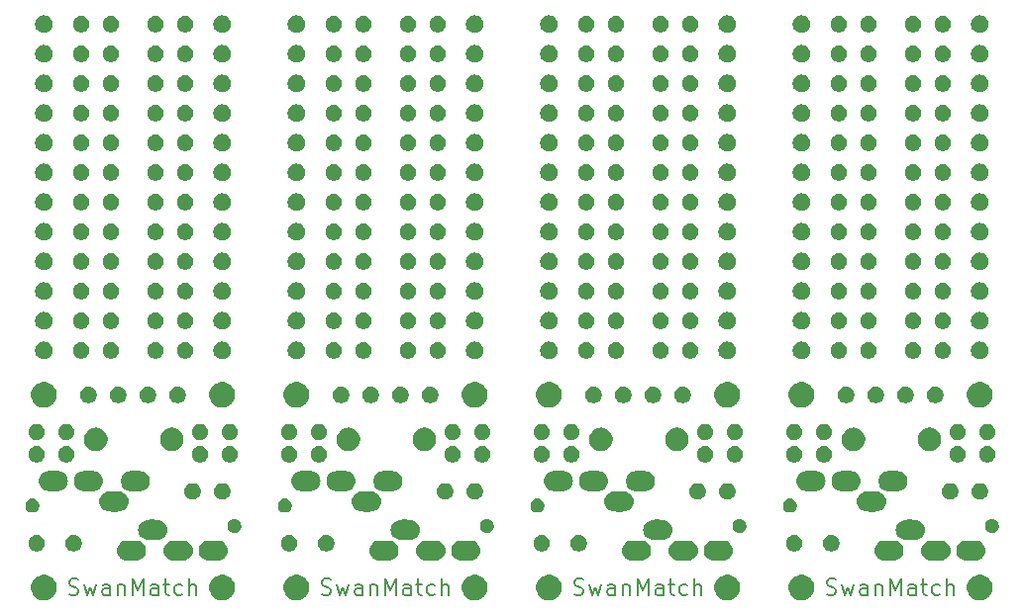
<source format=gts>
G04 #@! TF.GenerationSoftware,KiCad,Pcbnew,5.0.2-bee76a0~70~ubuntu18.04.1*
G04 #@! TF.CreationDate,2018-12-26T23:24:09+09:00*
G04 #@! TF.ProjectId,MxLEDBit (___),4d784c45-4442-4697-9420-28b3d4fc292e,1*
G04 #@! TF.SameCoordinates,Original*
G04 #@! TF.FileFunction,Soldermask,Top*
G04 #@! TF.FilePolarity,Negative*
%FSLAX46Y46*%
G04 Gerber Fmt 4.6, Leading zero omitted, Abs format (unit mm)*
G04 Created by KiCad (PCBNEW 5.0.2-bee76a0~70~ubuntu18.04.1) date 2018年12月26日 23時24分09秒*
%MOMM*%
%LPD*%
G01*
G04 APERTURE LIST*
%ADD10C,0.200000*%
%ADD11C,0.150000*%
G04 APERTURE END LIST*
D10*
X160268333Y-97721666D02*
X160468333Y-97788333D01*
X160801666Y-97788333D01*
X160935000Y-97721666D01*
X161001666Y-97655000D01*
X161068333Y-97521666D01*
X161068333Y-97388333D01*
X161001666Y-97255000D01*
X160935000Y-97188333D01*
X160801666Y-97121666D01*
X160535000Y-97055000D01*
X160401666Y-96988333D01*
X160335000Y-96921666D01*
X160268333Y-96788333D01*
X160268333Y-96655000D01*
X160335000Y-96521666D01*
X160401666Y-96455000D01*
X160535000Y-96388333D01*
X160868333Y-96388333D01*
X161068333Y-96455000D01*
X161535000Y-96855000D02*
X161801666Y-97788333D01*
X162068333Y-97121666D01*
X162335000Y-97788333D01*
X162601666Y-96855000D01*
X163735000Y-97788333D02*
X163735000Y-97055000D01*
X163668333Y-96921666D01*
X163535000Y-96855000D01*
X163268333Y-96855000D01*
X163135000Y-96921666D01*
X163735000Y-97721666D02*
X163601666Y-97788333D01*
X163268333Y-97788333D01*
X163135000Y-97721666D01*
X163068333Y-97588333D01*
X163068333Y-97455000D01*
X163135000Y-97321666D01*
X163268333Y-97255000D01*
X163601666Y-97255000D01*
X163735000Y-97188333D01*
X164401666Y-96855000D02*
X164401666Y-97788333D01*
X164401666Y-96988333D02*
X164468333Y-96921666D01*
X164601666Y-96855000D01*
X164801666Y-96855000D01*
X164935000Y-96921666D01*
X165001666Y-97055000D01*
X165001666Y-97788333D01*
X165668333Y-97788333D02*
X165668333Y-96388333D01*
X166135000Y-97388333D01*
X166601666Y-96388333D01*
X166601666Y-97788333D01*
X167868333Y-97788333D02*
X167868333Y-97055000D01*
X167801666Y-96921666D01*
X167668333Y-96855000D01*
X167401666Y-96855000D01*
X167268333Y-96921666D01*
X167868333Y-97721666D02*
X167735000Y-97788333D01*
X167401666Y-97788333D01*
X167268333Y-97721666D01*
X167201666Y-97588333D01*
X167201666Y-97455000D01*
X167268333Y-97321666D01*
X167401666Y-97255000D01*
X167735000Y-97255000D01*
X167868333Y-97188333D01*
X168335000Y-96855000D02*
X168868333Y-96855000D01*
X168535000Y-96388333D02*
X168535000Y-97588333D01*
X168601666Y-97721666D01*
X168735000Y-97788333D01*
X168868333Y-97788333D01*
X169935000Y-97721666D02*
X169801666Y-97788333D01*
X169535000Y-97788333D01*
X169401666Y-97721666D01*
X169335000Y-97655000D01*
X169268333Y-97521666D01*
X169268333Y-97121666D01*
X169335000Y-96988333D01*
X169401666Y-96921666D01*
X169535000Y-96855000D01*
X169801666Y-96855000D01*
X169935000Y-96921666D01*
X170535000Y-97788333D02*
X170535000Y-96388333D01*
X171135000Y-97788333D02*
X171135000Y-97055000D01*
X171068333Y-96921666D01*
X170935000Y-96855000D01*
X170735000Y-96855000D01*
X170601666Y-96921666D01*
X170535000Y-96988333D01*
X138678333Y-97721666D02*
X138878333Y-97788333D01*
X139211666Y-97788333D01*
X139345000Y-97721666D01*
X139411666Y-97655000D01*
X139478333Y-97521666D01*
X139478333Y-97388333D01*
X139411666Y-97255000D01*
X139345000Y-97188333D01*
X139211666Y-97121666D01*
X138945000Y-97055000D01*
X138811666Y-96988333D01*
X138745000Y-96921666D01*
X138678333Y-96788333D01*
X138678333Y-96655000D01*
X138745000Y-96521666D01*
X138811666Y-96455000D01*
X138945000Y-96388333D01*
X139278333Y-96388333D01*
X139478333Y-96455000D01*
X139945000Y-96855000D02*
X140211666Y-97788333D01*
X140478333Y-97121666D01*
X140745000Y-97788333D01*
X141011666Y-96855000D01*
X142145000Y-97788333D02*
X142145000Y-97055000D01*
X142078333Y-96921666D01*
X141945000Y-96855000D01*
X141678333Y-96855000D01*
X141545000Y-96921666D01*
X142145000Y-97721666D02*
X142011666Y-97788333D01*
X141678333Y-97788333D01*
X141545000Y-97721666D01*
X141478333Y-97588333D01*
X141478333Y-97455000D01*
X141545000Y-97321666D01*
X141678333Y-97255000D01*
X142011666Y-97255000D01*
X142145000Y-97188333D01*
X142811666Y-96855000D02*
X142811666Y-97788333D01*
X142811666Y-96988333D02*
X142878333Y-96921666D01*
X143011666Y-96855000D01*
X143211666Y-96855000D01*
X143345000Y-96921666D01*
X143411666Y-97055000D01*
X143411666Y-97788333D01*
X144078333Y-97788333D02*
X144078333Y-96388333D01*
X144545000Y-97388333D01*
X145011666Y-96388333D01*
X145011666Y-97788333D01*
X146278333Y-97788333D02*
X146278333Y-97055000D01*
X146211666Y-96921666D01*
X146078333Y-96855000D01*
X145811666Y-96855000D01*
X145678333Y-96921666D01*
X146278333Y-97721666D02*
X146145000Y-97788333D01*
X145811666Y-97788333D01*
X145678333Y-97721666D01*
X145611666Y-97588333D01*
X145611666Y-97455000D01*
X145678333Y-97321666D01*
X145811666Y-97255000D01*
X146145000Y-97255000D01*
X146278333Y-97188333D01*
X146745000Y-96855000D02*
X147278333Y-96855000D01*
X146945000Y-96388333D02*
X146945000Y-97588333D01*
X147011666Y-97721666D01*
X147145000Y-97788333D01*
X147278333Y-97788333D01*
X148345000Y-97721666D02*
X148211666Y-97788333D01*
X147945000Y-97788333D01*
X147811666Y-97721666D01*
X147745000Y-97655000D01*
X147678333Y-97521666D01*
X147678333Y-97121666D01*
X147745000Y-96988333D01*
X147811666Y-96921666D01*
X147945000Y-96855000D01*
X148211666Y-96855000D01*
X148345000Y-96921666D01*
X148945000Y-97788333D02*
X148945000Y-96388333D01*
X149545000Y-97788333D02*
X149545000Y-97055000D01*
X149478333Y-96921666D01*
X149345000Y-96855000D01*
X149145000Y-96855000D01*
X149011666Y-96921666D01*
X148945000Y-96988333D01*
X117088333Y-97721666D02*
X117288333Y-97788333D01*
X117621666Y-97788333D01*
X117755000Y-97721666D01*
X117821666Y-97655000D01*
X117888333Y-97521666D01*
X117888333Y-97388333D01*
X117821666Y-97255000D01*
X117755000Y-97188333D01*
X117621666Y-97121666D01*
X117355000Y-97055000D01*
X117221666Y-96988333D01*
X117155000Y-96921666D01*
X117088333Y-96788333D01*
X117088333Y-96655000D01*
X117155000Y-96521666D01*
X117221666Y-96455000D01*
X117355000Y-96388333D01*
X117688333Y-96388333D01*
X117888333Y-96455000D01*
X118355000Y-96855000D02*
X118621666Y-97788333D01*
X118888333Y-97121666D01*
X119155000Y-97788333D01*
X119421666Y-96855000D01*
X120555000Y-97788333D02*
X120555000Y-97055000D01*
X120488333Y-96921666D01*
X120355000Y-96855000D01*
X120088333Y-96855000D01*
X119955000Y-96921666D01*
X120555000Y-97721666D02*
X120421666Y-97788333D01*
X120088333Y-97788333D01*
X119955000Y-97721666D01*
X119888333Y-97588333D01*
X119888333Y-97455000D01*
X119955000Y-97321666D01*
X120088333Y-97255000D01*
X120421666Y-97255000D01*
X120555000Y-97188333D01*
X121221666Y-96855000D02*
X121221666Y-97788333D01*
X121221666Y-96988333D02*
X121288333Y-96921666D01*
X121421666Y-96855000D01*
X121621666Y-96855000D01*
X121755000Y-96921666D01*
X121821666Y-97055000D01*
X121821666Y-97788333D01*
X122488333Y-97788333D02*
X122488333Y-96388333D01*
X122955000Y-97388333D01*
X123421666Y-96388333D01*
X123421666Y-97788333D01*
X124688333Y-97788333D02*
X124688333Y-97055000D01*
X124621666Y-96921666D01*
X124488333Y-96855000D01*
X124221666Y-96855000D01*
X124088333Y-96921666D01*
X124688333Y-97721666D02*
X124555000Y-97788333D01*
X124221666Y-97788333D01*
X124088333Y-97721666D01*
X124021666Y-97588333D01*
X124021666Y-97455000D01*
X124088333Y-97321666D01*
X124221666Y-97255000D01*
X124555000Y-97255000D01*
X124688333Y-97188333D01*
X125155000Y-96855000D02*
X125688333Y-96855000D01*
X125355000Y-96388333D02*
X125355000Y-97588333D01*
X125421666Y-97721666D01*
X125555000Y-97788333D01*
X125688333Y-97788333D01*
X126755000Y-97721666D02*
X126621666Y-97788333D01*
X126355000Y-97788333D01*
X126221666Y-97721666D01*
X126155000Y-97655000D01*
X126088333Y-97521666D01*
X126088333Y-97121666D01*
X126155000Y-96988333D01*
X126221666Y-96921666D01*
X126355000Y-96855000D01*
X126621666Y-96855000D01*
X126755000Y-96921666D01*
X127355000Y-97788333D02*
X127355000Y-96388333D01*
X127955000Y-97788333D02*
X127955000Y-97055000D01*
X127888333Y-96921666D01*
X127755000Y-96855000D01*
X127555000Y-96855000D01*
X127421666Y-96921666D01*
X127355000Y-96988333D01*
X95498333Y-97721666D02*
X95698333Y-97788333D01*
X96031666Y-97788333D01*
X96165000Y-97721666D01*
X96231666Y-97655000D01*
X96298333Y-97521666D01*
X96298333Y-97388333D01*
X96231666Y-97255000D01*
X96165000Y-97188333D01*
X96031666Y-97121666D01*
X95765000Y-97055000D01*
X95631666Y-96988333D01*
X95565000Y-96921666D01*
X95498333Y-96788333D01*
X95498333Y-96655000D01*
X95565000Y-96521666D01*
X95631666Y-96455000D01*
X95765000Y-96388333D01*
X96098333Y-96388333D01*
X96298333Y-96455000D01*
X96765000Y-96855000D02*
X97031666Y-97788333D01*
X97298333Y-97121666D01*
X97565000Y-97788333D01*
X97831666Y-96855000D01*
X98965000Y-97788333D02*
X98965000Y-97055000D01*
X98898333Y-96921666D01*
X98765000Y-96855000D01*
X98498333Y-96855000D01*
X98365000Y-96921666D01*
X98965000Y-97721666D02*
X98831666Y-97788333D01*
X98498333Y-97788333D01*
X98365000Y-97721666D01*
X98298333Y-97588333D01*
X98298333Y-97455000D01*
X98365000Y-97321666D01*
X98498333Y-97255000D01*
X98831666Y-97255000D01*
X98965000Y-97188333D01*
X99631666Y-96855000D02*
X99631666Y-97788333D01*
X99631666Y-96988333D02*
X99698333Y-96921666D01*
X99831666Y-96855000D01*
X100031666Y-96855000D01*
X100165000Y-96921666D01*
X100231666Y-97055000D01*
X100231666Y-97788333D01*
X100898333Y-97788333D02*
X100898333Y-96388333D01*
X101365000Y-97388333D01*
X101831666Y-96388333D01*
X101831666Y-97788333D01*
X103098333Y-97788333D02*
X103098333Y-97055000D01*
X103031666Y-96921666D01*
X102898333Y-96855000D01*
X102631666Y-96855000D01*
X102498333Y-96921666D01*
X103098333Y-97721666D02*
X102965000Y-97788333D01*
X102631666Y-97788333D01*
X102498333Y-97721666D01*
X102431666Y-97588333D01*
X102431666Y-97455000D01*
X102498333Y-97321666D01*
X102631666Y-97255000D01*
X102965000Y-97255000D01*
X103098333Y-97188333D01*
X103565000Y-96855000D02*
X104098333Y-96855000D01*
X103765000Y-96388333D02*
X103765000Y-97588333D01*
X103831666Y-97721666D01*
X103965000Y-97788333D01*
X104098333Y-97788333D01*
X105165000Y-97721666D02*
X105031666Y-97788333D01*
X104765000Y-97788333D01*
X104631666Y-97721666D01*
X104565000Y-97655000D01*
X104498333Y-97521666D01*
X104498333Y-97121666D01*
X104565000Y-96988333D01*
X104631666Y-96921666D01*
X104765000Y-96855000D01*
X105031666Y-96855000D01*
X105165000Y-96921666D01*
X105765000Y-97788333D02*
X105765000Y-96388333D01*
X106365000Y-97788333D02*
X106365000Y-97055000D01*
X106298333Y-96921666D01*
X106165000Y-96855000D01*
X105965000Y-96855000D01*
X105831666Y-96921666D01*
X105765000Y-96988333D01*
D11*
G36*
X93665857Y-96097272D02*
X93866042Y-96180191D01*
X94046213Y-96300578D01*
X94199422Y-96453787D01*
X94319809Y-96633958D01*
X94402728Y-96834143D01*
X94445000Y-97046658D01*
X94445000Y-97263342D01*
X94402728Y-97475857D01*
X94319809Y-97676042D01*
X94199422Y-97856213D01*
X94046213Y-98009422D01*
X93866042Y-98129809D01*
X93665857Y-98212728D01*
X93453342Y-98255000D01*
X93236658Y-98255000D01*
X93024143Y-98212728D01*
X92823958Y-98129809D01*
X92643787Y-98009422D01*
X92490578Y-97856213D01*
X92370191Y-97676042D01*
X92287272Y-97475857D01*
X92245000Y-97263342D01*
X92245000Y-97046658D01*
X92287272Y-96834143D01*
X92370191Y-96633958D01*
X92490578Y-96453787D01*
X92643787Y-96300578D01*
X92823958Y-96180191D01*
X93024143Y-96097272D01*
X93236658Y-96055000D01*
X93453342Y-96055000D01*
X93665857Y-96097272D01*
X93665857Y-96097272D01*
G37*
G36*
X108905857Y-96097272D02*
X109106042Y-96180191D01*
X109286213Y-96300578D01*
X109439422Y-96453787D01*
X109559809Y-96633958D01*
X109642728Y-96834143D01*
X109685000Y-97046658D01*
X109685000Y-97263342D01*
X109642728Y-97475857D01*
X109559809Y-97676042D01*
X109439422Y-97856213D01*
X109286213Y-98009422D01*
X109106042Y-98129809D01*
X108905857Y-98212728D01*
X108693342Y-98255000D01*
X108476658Y-98255000D01*
X108264143Y-98212728D01*
X108063958Y-98129809D01*
X107883787Y-98009422D01*
X107730578Y-97856213D01*
X107610191Y-97676042D01*
X107527272Y-97475857D01*
X107485000Y-97263342D01*
X107485000Y-97046658D01*
X107527272Y-96834143D01*
X107610191Y-96633958D01*
X107730578Y-96453787D01*
X107883787Y-96300578D01*
X108063958Y-96180191D01*
X108264143Y-96097272D01*
X108476658Y-96055000D01*
X108693342Y-96055000D01*
X108905857Y-96097272D01*
X108905857Y-96097272D01*
G37*
G36*
X173675857Y-96097272D02*
X173876042Y-96180191D01*
X174056213Y-96300578D01*
X174209422Y-96453787D01*
X174329809Y-96633958D01*
X174412728Y-96834143D01*
X174455000Y-97046658D01*
X174455000Y-97263342D01*
X174412728Y-97475857D01*
X174329809Y-97676042D01*
X174209422Y-97856213D01*
X174056213Y-98009422D01*
X173876042Y-98129809D01*
X173675857Y-98212728D01*
X173463342Y-98255000D01*
X173246658Y-98255000D01*
X173034143Y-98212728D01*
X172833958Y-98129809D01*
X172653787Y-98009422D01*
X172500578Y-97856213D01*
X172380191Y-97676042D01*
X172297272Y-97475857D01*
X172255000Y-97263342D01*
X172255000Y-97046658D01*
X172297272Y-96834143D01*
X172380191Y-96633958D01*
X172500578Y-96453787D01*
X172653787Y-96300578D01*
X172833958Y-96180191D01*
X173034143Y-96097272D01*
X173246658Y-96055000D01*
X173463342Y-96055000D01*
X173675857Y-96097272D01*
X173675857Y-96097272D01*
G37*
G36*
X115255857Y-96097272D02*
X115456042Y-96180191D01*
X115636213Y-96300578D01*
X115789422Y-96453787D01*
X115909809Y-96633958D01*
X115992728Y-96834143D01*
X116035000Y-97046658D01*
X116035000Y-97263342D01*
X115992728Y-97475857D01*
X115909809Y-97676042D01*
X115789422Y-97856213D01*
X115636213Y-98009422D01*
X115456042Y-98129809D01*
X115255857Y-98212728D01*
X115043342Y-98255000D01*
X114826658Y-98255000D01*
X114614143Y-98212728D01*
X114413958Y-98129809D01*
X114233787Y-98009422D01*
X114080578Y-97856213D01*
X113960191Y-97676042D01*
X113877272Y-97475857D01*
X113835000Y-97263342D01*
X113835000Y-97046658D01*
X113877272Y-96834143D01*
X113960191Y-96633958D01*
X114080578Y-96453787D01*
X114233787Y-96300578D01*
X114413958Y-96180191D01*
X114614143Y-96097272D01*
X114826658Y-96055000D01*
X115043342Y-96055000D01*
X115255857Y-96097272D01*
X115255857Y-96097272D01*
G37*
G36*
X136845857Y-96097272D02*
X137046042Y-96180191D01*
X137226213Y-96300578D01*
X137379422Y-96453787D01*
X137499809Y-96633958D01*
X137582728Y-96834143D01*
X137625000Y-97046658D01*
X137625000Y-97263342D01*
X137582728Y-97475857D01*
X137499809Y-97676042D01*
X137379422Y-97856213D01*
X137226213Y-98009422D01*
X137046042Y-98129809D01*
X136845857Y-98212728D01*
X136633342Y-98255000D01*
X136416658Y-98255000D01*
X136204143Y-98212728D01*
X136003958Y-98129809D01*
X135823787Y-98009422D01*
X135670578Y-97856213D01*
X135550191Y-97676042D01*
X135467272Y-97475857D01*
X135425000Y-97263342D01*
X135425000Y-97046658D01*
X135467272Y-96834143D01*
X135550191Y-96633958D01*
X135670578Y-96453787D01*
X135823787Y-96300578D01*
X136003958Y-96180191D01*
X136204143Y-96097272D01*
X136416658Y-96055000D01*
X136633342Y-96055000D01*
X136845857Y-96097272D01*
X136845857Y-96097272D01*
G37*
G36*
X130495857Y-96097272D02*
X130696042Y-96180191D01*
X130876213Y-96300578D01*
X131029422Y-96453787D01*
X131149809Y-96633958D01*
X131232728Y-96834143D01*
X131275000Y-97046658D01*
X131275000Y-97263342D01*
X131232728Y-97475857D01*
X131149809Y-97676042D01*
X131029422Y-97856213D01*
X130876213Y-98009422D01*
X130696042Y-98129809D01*
X130495857Y-98212728D01*
X130283342Y-98255000D01*
X130066658Y-98255000D01*
X129854143Y-98212728D01*
X129653958Y-98129809D01*
X129473787Y-98009422D01*
X129320578Y-97856213D01*
X129200191Y-97676042D01*
X129117272Y-97475857D01*
X129075000Y-97263342D01*
X129075000Y-97046658D01*
X129117272Y-96834143D01*
X129200191Y-96633958D01*
X129320578Y-96453787D01*
X129473787Y-96300578D01*
X129653958Y-96180191D01*
X129854143Y-96097272D01*
X130066658Y-96055000D01*
X130283342Y-96055000D01*
X130495857Y-96097272D01*
X130495857Y-96097272D01*
G37*
G36*
X152085857Y-96097272D02*
X152286042Y-96180191D01*
X152466213Y-96300578D01*
X152619422Y-96453787D01*
X152739809Y-96633958D01*
X152822728Y-96834143D01*
X152865000Y-97046658D01*
X152865000Y-97263342D01*
X152822728Y-97475857D01*
X152739809Y-97676042D01*
X152619422Y-97856213D01*
X152466213Y-98009422D01*
X152286042Y-98129809D01*
X152085857Y-98212728D01*
X151873342Y-98255000D01*
X151656658Y-98255000D01*
X151444143Y-98212728D01*
X151243958Y-98129809D01*
X151063787Y-98009422D01*
X150910578Y-97856213D01*
X150790191Y-97676042D01*
X150707272Y-97475857D01*
X150665000Y-97263342D01*
X150665000Y-97046658D01*
X150707272Y-96834143D01*
X150790191Y-96633958D01*
X150910578Y-96453787D01*
X151063787Y-96300578D01*
X151243958Y-96180191D01*
X151444143Y-96097272D01*
X151656658Y-96055000D01*
X151873342Y-96055000D01*
X152085857Y-96097272D01*
X152085857Y-96097272D01*
G37*
G36*
X158435857Y-96097272D02*
X158636042Y-96180191D01*
X158816213Y-96300578D01*
X158969422Y-96453787D01*
X159089809Y-96633958D01*
X159172728Y-96834143D01*
X159215000Y-97046658D01*
X159215000Y-97263342D01*
X159172728Y-97475857D01*
X159089809Y-97676042D01*
X158969422Y-97856213D01*
X158816213Y-98009422D01*
X158636042Y-98129809D01*
X158435857Y-98212728D01*
X158223342Y-98255000D01*
X158006658Y-98255000D01*
X157794143Y-98212728D01*
X157593958Y-98129809D01*
X157413787Y-98009422D01*
X157260578Y-97856213D01*
X157140191Y-97676042D01*
X157057272Y-97475857D01*
X157015000Y-97263342D01*
X157015000Y-97046658D01*
X157057272Y-96834143D01*
X157140191Y-96633958D01*
X157260578Y-96453787D01*
X157413787Y-96300578D01*
X157593958Y-96180191D01*
X157794143Y-96097272D01*
X158006658Y-96055000D01*
X158223342Y-96055000D01*
X158435857Y-96097272D01*
X158435857Y-96097272D01*
G37*
G36*
X105391630Y-93142299D02*
X105551855Y-93190903D01*
X105699520Y-93269831D01*
X105828949Y-93376051D01*
X105935169Y-93505480D01*
X106014097Y-93653145D01*
X106062701Y-93813370D01*
X106079112Y-93980000D01*
X106062701Y-94146630D01*
X106014097Y-94306855D01*
X105935169Y-94454520D01*
X105828949Y-94583949D01*
X105699520Y-94690169D01*
X105551855Y-94769097D01*
X105391630Y-94817701D01*
X105266752Y-94830000D01*
X104383248Y-94830000D01*
X104258370Y-94817701D01*
X104098145Y-94769097D01*
X103950480Y-94690169D01*
X103821051Y-94583949D01*
X103714831Y-94454520D01*
X103635903Y-94306855D01*
X103587299Y-94146630D01*
X103570888Y-93980000D01*
X103587299Y-93813370D01*
X103635903Y-93653145D01*
X103714831Y-93505480D01*
X103821051Y-93376051D01*
X103950480Y-93269831D01*
X104098145Y-93190903D01*
X104258370Y-93142299D01*
X104383248Y-93130000D01*
X105266752Y-93130000D01*
X105391630Y-93142299D01*
X105391630Y-93142299D01*
G37*
G36*
X148571630Y-93142299D02*
X148731855Y-93190903D01*
X148879520Y-93269831D01*
X149008949Y-93376051D01*
X149115169Y-93505480D01*
X149194097Y-93653145D01*
X149242701Y-93813370D01*
X149259112Y-93980000D01*
X149242701Y-94146630D01*
X149194097Y-94306855D01*
X149115169Y-94454520D01*
X149008949Y-94583949D01*
X148879520Y-94690169D01*
X148731855Y-94769097D01*
X148571630Y-94817701D01*
X148446752Y-94830000D01*
X147563248Y-94830000D01*
X147438370Y-94817701D01*
X147278145Y-94769097D01*
X147130480Y-94690169D01*
X147001051Y-94583949D01*
X146894831Y-94454520D01*
X146815903Y-94306855D01*
X146767299Y-94146630D01*
X146750888Y-93980000D01*
X146767299Y-93813370D01*
X146815903Y-93653145D01*
X146894831Y-93505480D01*
X147001051Y-93376051D01*
X147130480Y-93269831D01*
X147278145Y-93190903D01*
X147438370Y-93142299D01*
X147563248Y-93130000D01*
X148446752Y-93130000D01*
X148571630Y-93142299D01*
X148571630Y-93142299D01*
G37*
G36*
X173161630Y-93142299D02*
X173321855Y-93190903D01*
X173469520Y-93269831D01*
X173598949Y-93376051D01*
X173705169Y-93505480D01*
X173784097Y-93653145D01*
X173832701Y-93813370D01*
X173849112Y-93980000D01*
X173832701Y-94146630D01*
X173784097Y-94306855D01*
X173705169Y-94454520D01*
X173598949Y-94583949D01*
X173469520Y-94690169D01*
X173321855Y-94769097D01*
X173161630Y-94817701D01*
X173036752Y-94830000D01*
X172153248Y-94830000D01*
X172028370Y-94817701D01*
X171868145Y-94769097D01*
X171720480Y-94690169D01*
X171591051Y-94583949D01*
X171484831Y-94454520D01*
X171405903Y-94306855D01*
X171357299Y-94146630D01*
X171340888Y-93980000D01*
X171357299Y-93813370D01*
X171405903Y-93653145D01*
X171484831Y-93505480D01*
X171591051Y-93376051D01*
X171720480Y-93269831D01*
X171868145Y-93190903D01*
X172028370Y-93142299D01*
X172153248Y-93130000D01*
X173036752Y-93130000D01*
X173161630Y-93142299D01*
X173161630Y-93142299D01*
G37*
G36*
X170161630Y-93142299D02*
X170321855Y-93190903D01*
X170469520Y-93269831D01*
X170598949Y-93376051D01*
X170705169Y-93505480D01*
X170784097Y-93653145D01*
X170832701Y-93813370D01*
X170849112Y-93980000D01*
X170832701Y-94146630D01*
X170784097Y-94306855D01*
X170705169Y-94454520D01*
X170598949Y-94583949D01*
X170469520Y-94690169D01*
X170321855Y-94769097D01*
X170161630Y-94817701D01*
X170036752Y-94830000D01*
X169153248Y-94830000D01*
X169028370Y-94817701D01*
X168868145Y-94769097D01*
X168720480Y-94690169D01*
X168591051Y-94583949D01*
X168484831Y-94454520D01*
X168405903Y-94306855D01*
X168357299Y-94146630D01*
X168340888Y-93980000D01*
X168357299Y-93813370D01*
X168405903Y-93653145D01*
X168484831Y-93505480D01*
X168591051Y-93376051D01*
X168720480Y-93269831D01*
X168868145Y-93190903D01*
X169028370Y-93142299D01*
X169153248Y-93130000D01*
X170036752Y-93130000D01*
X170161630Y-93142299D01*
X170161630Y-93142299D01*
G37*
G36*
X108391630Y-93142299D02*
X108551855Y-93190903D01*
X108699520Y-93269831D01*
X108828949Y-93376051D01*
X108935169Y-93505480D01*
X109014097Y-93653145D01*
X109062701Y-93813370D01*
X109079112Y-93980000D01*
X109062701Y-94146630D01*
X109014097Y-94306855D01*
X108935169Y-94454520D01*
X108828949Y-94583949D01*
X108699520Y-94690169D01*
X108551855Y-94769097D01*
X108391630Y-94817701D01*
X108266752Y-94830000D01*
X107383248Y-94830000D01*
X107258370Y-94817701D01*
X107098145Y-94769097D01*
X106950480Y-94690169D01*
X106821051Y-94583949D01*
X106714831Y-94454520D01*
X106635903Y-94306855D01*
X106587299Y-94146630D01*
X106570888Y-93980000D01*
X106587299Y-93813370D01*
X106635903Y-93653145D01*
X106714831Y-93505480D01*
X106821051Y-93376051D01*
X106950480Y-93269831D01*
X107098145Y-93190903D01*
X107258370Y-93142299D01*
X107383248Y-93130000D01*
X108266752Y-93130000D01*
X108391630Y-93142299D01*
X108391630Y-93142299D01*
G37*
G36*
X101391630Y-93142299D02*
X101551855Y-93190903D01*
X101699520Y-93269831D01*
X101828949Y-93376051D01*
X101935169Y-93505480D01*
X102014097Y-93653145D01*
X102062701Y-93813370D01*
X102079112Y-93980000D01*
X102062701Y-94146630D01*
X102014097Y-94306855D01*
X101935169Y-94454520D01*
X101828949Y-94583949D01*
X101699520Y-94690169D01*
X101551855Y-94769097D01*
X101391630Y-94817701D01*
X101266752Y-94830000D01*
X100383248Y-94830000D01*
X100258370Y-94817701D01*
X100098145Y-94769097D01*
X99950480Y-94690169D01*
X99821051Y-94583949D01*
X99714831Y-94454520D01*
X99635903Y-94306855D01*
X99587299Y-94146630D01*
X99570888Y-93980000D01*
X99587299Y-93813370D01*
X99635903Y-93653145D01*
X99714831Y-93505480D01*
X99821051Y-93376051D01*
X99950480Y-93269831D01*
X100098145Y-93190903D01*
X100258370Y-93142299D01*
X100383248Y-93130000D01*
X101266752Y-93130000D01*
X101391630Y-93142299D01*
X101391630Y-93142299D01*
G37*
G36*
X144571630Y-93142299D02*
X144731855Y-93190903D01*
X144879520Y-93269831D01*
X145008949Y-93376051D01*
X145115169Y-93505480D01*
X145194097Y-93653145D01*
X145242701Y-93813370D01*
X145259112Y-93980000D01*
X145242701Y-94146630D01*
X145194097Y-94306855D01*
X145115169Y-94454520D01*
X145008949Y-94583949D01*
X144879520Y-94690169D01*
X144731855Y-94769097D01*
X144571630Y-94817701D01*
X144446752Y-94830000D01*
X143563248Y-94830000D01*
X143438370Y-94817701D01*
X143278145Y-94769097D01*
X143130480Y-94690169D01*
X143001051Y-94583949D01*
X142894831Y-94454520D01*
X142815903Y-94306855D01*
X142767299Y-94146630D01*
X142750888Y-93980000D01*
X142767299Y-93813370D01*
X142815903Y-93653145D01*
X142894831Y-93505480D01*
X143001051Y-93376051D01*
X143130480Y-93269831D01*
X143278145Y-93190903D01*
X143438370Y-93142299D01*
X143563248Y-93130000D01*
X144446752Y-93130000D01*
X144571630Y-93142299D01*
X144571630Y-93142299D01*
G37*
G36*
X129981630Y-93142299D02*
X130141855Y-93190903D01*
X130289520Y-93269831D01*
X130418949Y-93376051D01*
X130525169Y-93505480D01*
X130604097Y-93653145D01*
X130652701Y-93813370D01*
X130669112Y-93980000D01*
X130652701Y-94146630D01*
X130604097Y-94306855D01*
X130525169Y-94454520D01*
X130418949Y-94583949D01*
X130289520Y-94690169D01*
X130141855Y-94769097D01*
X129981630Y-94817701D01*
X129856752Y-94830000D01*
X128973248Y-94830000D01*
X128848370Y-94817701D01*
X128688145Y-94769097D01*
X128540480Y-94690169D01*
X128411051Y-94583949D01*
X128304831Y-94454520D01*
X128225903Y-94306855D01*
X128177299Y-94146630D01*
X128160888Y-93980000D01*
X128177299Y-93813370D01*
X128225903Y-93653145D01*
X128304831Y-93505480D01*
X128411051Y-93376051D01*
X128540480Y-93269831D01*
X128688145Y-93190903D01*
X128848370Y-93142299D01*
X128973248Y-93130000D01*
X129856752Y-93130000D01*
X129981630Y-93142299D01*
X129981630Y-93142299D01*
G37*
G36*
X126981630Y-93142299D02*
X127141855Y-93190903D01*
X127289520Y-93269831D01*
X127418949Y-93376051D01*
X127525169Y-93505480D01*
X127604097Y-93653145D01*
X127652701Y-93813370D01*
X127669112Y-93980000D01*
X127652701Y-94146630D01*
X127604097Y-94306855D01*
X127525169Y-94454520D01*
X127418949Y-94583949D01*
X127289520Y-94690169D01*
X127141855Y-94769097D01*
X126981630Y-94817701D01*
X126856752Y-94830000D01*
X125973248Y-94830000D01*
X125848370Y-94817701D01*
X125688145Y-94769097D01*
X125540480Y-94690169D01*
X125411051Y-94583949D01*
X125304831Y-94454520D01*
X125225903Y-94306855D01*
X125177299Y-94146630D01*
X125160888Y-93980000D01*
X125177299Y-93813370D01*
X125225903Y-93653145D01*
X125304831Y-93505480D01*
X125411051Y-93376051D01*
X125540480Y-93269831D01*
X125688145Y-93190903D01*
X125848370Y-93142299D01*
X125973248Y-93130000D01*
X126856752Y-93130000D01*
X126981630Y-93142299D01*
X126981630Y-93142299D01*
G37*
G36*
X122981630Y-93142299D02*
X123141855Y-93190903D01*
X123289520Y-93269831D01*
X123418949Y-93376051D01*
X123525169Y-93505480D01*
X123604097Y-93653145D01*
X123652701Y-93813370D01*
X123669112Y-93980000D01*
X123652701Y-94146630D01*
X123604097Y-94306855D01*
X123525169Y-94454520D01*
X123418949Y-94583949D01*
X123289520Y-94690169D01*
X123141855Y-94769097D01*
X122981630Y-94817701D01*
X122856752Y-94830000D01*
X121973248Y-94830000D01*
X121848370Y-94817701D01*
X121688145Y-94769097D01*
X121540480Y-94690169D01*
X121411051Y-94583949D01*
X121304831Y-94454520D01*
X121225903Y-94306855D01*
X121177299Y-94146630D01*
X121160888Y-93980000D01*
X121177299Y-93813370D01*
X121225903Y-93653145D01*
X121304831Y-93505480D01*
X121411051Y-93376051D01*
X121540480Y-93269831D01*
X121688145Y-93190903D01*
X121848370Y-93142299D01*
X121973248Y-93130000D01*
X122856752Y-93130000D01*
X122981630Y-93142299D01*
X122981630Y-93142299D01*
G37*
G36*
X151571630Y-93142299D02*
X151731855Y-93190903D01*
X151879520Y-93269831D01*
X152008949Y-93376051D01*
X152115169Y-93505480D01*
X152194097Y-93653145D01*
X152242701Y-93813370D01*
X152259112Y-93980000D01*
X152242701Y-94146630D01*
X152194097Y-94306855D01*
X152115169Y-94454520D01*
X152008949Y-94583949D01*
X151879520Y-94690169D01*
X151731855Y-94769097D01*
X151571630Y-94817701D01*
X151446752Y-94830000D01*
X150563248Y-94830000D01*
X150438370Y-94817701D01*
X150278145Y-94769097D01*
X150130480Y-94690169D01*
X150001051Y-94583949D01*
X149894831Y-94454520D01*
X149815903Y-94306855D01*
X149767299Y-94146630D01*
X149750888Y-93980000D01*
X149767299Y-93813370D01*
X149815903Y-93653145D01*
X149894831Y-93505480D01*
X150001051Y-93376051D01*
X150130480Y-93269831D01*
X150278145Y-93190903D01*
X150438370Y-93142299D01*
X150563248Y-93130000D01*
X151446752Y-93130000D01*
X151571630Y-93142299D01*
X151571630Y-93142299D01*
G37*
G36*
X166161630Y-93142299D02*
X166321855Y-93190903D01*
X166469520Y-93269831D01*
X166598949Y-93376051D01*
X166705169Y-93505480D01*
X166784097Y-93653145D01*
X166832701Y-93813370D01*
X166849112Y-93980000D01*
X166832701Y-94146630D01*
X166784097Y-94306855D01*
X166705169Y-94454520D01*
X166598949Y-94583949D01*
X166469520Y-94690169D01*
X166321855Y-94769097D01*
X166161630Y-94817701D01*
X166036752Y-94830000D01*
X165153248Y-94830000D01*
X165028370Y-94817701D01*
X164868145Y-94769097D01*
X164720480Y-94690169D01*
X164591051Y-94583949D01*
X164484831Y-94454520D01*
X164405903Y-94306855D01*
X164357299Y-94146630D01*
X164340888Y-93980000D01*
X164357299Y-93813370D01*
X164405903Y-93653145D01*
X164484831Y-93505480D01*
X164591051Y-93376051D01*
X164720480Y-93269831D01*
X164868145Y-93190903D01*
X165028370Y-93142299D01*
X165153248Y-93130000D01*
X166036752Y-93130000D01*
X166161630Y-93142299D01*
X166161630Y-93142299D01*
G37*
G36*
X157683745Y-92673342D02*
X157810863Y-92725996D01*
X157925271Y-92802441D01*
X158022559Y-92899729D01*
X158099004Y-93014137D01*
X158151658Y-93141255D01*
X158178500Y-93276202D01*
X158178500Y-93413798D01*
X158151658Y-93548745D01*
X158099004Y-93675863D01*
X158022559Y-93790271D01*
X157925271Y-93887559D01*
X157810863Y-93964004D01*
X157683745Y-94016658D01*
X157548798Y-94043500D01*
X157411202Y-94043500D01*
X157276255Y-94016658D01*
X157149137Y-93964004D01*
X157034729Y-93887559D01*
X156937441Y-93790271D01*
X156860996Y-93675863D01*
X156808342Y-93548745D01*
X156781500Y-93413798D01*
X156781500Y-93276202D01*
X156808342Y-93141255D01*
X156860996Y-93014137D01*
X156937441Y-92899729D01*
X157034729Y-92802441D01*
X157149137Y-92725996D01*
X157276255Y-92673342D01*
X157411202Y-92646500D01*
X157548798Y-92646500D01*
X157683745Y-92673342D01*
X157683745Y-92673342D01*
G37*
G36*
X160858745Y-92673342D02*
X160985863Y-92725996D01*
X161100271Y-92802441D01*
X161197559Y-92899729D01*
X161274004Y-93014137D01*
X161326658Y-93141255D01*
X161353500Y-93276202D01*
X161353500Y-93413798D01*
X161326658Y-93548745D01*
X161274004Y-93675863D01*
X161197559Y-93790271D01*
X161100271Y-93887559D01*
X160985863Y-93964004D01*
X160858745Y-94016658D01*
X160723798Y-94043500D01*
X160586202Y-94043500D01*
X160451255Y-94016658D01*
X160324137Y-93964004D01*
X160209729Y-93887559D01*
X160112441Y-93790271D01*
X160035996Y-93675863D01*
X159983342Y-93548745D01*
X159956500Y-93413798D01*
X159956500Y-93276202D01*
X159983342Y-93141255D01*
X160035996Y-93014137D01*
X160112441Y-92899729D01*
X160209729Y-92802441D01*
X160324137Y-92725996D01*
X160451255Y-92673342D01*
X160586202Y-92646500D01*
X160723798Y-92646500D01*
X160858745Y-92673342D01*
X160858745Y-92673342D01*
G37*
G36*
X92913745Y-92673342D02*
X93040863Y-92725996D01*
X93155271Y-92802441D01*
X93252559Y-92899729D01*
X93329004Y-93014137D01*
X93381658Y-93141255D01*
X93408500Y-93276202D01*
X93408500Y-93413798D01*
X93381658Y-93548745D01*
X93329004Y-93675863D01*
X93252559Y-93790271D01*
X93155271Y-93887559D01*
X93040863Y-93964004D01*
X92913745Y-94016658D01*
X92778798Y-94043500D01*
X92641202Y-94043500D01*
X92506255Y-94016658D01*
X92379137Y-93964004D01*
X92264729Y-93887559D01*
X92167441Y-93790271D01*
X92090996Y-93675863D01*
X92038342Y-93548745D01*
X92011500Y-93413798D01*
X92011500Y-93276202D01*
X92038342Y-93141255D01*
X92090996Y-93014137D01*
X92167441Y-92899729D01*
X92264729Y-92802441D01*
X92379137Y-92725996D01*
X92506255Y-92673342D01*
X92641202Y-92646500D01*
X92778798Y-92646500D01*
X92913745Y-92673342D01*
X92913745Y-92673342D01*
G37*
G36*
X96088745Y-92673342D02*
X96215863Y-92725996D01*
X96330271Y-92802441D01*
X96427559Y-92899729D01*
X96504004Y-93014137D01*
X96556658Y-93141255D01*
X96583500Y-93276202D01*
X96583500Y-93413798D01*
X96556658Y-93548745D01*
X96504004Y-93675863D01*
X96427559Y-93790271D01*
X96330271Y-93887559D01*
X96215863Y-93964004D01*
X96088745Y-94016658D01*
X95953798Y-94043500D01*
X95816202Y-94043500D01*
X95681255Y-94016658D01*
X95554137Y-93964004D01*
X95439729Y-93887559D01*
X95342441Y-93790271D01*
X95265996Y-93675863D01*
X95213342Y-93548745D01*
X95186500Y-93413798D01*
X95186500Y-93276202D01*
X95213342Y-93141255D01*
X95265996Y-93014137D01*
X95342441Y-92899729D01*
X95439729Y-92802441D01*
X95554137Y-92725996D01*
X95681255Y-92673342D01*
X95816202Y-92646500D01*
X95953798Y-92646500D01*
X96088745Y-92673342D01*
X96088745Y-92673342D01*
G37*
G36*
X139268745Y-92673342D02*
X139395863Y-92725996D01*
X139510271Y-92802441D01*
X139607559Y-92899729D01*
X139684004Y-93014137D01*
X139736658Y-93141255D01*
X139763500Y-93276202D01*
X139763500Y-93413798D01*
X139736658Y-93548745D01*
X139684004Y-93675863D01*
X139607559Y-93790271D01*
X139510271Y-93887559D01*
X139395863Y-93964004D01*
X139268745Y-94016658D01*
X139133798Y-94043500D01*
X138996202Y-94043500D01*
X138861255Y-94016658D01*
X138734137Y-93964004D01*
X138619729Y-93887559D01*
X138522441Y-93790271D01*
X138445996Y-93675863D01*
X138393342Y-93548745D01*
X138366500Y-93413798D01*
X138366500Y-93276202D01*
X138393342Y-93141255D01*
X138445996Y-93014137D01*
X138522441Y-92899729D01*
X138619729Y-92802441D01*
X138734137Y-92725996D01*
X138861255Y-92673342D01*
X138996202Y-92646500D01*
X139133798Y-92646500D01*
X139268745Y-92673342D01*
X139268745Y-92673342D01*
G37*
G36*
X136093745Y-92673342D02*
X136220863Y-92725996D01*
X136335271Y-92802441D01*
X136432559Y-92899729D01*
X136509004Y-93014137D01*
X136561658Y-93141255D01*
X136588500Y-93276202D01*
X136588500Y-93413798D01*
X136561658Y-93548745D01*
X136509004Y-93675863D01*
X136432559Y-93790271D01*
X136335271Y-93887559D01*
X136220863Y-93964004D01*
X136093745Y-94016658D01*
X135958798Y-94043500D01*
X135821202Y-94043500D01*
X135686255Y-94016658D01*
X135559137Y-93964004D01*
X135444729Y-93887559D01*
X135347441Y-93790271D01*
X135270996Y-93675863D01*
X135218342Y-93548745D01*
X135191500Y-93413798D01*
X135191500Y-93276202D01*
X135218342Y-93141255D01*
X135270996Y-93014137D01*
X135347441Y-92899729D01*
X135444729Y-92802441D01*
X135559137Y-92725996D01*
X135686255Y-92673342D01*
X135821202Y-92646500D01*
X135958798Y-92646500D01*
X136093745Y-92673342D01*
X136093745Y-92673342D01*
G37*
G36*
X114503745Y-92673342D02*
X114630863Y-92725996D01*
X114745271Y-92802441D01*
X114842559Y-92899729D01*
X114919004Y-93014137D01*
X114971658Y-93141255D01*
X114998500Y-93276202D01*
X114998500Y-93413798D01*
X114971658Y-93548745D01*
X114919004Y-93675863D01*
X114842559Y-93790271D01*
X114745271Y-93887559D01*
X114630863Y-93964004D01*
X114503745Y-94016658D01*
X114368798Y-94043500D01*
X114231202Y-94043500D01*
X114096255Y-94016658D01*
X113969137Y-93964004D01*
X113854729Y-93887559D01*
X113757441Y-93790271D01*
X113680996Y-93675863D01*
X113628342Y-93548745D01*
X113601500Y-93413798D01*
X113601500Y-93276202D01*
X113628342Y-93141255D01*
X113680996Y-93014137D01*
X113757441Y-92899729D01*
X113854729Y-92802441D01*
X113969137Y-92725996D01*
X114096255Y-92673342D01*
X114231202Y-92646500D01*
X114368798Y-92646500D01*
X114503745Y-92673342D01*
X114503745Y-92673342D01*
G37*
G36*
X117678745Y-92673342D02*
X117805863Y-92725996D01*
X117920271Y-92802441D01*
X118017559Y-92899729D01*
X118094004Y-93014137D01*
X118146658Y-93141255D01*
X118173500Y-93276202D01*
X118173500Y-93413798D01*
X118146658Y-93548745D01*
X118094004Y-93675863D01*
X118017559Y-93790271D01*
X117920271Y-93887559D01*
X117805863Y-93964004D01*
X117678745Y-94016658D01*
X117543798Y-94043500D01*
X117406202Y-94043500D01*
X117271255Y-94016658D01*
X117144137Y-93964004D01*
X117029729Y-93887559D01*
X116932441Y-93790271D01*
X116855996Y-93675863D01*
X116803342Y-93548745D01*
X116776500Y-93413798D01*
X116776500Y-93276202D01*
X116803342Y-93141255D01*
X116855996Y-93014137D01*
X116932441Y-92899729D01*
X117029729Y-92802441D01*
X117144137Y-92725996D01*
X117271255Y-92673342D01*
X117406202Y-92646500D01*
X117543798Y-92646500D01*
X117678745Y-92673342D01*
X117678745Y-92673342D01*
G37*
G36*
X167561012Y-91303057D02*
X167561015Y-91303058D01*
X167561014Y-91303058D01*
X167670207Y-91348287D01*
X167686146Y-91358937D01*
X167707751Y-91370485D01*
X167731200Y-91377598D01*
X167755587Y-91380000D01*
X167866752Y-91380000D01*
X167991630Y-91392299D01*
X168151855Y-91440903D01*
X168299520Y-91519831D01*
X168428949Y-91626051D01*
X168535169Y-91755480D01*
X168614097Y-91903145D01*
X168662701Y-92063370D01*
X168679112Y-92230000D01*
X168662701Y-92396630D01*
X168614097Y-92556855D01*
X168535169Y-92704520D01*
X168428949Y-92833949D01*
X168299520Y-92940169D01*
X168151855Y-93019097D01*
X167991630Y-93067701D01*
X167866752Y-93080000D01*
X166983248Y-93080000D01*
X166858370Y-93067701D01*
X166698145Y-93019097D01*
X166550480Y-92940169D01*
X166421051Y-92833949D01*
X166314831Y-92704520D01*
X166235903Y-92556855D01*
X166187299Y-92396630D01*
X166170888Y-92230000D01*
X166187299Y-92063370D01*
X166235903Y-91903145D01*
X166314831Y-91755480D01*
X166421051Y-91626051D01*
X166550480Y-91519831D01*
X166698145Y-91440903D01*
X166858370Y-91392299D01*
X166983248Y-91380000D01*
X167016413Y-91380000D01*
X167040799Y-91377598D01*
X167064248Y-91370485D01*
X167085854Y-91358937D01*
X167101793Y-91348287D01*
X167210986Y-91303058D01*
X167210985Y-91303058D01*
X167210988Y-91303057D01*
X167326904Y-91280000D01*
X167445096Y-91280000D01*
X167561012Y-91303057D01*
X167561012Y-91303057D01*
G37*
G36*
X124381012Y-91303057D02*
X124381015Y-91303058D01*
X124381014Y-91303058D01*
X124490207Y-91348287D01*
X124506146Y-91358937D01*
X124527751Y-91370485D01*
X124551200Y-91377598D01*
X124575587Y-91380000D01*
X124686752Y-91380000D01*
X124811630Y-91392299D01*
X124971855Y-91440903D01*
X125119520Y-91519831D01*
X125248949Y-91626051D01*
X125355169Y-91755480D01*
X125434097Y-91903145D01*
X125482701Y-92063370D01*
X125499112Y-92230000D01*
X125482701Y-92396630D01*
X125434097Y-92556855D01*
X125355169Y-92704520D01*
X125248949Y-92833949D01*
X125119520Y-92940169D01*
X124971855Y-93019097D01*
X124811630Y-93067701D01*
X124686752Y-93080000D01*
X123803248Y-93080000D01*
X123678370Y-93067701D01*
X123518145Y-93019097D01*
X123370480Y-92940169D01*
X123241051Y-92833949D01*
X123134831Y-92704520D01*
X123055903Y-92556855D01*
X123007299Y-92396630D01*
X122990888Y-92230000D01*
X123007299Y-92063370D01*
X123055903Y-91903145D01*
X123134831Y-91755480D01*
X123241051Y-91626051D01*
X123370480Y-91519831D01*
X123518145Y-91440903D01*
X123678370Y-91392299D01*
X123803248Y-91380000D01*
X123836413Y-91380000D01*
X123860799Y-91377598D01*
X123884248Y-91370485D01*
X123905854Y-91358937D01*
X123921793Y-91348287D01*
X124030986Y-91303058D01*
X124030985Y-91303058D01*
X124030988Y-91303057D01*
X124146904Y-91280000D01*
X124265096Y-91280000D01*
X124381012Y-91303057D01*
X124381012Y-91303057D01*
G37*
G36*
X145971012Y-91303057D02*
X145971015Y-91303058D01*
X145971014Y-91303058D01*
X146080207Y-91348287D01*
X146096146Y-91358937D01*
X146117751Y-91370485D01*
X146141200Y-91377598D01*
X146165587Y-91380000D01*
X146276752Y-91380000D01*
X146401630Y-91392299D01*
X146561855Y-91440903D01*
X146709520Y-91519831D01*
X146838949Y-91626051D01*
X146945169Y-91755480D01*
X147024097Y-91903145D01*
X147072701Y-92063370D01*
X147089112Y-92230000D01*
X147072701Y-92396630D01*
X147024097Y-92556855D01*
X146945169Y-92704520D01*
X146838949Y-92833949D01*
X146709520Y-92940169D01*
X146561855Y-93019097D01*
X146401630Y-93067701D01*
X146276752Y-93080000D01*
X145393248Y-93080000D01*
X145268370Y-93067701D01*
X145108145Y-93019097D01*
X144960480Y-92940169D01*
X144831051Y-92833949D01*
X144724831Y-92704520D01*
X144645903Y-92556855D01*
X144597299Y-92396630D01*
X144580888Y-92230000D01*
X144597299Y-92063370D01*
X144645903Y-91903145D01*
X144724831Y-91755480D01*
X144831051Y-91626051D01*
X144960480Y-91519831D01*
X145108145Y-91440903D01*
X145268370Y-91392299D01*
X145393248Y-91380000D01*
X145426413Y-91380000D01*
X145450799Y-91377598D01*
X145474248Y-91370485D01*
X145495854Y-91358937D01*
X145511793Y-91348287D01*
X145620986Y-91303058D01*
X145620985Y-91303058D01*
X145620988Y-91303057D01*
X145736904Y-91280000D01*
X145855096Y-91280000D01*
X145971012Y-91303057D01*
X145971012Y-91303057D01*
G37*
G36*
X102791012Y-91303057D02*
X102791015Y-91303058D01*
X102791014Y-91303058D01*
X102900207Y-91348287D01*
X102916146Y-91358937D01*
X102937751Y-91370485D01*
X102961200Y-91377598D01*
X102985587Y-91380000D01*
X103096752Y-91380000D01*
X103221630Y-91392299D01*
X103381855Y-91440903D01*
X103529520Y-91519831D01*
X103658949Y-91626051D01*
X103765169Y-91755480D01*
X103844097Y-91903145D01*
X103892701Y-92063370D01*
X103909112Y-92230000D01*
X103892701Y-92396630D01*
X103844097Y-92556855D01*
X103765169Y-92704520D01*
X103658949Y-92833949D01*
X103529520Y-92940169D01*
X103381855Y-93019097D01*
X103221630Y-93067701D01*
X103096752Y-93080000D01*
X102213248Y-93080000D01*
X102088370Y-93067701D01*
X101928145Y-93019097D01*
X101780480Y-92940169D01*
X101651051Y-92833949D01*
X101544831Y-92704520D01*
X101465903Y-92556855D01*
X101417299Y-92396630D01*
X101400888Y-92230000D01*
X101417299Y-92063370D01*
X101465903Y-91903145D01*
X101544831Y-91755480D01*
X101651051Y-91626051D01*
X101780480Y-91519831D01*
X101928145Y-91440903D01*
X102088370Y-91392299D01*
X102213248Y-91380000D01*
X102246413Y-91380000D01*
X102270799Y-91377598D01*
X102294248Y-91370485D01*
X102315854Y-91358937D01*
X102331793Y-91348287D01*
X102440986Y-91303058D01*
X102440985Y-91303058D01*
X102440988Y-91303057D01*
X102556904Y-91280000D01*
X102675096Y-91280000D01*
X102791012Y-91303057D01*
X102791012Y-91303057D01*
G37*
G36*
X109801412Y-91303057D02*
X109910607Y-91348287D01*
X110008881Y-91413952D01*
X110092448Y-91497519D01*
X110158113Y-91595793D01*
X110203343Y-91704988D01*
X110226400Y-91820904D01*
X110226400Y-91939096D01*
X110203343Y-92055012D01*
X110158113Y-92164207D01*
X110092448Y-92262481D01*
X110008881Y-92346048D01*
X109910607Y-92411713D01*
X109801412Y-92456943D01*
X109685496Y-92480000D01*
X109567304Y-92480000D01*
X109451388Y-92456943D01*
X109342193Y-92411713D01*
X109243919Y-92346048D01*
X109160352Y-92262481D01*
X109094687Y-92164207D01*
X109049457Y-92055012D01*
X109026400Y-91939096D01*
X109026400Y-91820904D01*
X109049457Y-91704988D01*
X109094687Y-91595793D01*
X109160352Y-91497519D01*
X109243919Y-91413952D01*
X109342193Y-91348287D01*
X109451388Y-91303057D01*
X109567304Y-91280000D01*
X109685496Y-91280000D01*
X109801412Y-91303057D01*
X109801412Y-91303057D01*
G37*
G36*
X174571412Y-91303057D02*
X174680607Y-91348287D01*
X174778881Y-91413952D01*
X174862448Y-91497519D01*
X174928113Y-91595793D01*
X174973343Y-91704988D01*
X174996400Y-91820904D01*
X174996400Y-91939096D01*
X174973343Y-92055012D01*
X174928113Y-92164207D01*
X174862448Y-92262481D01*
X174778881Y-92346048D01*
X174680607Y-92411713D01*
X174571412Y-92456943D01*
X174455496Y-92480000D01*
X174337304Y-92480000D01*
X174221388Y-92456943D01*
X174112193Y-92411713D01*
X174013919Y-92346048D01*
X173930352Y-92262481D01*
X173864687Y-92164207D01*
X173819457Y-92055012D01*
X173796400Y-91939096D01*
X173796400Y-91820904D01*
X173819457Y-91704988D01*
X173864687Y-91595793D01*
X173930352Y-91497519D01*
X174013919Y-91413952D01*
X174112193Y-91348287D01*
X174221388Y-91303057D01*
X174337304Y-91280000D01*
X174455496Y-91280000D01*
X174571412Y-91303057D01*
X174571412Y-91303057D01*
G37*
G36*
X131391412Y-91303057D02*
X131500607Y-91348287D01*
X131598881Y-91413952D01*
X131682448Y-91497519D01*
X131748113Y-91595793D01*
X131793343Y-91704988D01*
X131816400Y-91820904D01*
X131816400Y-91939096D01*
X131793343Y-92055012D01*
X131748113Y-92164207D01*
X131682448Y-92262481D01*
X131598881Y-92346048D01*
X131500607Y-92411713D01*
X131391412Y-92456943D01*
X131275496Y-92480000D01*
X131157304Y-92480000D01*
X131041388Y-92456943D01*
X130932193Y-92411713D01*
X130833919Y-92346048D01*
X130750352Y-92262481D01*
X130684687Y-92164207D01*
X130639457Y-92055012D01*
X130616400Y-91939096D01*
X130616400Y-91820904D01*
X130639457Y-91704988D01*
X130684687Y-91595793D01*
X130750352Y-91497519D01*
X130833919Y-91413952D01*
X130932193Y-91348287D01*
X131041388Y-91303057D01*
X131157304Y-91280000D01*
X131275496Y-91280000D01*
X131391412Y-91303057D01*
X131391412Y-91303057D01*
G37*
G36*
X152981412Y-91303057D02*
X153090607Y-91348287D01*
X153188881Y-91413952D01*
X153272448Y-91497519D01*
X153338113Y-91595793D01*
X153383343Y-91704988D01*
X153406400Y-91820904D01*
X153406400Y-91939096D01*
X153383343Y-92055012D01*
X153338113Y-92164207D01*
X153272448Y-92262481D01*
X153188881Y-92346048D01*
X153090607Y-92411713D01*
X152981412Y-92456943D01*
X152865496Y-92480000D01*
X152747304Y-92480000D01*
X152631388Y-92456943D01*
X152522193Y-92411713D01*
X152423919Y-92346048D01*
X152340352Y-92262481D01*
X152274687Y-92164207D01*
X152229457Y-92055012D01*
X152206400Y-91939096D01*
X152206400Y-91820904D01*
X152229457Y-91704988D01*
X152274687Y-91595793D01*
X152340352Y-91497519D01*
X152423919Y-91413952D01*
X152522193Y-91348287D01*
X152631388Y-91303057D01*
X152747304Y-91280000D01*
X152865496Y-91280000D01*
X152981412Y-91303057D01*
X152981412Y-91303057D01*
G37*
G36*
X92528612Y-89553057D02*
X92637807Y-89598287D01*
X92736081Y-89663952D01*
X92819648Y-89747519D01*
X92885313Y-89845793D01*
X92930543Y-89954988D01*
X92953600Y-90070904D01*
X92953600Y-90189096D01*
X92930543Y-90305012D01*
X92885313Y-90414207D01*
X92819648Y-90512481D01*
X92736081Y-90596048D01*
X92637807Y-90661713D01*
X92528612Y-90706943D01*
X92412696Y-90730000D01*
X92294504Y-90730000D01*
X92178588Y-90706943D01*
X92069393Y-90661713D01*
X91971119Y-90596048D01*
X91887552Y-90512481D01*
X91821887Y-90414207D01*
X91776657Y-90305012D01*
X91753600Y-90189096D01*
X91753600Y-90070904D01*
X91776657Y-89954988D01*
X91821887Y-89845793D01*
X91887552Y-89747519D01*
X91971119Y-89663952D01*
X92069393Y-89598287D01*
X92178588Y-89553057D01*
X92294504Y-89530000D01*
X92412696Y-89530000D01*
X92528612Y-89553057D01*
X92528612Y-89553057D01*
G37*
G36*
X164661630Y-88942299D02*
X164821855Y-88990903D01*
X164969520Y-89069831D01*
X165098949Y-89176051D01*
X165205169Y-89305480D01*
X165284097Y-89453145D01*
X165332701Y-89613370D01*
X165349112Y-89780000D01*
X165332701Y-89946630D01*
X165284097Y-90106855D01*
X165205169Y-90254520D01*
X165098949Y-90383949D01*
X164969520Y-90490169D01*
X164821855Y-90569097D01*
X164661630Y-90617701D01*
X164536752Y-90630000D01*
X164503587Y-90630000D01*
X164479201Y-90632402D01*
X164455752Y-90639515D01*
X164434146Y-90651063D01*
X164418207Y-90661713D01*
X164354242Y-90688208D01*
X164309012Y-90706943D01*
X164193096Y-90730000D01*
X164074904Y-90730000D01*
X163958988Y-90706943D01*
X163913758Y-90688208D01*
X163849793Y-90661713D01*
X163833854Y-90651063D01*
X163812249Y-90639515D01*
X163788800Y-90632402D01*
X163764413Y-90630000D01*
X163653248Y-90630000D01*
X163528370Y-90617701D01*
X163368145Y-90569097D01*
X163220480Y-90490169D01*
X163091051Y-90383949D01*
X162984831Y-90254520D01*
X162905903Y-90106855D01*
X162857299Y-89946630D01*
X162840888Y-89780000D01*
X162857299Y-89613370D01*
X162905903Y-89453145D01*
X162984831Y-89305480D01*
X163091051Y-89176051D01*
X163220480Y-89069831D01*
X163368145Y-88990903D01*
X163528370Y-88942299D01*
X163653248Y-88930000D01*
X164536752Y-88930000D01*
X164661630Y-88942299D01*
X164661630Y-88942299D01*
G37*
G36*
X99891630Y-88942299D02*
X100051855Y-88990903D01*
X100199520Y-89069831D01*
X100328949Y-89176051D01*
X100435169Y-89305480D01*
X100514097Y-89453145D01*
X100562701Y-89613370D01*
X100579112Y-89780000D01*
X100562701Y-89946630D01*
X100514097Y-90106855D01*
X100435169Y-90254520D01*
X100328949Y-90383949D01*
X100199520Y-90490169D01*
X100051855Y-90569097D01*
X99891630Y-90617701D01*
X99766752Y-90630000D01*
X99733587Y-90630000D01*
X99709201Y-90632402D01*
X99685752Y-90639515D01*
X99664146Y-90651063D01*
X99648207Y-90661713D01*
X99584242Y-90688208D01*
X99539012Y-90706943D01*
X99423096Y-90730000D01*
X99304904Y-90730000D01*
X99188988Y-90706943D01*
X99143758Y-90688208D01*
X99079793Y-90661713D01*
X99063854Y-90651063D01*
X99042249Y-90639515D01*
X99018800Y-90632402D01*
X98994413Y-90630000D01*
X98883248Y-90630000D01*
X98758370Y-90617701D01*
X98598145Y-90569097D01*
X98450480Y-90490169D01*
X98321051Y-90383949D01*
X98214831Y-90254520D01*
X98135903Y-90106855D01*
X98087299Y-89946630D01*
X98070888Y-89780000D01*
X98087299Y-89613370D01*
X98135903Y-89453145D01*
X98214831Y-89305480D01*
X98321051Y-89176051D01*
X98450480Y-89069831D01*
X98598145Y-88990903D01*
X98758370Y-88942299D01*
X98883248Y-88930000D01*
X99766752Y-88930000D01*
X99891630Y-88942299D01*
X99891630Y-88942299D01*
G37*
G36*
X114118612Y-89553057D02*
X114227807Y-89598287D01*
X114326081Y-89663952D01*
X114409648Y-89747519D01*
X114475313Y-89845793D01*
X114520543Y-89954988D01*
X114543600Y-90070904D01*
X114543600Y-90189096D01*
X114520543Y-90305012D01*
X114475313Y-90414207D01*
X114409648Y-90512481D01*
X114326081Y-90596048D01*
X114227807Y-90661713D01*
X114118612Y-90706943D01*
X114002696Y-90730000D01*
X113884504Y-90730000D01*
X113768588Y-90706943D01*
X113659393Y-90661713D01*
X113561119Y-90596048D01*
X113477552Y-90512481D01*
X113411887Y-90414207D01*
X113366657Y-90305012D01*
X113343600Y-90189096D01*
X113343600Y-90070904D01*
X113366657Y-89954988D01*
X113411887Y-89845793D01*
X113477552Y-89747519D01*
X113561119Y-89663952D01*
X113659393Y-89598287D01*
X113768588Y-89553057D01*
X113884504Y-89530000D01*
X114002696Y-89530000D01*
X114118612Y-89553057D01*
X114118612Y-89553057D01*
G37*
G36*
X157298612Y-89553057D02*
X157407807Y-89598287D01*
X157506081Y-89663952D01*
X157589648Y-89747519D01*
X157655313Y-89845793D01*
X157700543Y-89954988D01*
X157723600Y-90070904D01*
X157723600Y-90189096D01*
X157700543Y-90305012D01*
X157655313Y-90414207D01*
X157589648Y-90512481D01*
X157506081Y-90596048D01*
X157407807Y-90661713D01*
X157298612Y-90706943D01*
X157182696Y-90730000D01*
X157064504Y-90730000D01*
X156948588Y-90706943D01*
X156839393Y-90661713D01*
X156741119Y-90596048D01*
X156657552Y-90512481D01*
X156591887Y-90414207D01*
X156546657Y-90305012D01*
X156523600Y-90189096D01*
X156523600Y-90070904D01*
X156546657Y-89954988D01*
X156591887Y-89845793D01*
X156657552Y-89747519D01*
X156741119Y-89663952D01*
X156839393Y-89598287D01*
X156948588Y-89553057D01*
X157064504Y-89530000D01*
X157182696Y-89530000D01*
X157298612Y-89553057D01*
X157298612Y-89553057D01*
G37*
G36*
X121481630Y-88942299D02*
X121641855Y-88990903D01*
X121789520Y-89069831D01*
X121918949Y-89176051D01*
X122025169Y-89305480D01*
X122104097Y-89453145D01*
X122152701Y-89613370D01*
X122169112Y-89780000D01*
X122152701Y-89946630D01*
X122104097Y-90106855D01*
X122025169Y-90254520D01*
X121918949Y-90383949D01*
X121789520Y-90490169D01*
X121641855Y-90569097D01*
X121481630Y-90617701D01*
X121356752Y-90630000D01*
X121323587Y-90630000D01*
X121299201Y-90632402D01*
X121275752Y-90639515D01*
X121254146Y-90651063D01*
X121238207Y-90661713D01*
X121174242Y-90688208D01*
X121129012Y-90706943D01*
X121013096Y-90730000D01*
X120894904Y-90730000D01*
X120778988Y-90706943D01*
X120733758Y-90688208D01*
X120669793Y-90661713D01*
X120653854Y-90651063D01*
X120632249Y-90639515D01*
X120608800Y-90632402D01*
X120584413Y-90630000D01*
X120473248Y-90630000D01*
X120348370Y-90617701D01*
X120188145Y-90569097D01*
X120040480Y-90490169D01*
X119911051Y-90383949D01*
X119804831Y-90254520D01*
X119725903Y-90106855D01*
X119677299Y-89946630D01*
X119660888Y-89780000D01*
X119677299Y-89613370D01*
X119725903Y-89453145D01*
X119804831Y-89305480D01*
X119911051Y-89176051D01*
X120040480Y-89069831D01*
X120188145Y-88990903D01*
X120348370Y-88942299D01*
X120473248Y-88930000D01*
X121356752Y-88930000D01*
X121481630Y-88942299D01*
X121481630Y-88942299D01*
G37*
G36*
X135708612Y-89553057D02*
X135817807Y-89598287D01*
X135916081Y-89663952D01*
X135999648Y-89747519D01*
X136065313Y-89845793D01*
X136110543Y-89954988D01*
X136133600Y-90070904D01*
X136133600Y-90189096D01*
X136110543Y-90305012D01*
X136065313Y-90414207D01*
X135999648Y-90512481D01*
X135916081Y-90596048D01*
X135817807Y-90661713D01*
X135708612Y-90706943D01*
X135592696Y-90730000D01*
X135474504Y-90730000D01*
X135358588Y-90706943D01*
X135249393Y-90661713D01*
X135151119Y-90596048D01*
X135067552Y-90512481D01*
X135001887Y-90414207D01*
X134956657Y-90305012D01*
X134933600Y-90189096D01*
X134933600Y-90070904D01*
X134956657Y-89954988D01*
X135001887Y-89845793D01*
X135067552Y-89747519D01*
X135151119Y-89663952D01*
X135249393Y-89598287D01*
X135358588Y-89553057D01*
X135474504Y-89530000D01*
X135592696Y-89530000D01*
X135708612Y-89553057D01*
X135708612Y-89553057D01*
G37*
G36*
X143071630Y-88942299D02*
X143231855Y-88990903D01*
X143379520Y-89069831D01*
X143508949Y-89176051D01*
X143615169Y-89305480D01*
X143694097Y-89453145D01*
X143742701Y-89613370D01*
X143759112Y-89780000D01*
X143742701Y-89946630D01*
X143694097Y-90106855D01*
X143615169Y-90254520D01*
X143508949Y-90383949D01*
X143379520Y-90490169D01*
X143231855Y-90569097D01*
X143071630Y-90617701D01*
X142946752Y-90630000D01*
X142913587Y-90630000D01*
X142889201Y-90632402D01*
X142865752Y-90639515D01*
X142844146Y-90651063D01*
X142828207Y-90661713D01*
X142764242Y-90688208D01*
X142719012Y-90706943D01*
X142603096Y-90730000D01*
X142484904Y-90730000D01*
X142368988Y-90706943D01*
X142323758Y-90688208D01*
X142259793Y-90661713D01*
X142243854Y-90651063D01*
X142222249Y-90639515D01*
X142198800Y-90632402D01*
X142174413Y-90630000D01*
X142063248Y-90630000D01*
X141938370Y-90617701D01*
X141778145Y-90569097D01*
X141630480Y-90490169D01*
X141501051Y-90383949D01*
X141394831Y-90254520D01*
X141315903Y-90106855D01*
X141267299Y-89946630D01*
X141250888Y-89780000D01*
X141267299Y-89613370D01*
X141315903Y-89453145D01*
X141394831Y-89305480D01*
X141501051Y-89176051D01*
X141630480Y-89069831D01*
X141778145Y-88990903D01*
X141938370Y-88942299D01*
X142063248Y-88930000D01*
X142946752Y-88930000D01*
X143071630Y-88942299D01*
X143071630Y-88942299D01*
G37*
G36*
X108788745Y-88228342D02*
X108915863Y-88280996D01*
X109030271Y-88357441D01*
X109127559Y-88454729D01*
X109204004Y-88569137D01*
X109256658Y-88696255D01*
X109283500Y-88831202D01*
X109283500Y-88968798D01*
X109256658Y-89103745D01*
X109204004Y-89230863D01*
X109127559Y-89345271D01*
X109030271Y-89442559D01*
X108915863Y-89519004D01*
X108788745Y-89571658D01*
X108653798Y-89598500D01*
X108516202Y-89598500D01*
X108381255Y-89571658D01*
X108254137Y-89519004D01*
X108139729Y-89442559D01*
X108042441Y-89345271D01*
X107965996Y-89230863D01*
X107913342Y-89103745D01*
X107886500Y-88968798D01*
X107886500Y-88831202D01*
X107913342Y-88696255D01*
X107965996Y-88569137D01*
X108042441Y-88454729D01*
X108139729Y-88357441D01*
X108254137Y-88280996D01*
X108381255Y-88228342D01*
X108516202Y-88201500D01*
X108653798Y-88201500D01*
X108788745Y-88228342D01*
X108788745Y-88228342D01*
G37*
G36*
X106248745Y-88228342D02*
X106375863Y-88280996D01*
X106490271Y-88357441D01*
X106587559Y-88454729D01*
X106664004Y-88569137D01*
X106716658Y-88696255D01*
X106743500Y-88831202D01*
X106743500Y-88968798D01*
X106716658Y-89103745D01*
X106664004Y-89230863D01*
X106587559Y-89345271D01*
X106490271Y-89442559D01*
X106375863Y-89519004D01*
X106248745Y-89571658D01*
X106113798Y-89598500D01*
X105976202Y-89598500D01*
X105841255Y-89571658D01*
X105714137Y-89519004D01*
X105599729Y-89442559D01*
X105502441Y-89345271D01*
X105425996Y-89230863D01*
X105373342Y-89103745D01*
X105346500Y-88968798D01*
X105346500Y-88831202D01*
X105373342Y-88696255D01*
X105425996Y-88569137D01*
X105502441Y-88454729D01*
X105599729Y-88357441D01*
X105714137Y-88280996D01*
X105841255Y-88228342D01*
X105976202Y-88201500D01*
X106113798Y-88201500D01*
X106248745Y-88228342D01*
X106248745Y-88228342D01*
G37*
G36*
X149428745Y-88228342D02*
X149555863Y-88280996D01*
X149670271Y-88357441D01*
X149767559Y-88454729D01*
X149844004Y-88569137D01*
X149896658Y-88696255D01*
X149923500Y-88831202D01*
X149923500Y-88968798D01*
X149896658Y-89103745D01*
X149844004Y-89230863D01*
X149767559Y-89345271D01*
X149670271Y-89442559D01*
X149555863Y-89519004D01*
X149428745Y-89571658D01*
X149293798Y-89598500D01*
X149156202Y-89598500D01*
X149021255Y-89571658D01*
X148894137Y-89519004D01*
X148779729Y-89442559D01*
X148682441Y-89345271D01*
X148605996Y-89230863D01*
X148553342Y-89103745D01*
X148526500Y-88968798D01*
X148526500Y-88831202D01*
X148553342Y-88696255D01*
X148605996Y-88569137D01*
X148682441Y-88454729D01*
X148779729Y-88357441D01*
X148894137Y-88280996D01*
X149021255Y-88228342D01*
X149156202Y-88201500D01*
X149293798Y-88201500D01*
X149428745Y-88228342D01*
X149428745Y-88228342D01*
G37*
G36*
X171018745Y-88228342D02*
X171145863Y-88280996D01*
X171260271Y-88357441D01*
X171357559Y-88454729D01*
X171434004Y-88569137D01*
X171486658Y-88696255D01*
X171513500Y-88831202D01*
X171513500Y-88968798D01*
X171486658Y-89103745D01*
X171434004Y-89230863D01*
X171357559Y-89345271D01*
X171260271Y-89442559D01*
X171145863Y-89519004D01*
X171018745Y-89571658D01*
X170883798Y-89598500D01*
X170746202Y-89598500D01*
X170611255Y-89571658D01*
X170484137Y-89519004D01*
X170369729Y-89442559D01*
X170272441Y-89345271D01*
X170195996Y-89230863D01*
X170143342Y-89103745D01*
X170116500Y-88968798D01*
X170116500Y-88831202D01*
X170143342Y-88696255D01*
X170195996Y-88569137D01*
X170272441Y-88454729D01*
X170369729Y-88357441D01*
X170484137Y-88280996D01*
X170611255Y-88228342D01*
X170746202Y-88201500D01*
X170883798Y-88201500D01*
X171018745Y-88228342D01*
X171018745Y-88228342D01*
G37*
G36*
X127838745Y-88228342D02*
X127965863Y-88280996D01*
X128080271Y-88357441D01*
X128177559Y-88454729D01*
X128254004Y-88569137D01*
X128306658Y-88696255D01*
X128333500Y-88831202D01*
X128333500Y-88968798D01*
X128306658Y-89103745D01*
X128254004Y-89230863D01*
X128177559Y-89345271D01*
X128080271Y-89442559D01*
X127965863Y-89519004D01*
X127838745Y-89571658D01*
X127703798Y-89598500D01*
X127566202Y-89598500D01*
X127431255Y-89571658D01*
X127304137Y-89519004D01*
X127189729Y-89442559D01*
X127092441Y-89345271D01*
X127015996Y-89230863D01*
X126963342Y-89103745D01*
X126936500Y-88968798D01*
X126936500Y-88831202D01*
X126963342Y-88696255D01*
X127015996Y-88569137D01*
X127092441Y-88454729D01*
X127189729Y-88357441D01*
X127304137Y-88280996D01*
X127431255Y-88228342D01*
X127566202Y-88201500D01*
X127703798Y-88201500D01*
X127838745Y-88228342D01*
X127838745Y-88228342D01*
G37*
G36*
X130378745Y-88228342D02*
X130505863Y-88280996D01*
X130620271Y-88357441D01*
X130717559Y-88454729D01*
X130794004Y-88569137D01*
X130846658Y-88696255D01*
X130873500Y-88831202D01*
X130873500Y-88968798D01*
X130846658Y-89103745D01*
X130794004Y-89230863D01*
X130717559Y-89345271D01*
X130620271Y-89442559D01*
X130505863Y-89519004D01*
X130378745Y-89571658D01*
X130243798Y-89598500D01*
X130106202Y-89598500D01*
X129971255Y-89571658D01*
X129844137Y-89519004D01*
X129729729Y-89442559D01*
X129632441Y-89345271D01*
X129555996Y-89230863D01*
X129503342Y-89103745D01*
X129476500Y-88968798D01*
X129476500Y-88831202D01*
X129503342Y-88696255D01*
X129555996Y-88569137D01*
X129632441Y-88454729D01*
X129729729Y-88357441D01*
X129844137Y-88280996D01*
X129971255Y-88228342D01*
X130106202Y-88201500D01*
X130243798Y-88201500D01*
X130378745Y-88228342D01*
X130378745Y-88228342D01*
G37*
G36*
X151968745Y-88228342D02*
X152095863Y-88280996D01*
X152210271Y-88357441D01*
X152307559Y-88454729D01*
X152384004Y-88569137D01*
X152436658Y-88696255D01*
X152463500Y-88831202D01*
X152463500Y-88968798D01*
X152436658Y-89103745D01*
X152384004Y-89230863D01*
X152307559Y-89345271D01*
X152210271Y-89442559D01*
X152095863Y-89519004D01*
X151968745Y-89571658D01*
X151833798Y-89598500D01*
X151696202Y-89598500D01*
X151561255Y-89571658D01*
X151434137Y-89519004D01*
X151319729Y-89442559D01*
X151222441Y-89345271D01*
X151145996Y-89230863D01*
X151093342Y-89103745D01*
X151066500Y-88968798D01*
X151066500Y-88831202D01*
X151093342Y-88696255D01*
X151145996Y-88569137D01*
X151222441Y-88454729D01*
X151319729Y-88357441D01*
X151434137Y-88280996D01*
X151561255Y-88228342D01*
X151696202Y-88201500D01*
X151833798Y-88201500D01*
X151968745Y-88228342D01*
X151968745Y-88228342D01*
G37*
G36*
X173558745Y-88228342D02*
X173685863Y-88280996D01*
X173800271Y-88357441D01*
X173897559Y-88454729D01*
X173974004Y-88569137D01*
X174026658Y-88696255D01*
X174053500Y-88831202D01*
X174053500Y-88968798D01*
X174026658Y-89103745D01*
X173974004Y-89230863D01*
X173897559Y-89345271D01*
X173800271Y-89442559D01*
X173685863Y-89519004D01*
X173558745Y-89571658D01*
X173423798Y-89598500D01*
X173286202Y-89598500D01*
X173151255Y-89571658D01*
X173024137Y-89519004D01*
X172909729Y-89442559D01*
X172812441Y-89345271D01*
X172735996Y-89230863D01*
X172683342Y-89103745D01*
X172656500Y-88968798D01*
X172656500Y-88831202D01*
X172683342Y-88696255D01*
X172735996Y-88569137D01*
X172812441Y-88454729D01*
X172909729Y-88357441D01*
X173024137Y-88280996D01*
X173151255Y-88228342D01*
X173286202Y-88201500D01*
X173423798Y-88201500D01*
X173558745Y-88228342D01*
X173558745Y-88228342D01*
G37*
G36*
X123311630Y-87192299D02*
X123471855Y-87240903D01*
X123619520Y-87319831D01*
X123748949Y-87426051D01*
X123855169Y-87555480D01*
X123934097Y-87703145D01*
X123982701Y-87863370D01*
X123999112Y-88030000D01*
X123982701Y-88196630D01*
X123934097Y-88356855D01*
X123855169Y-88504520D01*
X123748949Y-88633949D01*
X123619520Y-88740169D01*
X123471855Y-88819097D01*
X123311630Y-88867701D01*
X123186752Y-88880000D01*
X122303248Y-88880000D01*
X122178370Y-88867701D01*
X122018145Y-88819097D01*
X121870480Y-88740169D01*
X121741051Y-88633949D01*
X121634831Y-88504520D01*
X121555903Y-88356855D01*
X121507299Y-88196630D01*
X121490888Y-88030000D01*
X121507299Y-87863370D01*
X121555903Y-87703145D01*
X121634831Y-87555480D01*
X121741051Y-87426051D01*
X121870480Y-87319831D01*
X122018145Y-87240903D01*
X122178370Y-87192299D01*
X122303248Y-87180000D01*
X123186752Y-87180000D01*
X123311630Y-87192299D01*
X123311630Y-87192299D01*
G37*
G36*
X119311630Y-87192299D02*
X119471855Y-87240903D01*
X119619520Y-87319831D01*
X119748949Y-87426051D01*
X119855169Y-87555480D01*
X119934097Y-87703145D01*
X119982701Y-87863370D01*
X119999112Y-88030000D01*
X119982701Y-88196630D01*
X119934097Y-88356855D01*
X119855169Y-88504520D01*
X119748949Y-88633949D01*
X119619520Y-88740169D01*
X119471855Y-88819097D01*
X119311630Y-88867701D01*
X119186752Y-88880000D01*
X118303248Y-88880000D01*
X118178370Y-88867701D01*
X118018145Y-88819097D01*
X117870480Y-88740169D01*
X117741051Y-88633949D01*
X117634831Y-88504520D01*
X117555903Y-88356855D01*
X117507299Y-88196630D01*
X117490888Y-88030000D01*
X117507299Y-87863370D01*
X117555903Y-87703145D01*
X117634831Y-87555480D01*
X117741051Y-87426051D01*
X117870480Y-87319831D01*
X118018145Y-87240903D01*
X118178370Y-87192299D01*
X118303248Y-87180000D01*
X119186752Y-87180000D01*
X119311630Y-87192299D01*
X119311630Y-87192299D01*
G37*
G36*
X94721630Y-87192299D02*
X94881855Y-87240903D01*
X95029520Y-87319831D01*
X95158949Y-87426051D01*
X95265169Y-87555480D01*
X95344097Y-87703145D01*
X95392701Y-87863370D01*
X95409112Y-88030000D01*
X95392701Y-88196630D01*
X95344097Y-88356855D01*
X95265169Y-88504520D01*
X95158949Y-88633949D01*
X95029520Y-88740169D01*
X94881855Y-88819097D01*
X94721630Y-88867701D01*
X94596752Y-88880000D01*
X93713248Y-88880000D01*
X93588370Y-88867701D01*
X93428145Y-88819097D01*
X93280480Y-88740169D01*
X93151051Y-88633949D01*
X93044831Y-88504520D01*
X92965903Y-88356855D01*
X92917299Y-88196630D01*
X92900888Y-88030000D01*
X92917299Y-87863370D01*
X92965903Y-87703145D01*
X93044831Y-87555480D01*
X93151051Y-87426051D01*
X93280480Y-87319831D01*
X93428145Y-87240903D01*
X93588370Y-87192299D01*
X93713248Y-87180000D01*
X94596752Y-87180000D01*
X94721630Y-87192299D01*
X94721630Y-87192299D01*
G37*
G36*
X97721630Y-87192299D02*
X97881855Y-87240903D01*
X98029520Y-87319831D01*
X98158949Y-87426051D01*
X98265169Y-87555480D01*
X98344097Y-87703145D01*
X98392701Y-87863370D01*
X98409112Y-88030000D01*
X98392701Y-88196630D01*
X98344097Y-88356855D01*
X98265169Y-88504520D01*
X98158949Y-88633949D01*
X98029520Y-88740169D01*
X97881855Y-88819097D01*
X97721630Y-88867701D01*
X97596752Y-88880000D01*
X96713248Y-88880000D01*
X96588370Y-88867701D01*
X96428145Y-88819097D01*
X96280480Y-88740169D01*
X96151051Y-88633949D01*
X96044831Y-88504520D01*
X95965903Y-88356855D01*
X95917299Y-88196630D01*
X95900888Y-88030000D01*
X95917299Y-87863370D01*
X95965903Y-87703145D01*
X96044831Y-87555480D01*
X96151051Y-87426051D01*
X96280480Y-87319831D01*
X96428145Y-87240903D01*
X96588370Y-87192299D01*
X96713248Y-87180000D01*
X97596752Y-87180000D01*
X97721630Y-87192299D01*
X97721630Y-87192299D01*
G37*
G36*
X101721630Y-87192299D02*
X101881855Y-87240903D01*
X102029520Y-87319831D01*
X102158949Y-87426051D01*
X102265169Y-87555480D01*
X102344097Y-87703145D01*
X102392701Y-87863370D01*
X102409112Y-88030000D01*
X102392701Y-88196630D01*
X102344097Y-88356855D01*
X102265169Y-88504520D01*
X102158949Y-88633949D01*
X102029520Y-88740169D01*
X101881855Y-88819097D01*
X101721630Y-88867701D01*
X101596752Y-88880000D01*
X100713248Y-88880000D01*
X100588370Y-88867701D01*
X100428145Y-88819097D01*
X100280480Y-88740169D01*
X100151051Y-88633949D01*
X100044831Y-88504520D01*
X99965903Y-88356855D01*
X99917299Y-88196630D01*
X99900888Y-88030000D01*
X99917299Y-87863370D01*
X99965903Y-87703145D01*
X100044831Y-87555480D01*
X100151051Y-87426051D01*
X100280480Y-87319831D01*
X100428145Y-87240903D01*
X100588370Y-87192299D01*
X100713248Y-87180000D01*
X101596752Y-87180000D01*
X101721630Y-87192299D01*
X101721630Y-87192299D01*
G37*
G36*
X137901630Y-87192299D02*
X138061855Y-87240903D01*
X138209520Y-87319831D01*
X138338949Y-87426051D01*
X138445169Y-87555480D01*
X138524097Y-87703145D01*
X138572701Y-87863370D01*
X138589112Y-88030000D01*
X138572701Y-88196630D01*
X138524097Y-88356855D01*
X138445169Y-88504520D01*
X138338949Y-88633949D01*
X138209520Y-88740169D01*
X138061855Y-88819097D01*
X137901630Y-88867701D01*
X137776752Y-88880000D01*
X136893248Y-88880000D01*
X136768370Y-88867701D01*
X136608145Y-88819097D01*
X136460480Y-88740169D01*
X136331051Y-88633949D01*
X136224831Y-88504520D01*
X136145903Y-88356855D01*
X136097299Y-88196630D01*
X136080888Y-88030000D01*
X136097299Y-87863370D01*
X136145903Y-87703145D01*
X136224831Y-87555480D01*
X136331051Y-87426051D01*
X136460480Y-87319831D01*
X136608145Y-87240903D01*
X136768370Y-87192299D01*
X136893248Y-87180000D01*
X137776752Y-87180000D01*
X137901630Y-87192299D01*
X137901630Y-87192299D01*
G37*
G36*
X166491630Y-87192299D02*
X166651855Y-87240903D01*
X166799520Y-87319831D01*
X166928949Y-87426051D01*
X167035169Y-87555480D01*
X167114097Y-87703145D01*
X167162701Y-87863370D01*
X167179112Y-88030000D01*
X167162701Y-88196630D01*
X167114097Y-88356855D01*
X167035169Y-88504520D01*
X166928949Y-88633949D01*
X166799520Y-88740169D01*
X166651855Y-88819097D01*
X166491630Y-88867701D01*
X166366752Y-88880000D01*
X165483248Y-88880000D01*
X165358370Y-88867701D01*
X165198145Y-88819097D01*
X165050480Y-88740169D01*
X164921051Y-88633949D01*
X164814831Y-88504520D01*
X164735903Y-88356855D01*
X164687299Y-88196630D01*
X164670888Y-88030000D01*
X164687299Y-87863370D01*
X164735903Y-87703145D01*
X164814831Y-87555480D01*
X164921051Y-87426051D01*
X165050480Y-87319831D01*
X165198145Y-87240903D01*
X165358370Y-87192299D01*
X165483248Y-87180000D01*
X166366752Y-87180000D01*
X166491630Y-87192299D01*
X166491630Y-87192299D01*
G37*
G36*
X116311630Y-87192299D02*
X116471855Y-87240903D01*
X116619520Y-87319831D01*
X116748949Y-87426051D01*
X116855169Y-87555480D01*
X116934097Y-87703145D01*
X116982701Y-87863370D01*
X116999112Y-88030000D01*
X116982701Y-88196630D01*
X116934097Y-88356855D01*
X116855169Y-88504520D01*
X116748949Y-88633949D01*
X116619520Y-88740169D01*
X116471855Y-88819097D01*
X116311630Y-88867701D01*
X116186752Y-88880000D01*
X115303248Y-88880000D01*
X115178370Y-88867701D01*
X115018145Y-88819097D01*
X114870480Y-88740169D01*
X114741051Y-88633949D01*
X114634831Y-88504520D01*
X114555903Y-88356855D01*
X114507299Y-88196630D01*
X114490888Y-88030000D01*
X114507299Y-87863370D01*
X114555903Y-87703145D01*
X114634831Y-87555480D01*
X114741051Y-87426051D01*
X114870480Y-87319831D01*
X115018145Y-87240903D01*
X115178370Y-87192299D01*
X115303248Y-87180000D01*
X116186752Y-87180000D01*
X116311630Y-87192299D01*
X116311630Y-87192299D01*
G37*
G36*
X159491630Y-87192299D02*
X159651855Y-87240903D01*
X159799520Y-87319831D01*
X159928949Y-87426051D01*
X160035169Y-87555480D01*
X160114097Y-87703145D01*
X160162701Y-87863370D01*
X160179112Y-88030000D01*
X160162701Y-88196630D01*
X160114097Y-88356855D01*
X160035169Y-88504520D01*
X159928949Y-88633949D01*
X159799520Y-88740169D01*
X159651855Y-88819097D01*
X159491630Y-88867701D01*
X159366752Y-88880000D01*
X158483248Y-88880000D01*
X158358370Y-88867701D01*
X158198145Y-88819097D01*
X158050480Y-88740169D01*
X157921051Y-88633949D01*
X157814831Y-88504520D01*
X157735903Y-88356855D01*
X157687299Y-88196630D01*
X157670888Y-88030000D01*
X157687299Y-87863370D01*
X157735903Y-87703145D01*
X157814831Y-87555480D01*
X157921051Y-87426051D01*
X158050480Y-87319831D01*
X158198145Y-87240903D01*
X158358370Y-87192299D01*
X158483248Y-87180000D01*
X159366752Y-87180000D01*
X159491630Y-87192299D01*
X159491630Y-87192299D01*
G37*
G36*
X162491630Y-87192299D02*
X162651855Y-87240903D01*
X162799520Y-87319831D01*
X162928949Y-87426051D01*
X163035169Y-87555480D01*
X163114097Y-87703145D01*
X163162701Y-87863370D01*
X163179112Y-88030000D01*
X163162701Y-88196630D01*
X163114097Y-88356855D01*
X163035169Y-88504520D01*
X162928949Y-88633949D01*
X162799520Y-88740169D01*
X162651855Y-88819097D01*
X162491630Y-88867701D01*
X162366752Y-88880000D01*
X161483248Y-88880000D01*
X161358370Y-88867701D01*
X161198145Y-88819097D01*
X161050480Y-88740169D01*
X160921051Y-88633949D01*
X160814831Y-88504520D01*
X160735903Y-88356855D01*
X160687299Y-88196630D01*
X160670888Y-88030000D01*
X160687299Y-87863370D01*
X160735903Y-87703145D01*
X160814831Y-87555480D01*
X160921051Y-87426051D01*
X161050480Y-87319831D01*
X161198145Y-87240903D01*
X161358370Y-87192299D01*
X161483248Y-87180000D01*
X162366752Y-87180000D01*
X162491630Y-87192299D01*
X162491630Y-87192299D01*
G37*
G36*
X144901630Y-87192299D02*
X145061855Y-87240903D01*
X145209520Y-87319831D01*
X145338949Y-87426051D01*
X145445169Y-87555480D01*
X145524097Y-87703145D01*
X145572701Y-87863370D01*
X145589112Y-88030000D01*
X145572701Y-88196630D01*
X145524097Y-88356855D01*
X145445169Y-88504520D01*
X145338949Y-88633949D01*
X145209520Y-88740169D01*
X145061855Y-88819097D01*
X144901630Y-88867701D01*
X144776752Y-88880000D01*
X143893248Y-88880000D01*
X143768370Y-88867701D01*
X143608145Y-88819097D01*
X143460480Y-88740169D01*
X143331051Y-88633949D01*
X143224831Y-88504520D01*
X143145903Y-88356855D01*
X143097299Y-88196630D01*
X143080888Y-88030000D01*
X143097299Y-87863370D01*
X143145903Y-87703145D01*
X143224831Y-87555480D01*
X143331051Y-87426051D01*
X143460480Y-87319831D01*
X143608145Y-87240903D01*
X143768370Y-87192299D01*
X143893248Y-87180000D01*
X144776752Y-87180000D01*
X144901630Y-87192299D01*
X144901630Y-87192299D01*
G37*
G36*
X140901630Y-87192299D02*
X141061855Y-87240903D01*
X141209520Y-87319831D01*
X141338949Y-87426051D01*
X141445169Y-87555480D01*
X141524097Y-87703145D01*
X141572701Y-87863370D01*
X141589112Y-88030000D01*
X141572701Y-88196630D01*
X141524097Y-88356855D01*
X141445169Y-88504520D01*
X141338949Y-88633949D01*
X141209520Y-88740169D01*
X141061855Y-88819097D01*
X140901630Y-88867701D01*
X140776752Y-88880000D01*
X139893248Y-88880000D01*
X139768370Y-88867701D01*
X139608145Y-88819097D01*
X139460480Y-88740169D01*
X139331051Y-88633949D01*
X139224831Y-88504520D01*
X139145903Y-88356855D01*
X139097299Y-88196630D01*
X139080888Y-88030000D01*
X139097299Y-87863370D01*
X139145903Y-87703145D01*
X139224831Y-87555480D01*
X139331051Y-87426051D01*
X139460480Y-87319831D01*
X139608145Y-87240903D01*
X139768370Y-87192299D01*
X139893248Y-87180000D01*
X140776752Y-87180000D01*
X140901630Y-87192299D01*
X140901630Y-87192299D01*
G37*
G36*
X138633745Y-85053342D02*
X138760863Y-85105996D01*
X138875271Y-85182441D01*
X138972559Y-85279729D01*
X139049004Y-85394137D01*
X139101658Y-85521255D01*
X139128500Y-85656202D01*
X139128500Y-85793798D01*
X139101658Y-85928745D01*
X139049004Y-86055863D01*
X138972559Y-86170271D01*
X138875271Y-86267559D01*
X138760863Y-86344004D01*
X138633745Y-86396658D01*
X138498798Y-86423500D01*
X138361202Y-86423500D01*
X138226255Y-86396658D01*
X138099137Y-86344004D01*
X137984729Y-86267559D01*
X137887441Y-86170271D01*
X137810996Y-86055863D01*
X137758342Y-85928745D01*
X137731500Y-85793798D01*
X137731500Y-85656202D01*
X137758342Y-85521255D01*
X137810996Y-85394137D01*
X137887441Y-85279729D01*
X137984729Y-85182441D01*
X138099137Y-85105996D01*
X138226255Y-85053342D01*
X138361202Y-85026500D01*
X138498798Y-85026500D01*
X138633745Y-85053342D01*
X138633745Y-85053342D01*
G37*
G36*
X109423745Y-85053342D02*
X109550863Y-85105996D01*
X109665271Y-85182441D01*
X109762559Y-85279729D01*
X109839004Y-85394137D01*
X109891658Y-85521255D01*
X109918500Y-85656202D01*
X109918500Y-85793798D01*
X109891658Y-85928745D01*
X109839004Y-86055863D01*
X109762559Y-86170271D01*
X109665271Y-86267559D01*
X109550863Y-86344004D01*
X109423745Y-86396658D01*
X109288798Y-86423500D01*
X109151202Y-86423500D01*
X109016255Y-86396658D01*
X108889137Y-86344004D01*
X108774729Y-86267559D01*
X108677441Y-86170271D01*
X108600996Y-86055863D01*
X108548342Y-85928745D01*
X108521500Y-85793798D01*
X108521500Y-85656202D01*
X108548342Y-85521255D01*
X108600996Y-85394137D01*
X108677441Y-85279729D01*
X108774729Y-85182441D01*
X108889137Y-85105996D01*
X109016255Y-85053342D01*
X109151202Y-85026500D01*
X109288798Y-85026500D01*
X109423745Y-85053342D01*
X109423745Y-85053342D01*
G37*
G36*
X92913745Y-85053342D02*
X93040863Y-85105996D01*
X93155271Y-85182441D01*
X93252559Y-85279729D01*
X93329004Y-85394137D01*
X93381658Y-85521255D01*
X93408500Y-85656202D01*
X93408500Y-85793798D01*
X93381658Y-85928745D01*
X93329004Y-86055863D01*
X93252559Y-86170271D01*
X93155271Y-86267559D01*
X93040863Y-86344004D01*
X92913745Y-86396658D01*
X92778798Y-86423500D01*
X92641202Y-86423500D01*
X92506255Y-86396658D01*
X92379137Y-86344004D01*
X92264729Y-86267559D01*
X92167441Y-86170271D01*
X92090996Y-86055863D01*
X92038342Y-85928745D01*
X92011500Y-85793798D01*
X92011500Y-85656202D01*
X92038342Y-85521255D01*
X92090996Y-85394137D01*
X92167441Y-85279729D01*
X92264729Y-85182441D01*
X92379137Y-85105996D01*
X92506255Y-85053342D01*
X92641202Y-85026500D01*
X92778798Y-85026500D01*
X92913745Y-85053342D01*
X92913745Y-85053342D01*
G37*
G36*
X95453745Y-85053342D02*
X95580863Y-85105996D01*
X95695271Y-85182441D01*
X95792559Y-85279729D01*
X95869004Y-85394137D01*
X95921658Y-85521255D01*
X95948500Y-85656202D01*
X95948500Y-85793798D01*
X95921658Y-85928745D01*
X95869004Y-86055863D01*
X95792559Y-86170271D01*
X95695271Y-86267559D01*
X95580863Y-86344004D01*
X95453745Y-86396658D01*
X95318798Y-86423500D01*
X95181202Y-86423500D01*
X95046255Y-86396658D01*
X94919137Y-86344004D01*
X94804729Y-86267559D01*
X94707441Y-86170271D01*
X94630996Y-86055863D01*
X94578342Y-85928745D01*
X94551500Y-85793798D01*
X94551500Y-85656202D01*
X94578342Y-85521255D01*
X94630996Y-85394137D01*
X94707441Y-85279729D01*
X94804729Y-85182441D01*
X94919137Y-85105996D01*
X95046255Y-85053342D01*
X95181202Y-85026500D01*
X95318798Y-85026500D01*
X95453745Y-85053342D01*
X95453745Y-85053342D01*
G37*
G36*
X106883745Y-85053342D02*
X107010863Y-85105996D01*
X107125271Y-85182441D01*
X107222559Y-85279729D01*
X107299004Y-85394137D01*
X107351658Y-85521255D01*
X107378500Y-85656202D01*
X107378500Y-85793798D01*
X107351658Y-85928745D01*
X107299004Y-86055863D01*
X107222559Y-86170271D01*
X107125271Y-86267559D01*
X107010863Y-86344004D01*
X106883745Y-86396658D01*
X106748798Y-86423500D01*
X106611202Y-86423500D01*
X106476255Y-86396658D01*
X106349137Y-86344004D01*
X106234729Y-86267559D01*
X106137441Y-86170271D01*
X106060996Y-86055863D01*
X106008342Y-85928745D01*
X105981500Y-85793798D01*
X105981500Y-85656202D01*
X106008342Y-85521255D01*
X106060996Y-85394137D01*
X106137441Y-85279729D01*
X106234729Y-85182441D01*
X106349137Y-85105996D01*
X106476255Y-85053342D01*
X106611202Y-85026500D01*
X106748798Y-85026500D01*
X106883745Y-85053342D01*
X106883745Y-85053342D01*
G37*
G36*
X160223745Y-85053342D02*
X160350863Y-85105996D01*
X160465271Y-85182441D01*
X160562559Y-85279729D01*
X160639004Y-85394137D01*
X160691658Y-85521255D01*
X160718500Y-85656202D01*
X160718500Y-85793798D01*
X160691658Y-85928745D01*
X160639004Y-86055863D01*
X160562559Y-86170271D01*
X160465271Y-86267559D01*
X160350863Y-86344004D01*
X160223745Y-86396658D01*
X160088798Y-86423500D01*
X159951202Y-86423500D01*
X159816255Y-86396658D01*
X159689137Y-86344004D01*
X159574729Y-86267559D01*
X159477441Y-86170271D01*
X159400996Y-86055863D01*
X159348342Y-85928745D01*
X159321500Y-85793798D01*
X159321500Y-85656202D01*
X159348342Y-85521255D01*
X159400996Y-85394137D01*
X159477441Y-85279729D01*
X159574729Y-85182441D01*
X159689137Y-85105996D01*
X159816255Y-85053342D01*
X159951202Y-85026500D01*
X160088798Y-85026500D01*
X160223745Y-85053342D01*
X160223745Y-85053342D01*
G37*
G36*
X114503745Y-85053342D02*
X114630863Y-85105996D01*
X114745271Y-85182441D01*
X114842559Y-85279729D01*
X114919004Y-85394137D01*
X114971658Y-85521255D01*
X114998500Y-85656202D01*
X114998500Y-85793798D01*
X114971658Y-85928745D01*
X114919004Y-86055863D01*
X114842559Y-86170271D01*
X114745271Y-86267559D01*
X114630863Y-86344004D01*
X114503745Y-86396658D01*
X114368798Y-86423500D01*
X114231202Y-86423500D01*
X114096255Y-86396658D01*
X113969137Y-86344004D01*
X113854729Y-86267559D01*
X113757441Y-86170271D01*
X113680996Y-86055863D01*
X113628342Y-85928745D01*
X113601500Y-85793798D01*
X113601500Y-85656202D01*
X113628342Y-85521255D01*
X113680996Y-85394137D01*
X113757441Y-85279729D01*
X113854729Y-85182441D01*
X113969137Y-85105996D01*
X114096255Y-85053342D01*
X114231202Y-85026500D01*
X114368798Y-85026500D01*
X114503745Y-85053342D01*
X114503745Y-85053342D01*
G37*
G36*
X174193745Y-85053342D02*
X174320863Y-85105996D01*
X174435271Y-85182441D01*
X174532559Y-85279729D01*
X174609004Y-85394137D01*
X174661658Y-85521255D01*
X174688500Y-85656202D01*
X174688500Y-85793798D01*
X174661658Y-85928745D01*
X174609004Y-86055863D01*
X174532559Y-86170271D01*
X174435271Y-86267559D01*
X174320863Y-86344004D01*
X174193745Y-86396658D01*
X174058798Y-86423500D01*
X173921202Y-86423500D01*
X173786255Y-86396658D01*
X173659137Y-86344004D01*
X173544729Y-86267559D01*
X173447441Y-86170271D01*
X173370996Y-86055863D01*
X173318342Y-85928745D01*
X173291500Y-85793798D01*
X173291500Y-85656202D01*
X173318342Y-85521255D01*
X173370996Y-85394137D01*
X173447441Y-85279729D01*
X173544729Y-85182441D01*
X173659137Y-85105996D01*
X173786255Y-85053342D01*
X173921202Y-85026500D01*
X174058798Y-85026500D01*
X174193745Y-85053342D01*
X174193745Y-85053342D01*
G37*
G36*
X152603745Y-85053342D02*
X152730863Y-85105996D01*
X152845271Y-85182441D01*
X152942559Y-85279729D01*
X153019004Y-85394137D01*
X153071658Y-85521255D01*
X153098500Y-85656202D01*
X153098500Y-85793798D01*
X153071658Y-85928745D01*
X153019004Y-86055863D01*
X152942559Y-86170271D01*
X152845271Y-86267559D01*
X152730863Y-86344004D01*
X152603745Y-86396658D01*
X152468798Y-86423500D01*
X152331202Y-86423500D01*
X152196255Y-86396658D01*
X152069137Y-86344004D01*
X151954729Y-86267559D01*
X151857441Y-86170271D01*
X151780996Y-86055863D01*
X151728342Y-85928745D01*
X151701500Y-85793798D01*
X151701500Y-85656202D01*
X151728342Y-85521255D01*
X151780996Y-85394137D01*
X151857441Y-85279729D01*
X151954729Y-85182441D01*
X152069137Y-85105996D01*
X152196255Y-85053342D01*
X152331202Y-85026500D01*
X152468798Y-85026500D01*
X152603745Y-85053342D01*
X152603745Y-85053342D01*
G37*
G36*
X131013745Y-85053342D02*
X131140863Y-85105996D01*
X131255271Y-85182441D01*
X131352559Y-85279729D01*
X131429004Y-85394137D01*
X131481658Y-85521255D01*
X131508500Y-85656202D01*
X131508500Y-85793798D01*
X131481658Y-85928745D01*
X131429004Y-86055863D01*
X131352559Y-86170271D01*
X131255271Y-86267559D01*
X131140863Y-86344004D01*
X131013745Y-86396658D01*
X130878798Y-86423500D01*
X130741202Y-86423500D01*
X130606255Y-86396658D01*
X130479137Y-86344004D01*
X130364729Y-86267559D01*
X130267441Y-86170271D01*
X130190996Y-86055863D01*
X130138342Y-85928745D01*
X130111500Y-85793798D01*
X130111500Y-85656202D01*
X130138342Y-85521255D01*
X130190996Y-85394137D01*
X130267441Y-85279729D01*
X130364729Y-85182441D01*
X130479137Y-85105996D01*
X130606255Y-85053342D01*
X130741202Y-85026500D01*
X130878798Y-85026500D01*
X131013745Y-85053342D01*
X131013745Y-85053342D01*
G37*
G36*
X171653745Y-85053342D02*
X171780863Y-85105996D01*
X171895271Y-85182441D01*
X171992559Y-85279729D01*
X172069004Y-85394137D01*
X172121658Y-85521255D01*
X172148500Y-85656202D01*
X172148500Y-85793798D01*
X172121658Y-85928745D01*
X172069004Y-86055863D01*
X171992559Y-86170271D01*
X171895271Y-86267559D01*
X171780863Y-86344004D01*
X171653745Y-86396658D01*
X171518798Y-86423500D01*
X171381202Y-86423500D01*
X171246255Y-86396658D01*
X171119137Y-86344004D01*
X171004729Y-86267559D01*
X170907441Y-86170271D01*
X170830996Y-86055863D01*
X170778342Y-85928745D01*
X170751500Y-85793798D01*
X170751500Y-85656202D01*
X170778342Y-85521255D01*
X170830996Y-85394137D01*
X170907441Y-85279729D01*
X171004729Y-85182441D01*
X171119137Y-85105996D01*
X171246255Y-85053342D01*
X171381202Y-85026500D01*
X171518798Y-85026500D01*
X171653745Y-85053342D01*
X171653745Y-85053342D01*
G37*
G36*
X150063745Y-85053342D02*
X150190863Y-85105996D01*
X150305271Y-85182441D01*
X150402559Y-85279729D01*
X150479004Y-85394137D01*
X150531658Y-85521255D01*
X150558500Y-85656202D01*
X150558500Y-85793798D01*
X150531658Y-85928745D01*
X150479004Y-86055863D01*
X150402559Y-86170271D01*
X150305271Y-86267559D01*
X150190863Y-86344004D01*
X150063745Y-86396658D01*
X149928798Y-86423500D01*
X149791202Y-86423500D01*
X149656255Y-86396658D01*
X149529137Y-86344004D01*
X149414729Y-86267559D01*
X149317441Y-86170271D01*
X149240996Y-86055863D01*
X149188342Y-85928745D01*
X149161500Y-85793798D01*
X149161500Y-85656202D01*
X149188342Y-85521255D01*
X149240996Y-85394137D01*
X149317441Y-85279729D01*
X149414729Y-85182441D01*
X149529137Y-85105996D01*
X149656255Y-85053342D01*
X149791202Y-85026500D01*
X149928798Y-85026500D01*
X150063745Y-85053342D01*
X150063745Y-85053342D01*
G37*
G36*
X128473745Y-85053342D02*
X128600863Y-85105996D01*
X128715271Y-85182441D01*
X128812559Y-85279729D01*
X128889004Y-85394137D01*
X128941658Y-85521255D01*
X128968500Y-85656202D01*
X128968500Y-85793798D01*
X128941658Y-85928745D01*
X128889004Y-86055863D01*
X128812559Y-86170271D01*
X128715271Y-86267559D01*
X128600863Y-86344004D01*
X128473745Y-86396658D01*
X128338798Y-86423500D01*
X128201202Y-86423500D01*
X128066255Y-86396658D01*
X127939137Y-86344004D01*
X127824729Y-86267559D01*
X127727441Y-86170271D01*
X127650996Y-86055863D01*
X127598342Y-85928745D01*
X127571500Y-85793798D01*
X127571500Y-85656202D01*
X127598342Y-85521255D01*
X127650996Y-85394137D01*
X127727441Y-85279729D01*
X127824729Y-85182441D01*
X127939137Y-85105996D01*
X128066255Y-85053342D01*
X128201202Y-85026500D01*
X128338798Y-85026500D01*
X128473745Y-85053342D01*
X128473745Y-85053342D01*
G37*
G36*
X157683745Y-85053342D02*
X157810863Y-85105996D01*
X157925271Y-85182441D01*
X158022559Y-85279729D01*
X158099004Y-85394137D01*
X158151658Y-85521255D01*
X158178500Y-85656202D01*
X158178500Y-85793798D01*
X158151658Y-85928745D01*
X158099004Y-86055863D01*
X158022559Y-86170271D01*
X157925271Y-86267559D01*
X157810863Y-86344004D01*
X157683745Y-86396658D01*
X157548798Y-86423500D01*
X157411202Y-86423500D01*
X157276255Y-86396658D01*
X157149137Y-86344004D01*
X157034729Y-86267559D01*
X156937441Y-86170271D01*
X156860996Y-86055863D01*
X156808342Y-85928745D01*
X156781500Y-85793798D01*
X156781500Y-85656202D01*
X156808342Y-85521255D01*
X156860996Y-85394137D01*
X156937441Y-85279729D01*
X157034729Y-85182441D01*
X157149137Y-85105996D01*
X157276255Y-85053342D01*
X157411202Y-85026500D01*
X157548798Y-85026500D01*
X157683745Y-85053342D01*
X157683745Y-85053342D01*
G37*
G36*
X136093745Y-85053342D02*
X136220863Y-85105996D01*
X136335271Y-85182441D01*
X136432559Y-85279729D01*
X136509004Y-85394137D01*
X136561658Y-85521255D01*
X136588500Y-85656202D01*
X136588500Y-85793798D01*
X136561658Y-85928745D01*
X136509004Y-86055863D01*
X136432559Y-86170271D01*
X136335271Y-86267559D01*
X136220863Y-86344004D01*
X136093745Y-86396658D01*
X135958798Y-86423500D01*
X135821202Y-86423500D01*
X135686255Y-86396658D01*
X135559137Y-86344004D01*
X135444729Y-86267559D01*
X135347441Y-86170271D01*
X135270996Y-86055863D01*
X135218342Y-85928745D01*
X135191500Y-85793798D01*
X135191500Y-85656202D01*
X135218342Y-85521255D01*
X135270996Y-85394137D01*
X135347441Y-85279729D01*
X135444729Y-85182441D01*
X135559137Y-85105996D01*
X135686255Y-85053342D01*
X135821202Y-85026500D01*
X135958798Y-85026500D01*
X136093745Y-85053342D01*
X136093745Y-85053342D01*
G37*
G36*
X117043745Y-85053342D02*
X117170863Y-85105996D01*
X117285271Y-85182441D01*
X117382559Y-85279729D01*
X117459004Y-85394137D01*
X117511658Y-85521255D01*
X117538500Y-85656202D01*
X117538500Y-85793798D01*
X117511658Y-85928745D01*
X117459004Y-86055863D01*
X117382559Y-86170271D01*
X117285271Y-86267559D01*
X117170863Y-86344004D01*
X117043745Y-86396658D01*
X116908798Y-86423500D01*
X116771202Y-86423500D01*
X116636255Y-86396658D01*
X116509137Y-86344004D01*
X116394729Y-86267559D01*
X116297441Y-86170271D01*
X116220996Y-86055863D01*
X116168342Y-85928745D01*
X116141500Y-85793798D01*
X116141500Y-85656202D01*
X116168342Y-85521255D01*
X116220996Y-85394137D01*
X116297441Y-85279729D01*
X116394729Y-85182441D01*
X116509137Y-85105996D01*
X116636255Y-85053342D01*
X116771202Y-85026500D01*
X116908798Y-85026500D01*
X117043745Y-85053342D01*
X117043745Y-85053342D01*
G37*
G36*
X169235770Y-83470372D02*
X169351689Y-83493429D01*
X169533678Y-83568811D01*
X169697463Y-83678249D01*
X169836751Y-83817537D01*
X169946189Y-83981322D01*
X170021571Y-84163311D01*
X170060000Y-84356509D01*
X170060000Y-84553491D01*
X170021571Y-84746689D01*
X169946189Y-84928678D01*
X169836751Y-85092463D01*
X169697463Y-85231751D01*
X169533678Y-85341189D01*
X169351689Y-85416571D01*
X169235770Y-85439628D01*
X169158493Y-85455000D01*
X168961507Y-85455000D01*
X168884230Y-85439628D01*
X168768311Y-85416571D01*
X168586322Y-85341189D01*
X168422537Y-85231751D01*
X168283249Y-85092463D01*
X168173811Y-84928678D01*
X168098429Y-84746689D01*
X168060000Y-84553491D01*
X168060000Y-84356509D01*
X168098429Y-84163311D01*
X168173811Y-83981322D01*
X168283249Y-83817537D01*
X168422537Y-83678249D01*
X168586322Y-83568811D01*
X168768311Y-83493429D01*
X168884230Y-83470372D01*
X168961507Y-83455000D01*
X169158493Y-83455000D01*
X169235770Y-83470372D01*
X169235770Y-83470372D01*
G37*
G36*
X162735770Y-83470372D02*
X162851689Y-83493429D01*
X163033678Y-83568811D01*
X163197463Y-83678249D01*
X163336751Y-83817537D01*
X163446189Y-83981322D01*
X163521571Y-84163311D01*
X163560000Y-84356509D01*
X163560000Y-84553491D01*
X163521571Y-84746689D01*
X163446189Y-84928678D01*
X163336751Y-85092463D01*
X163197463Y-85231751D01*
X163033678Y-85341189D01*
X162851689Y-85416571D01*
X162735770Y-85439628D01*
X162658493Y-85455000D01*
X162461507Y-85455000D01*
X162384230Y-85439628D01*
X162268311Y-85416571D01*
X162086322Y-85341189D01*
X161922537Y-85231751D01*
X161783249Y-85092463D01*
X161673811Y-84928678D01*
X161598429Y-84746689D01*
X161560000Y-84553491D01*
X161560000Y-84356509D01*
X161598429Y-84163311D01*
X161673811Y-83981322D01*
X161783249Y-83817537D01*
X161922537Y-83678249D01*
X162086322Y-83568811D01*
X162268311Y-83493429D01*
X162384230Y-83470372D01*
X162461507Y-83455000D01*
X162658493Y-83455000D01*
X162735770Y-83470372D01*
X162735770Y-83470372D01*
G37*
G36*
X147645770Y-83470372D02*
X147761689Y-83493429D01*
X147943678Y-83568811D01*
X148107463Y-83678249D01*
X148246751Y-83817537D01*
X148356189Y-83981322D01*
X148431571Y-84163311D01*
X148470000Y-84356509D01*
X148470000Y-84553491D01*
X148431571Y-84746689D01*
X148356189Y-84928678D01*
X148246751Y-85092463D01*
X148107463Y-85231751D01*
X147943678Y-85341189D01*
X147761689Y-85416571D01*
X147645770Y-85439628D01*
X147568493Y-85455000D01*
X147371507Y-85455000D01*
X147294230Y-85439628D01*
X147178311Y-85416571D01*
X146996322Y-85341189D01*
X146832537Y-85231751D01*
X146693249Y-85092463D01*
X146583811Y-84928678D01*
X146508429Y-84746689D01*
X146470000Y-84553491D01*
X146470000Y-84356509D01*
X146508429Y-84163311D01*
X146583811Y-83981322D01*
X146693249Y-83817537D01*
X146832537Y-83678249D01*
X146996322Y-83568811D01*
X147178311Y-83493429D01*
X147294230Y-83470372D01*
X147371507Y-83455000D01*
X147568493Y-83455000D01*
X147645770Y-83470372D01*
X147645770Y-83470372D01*
G37*
G36*
X97965770Y-83470372D02*
X98081689Y-83493429D01*
X98263678Y-83568811D01*
X98427463Y-83678249D01*
X98566751Y-83817537D01*
X98676189Y-83981322D01*
X98751571Y-84163311D01*
X98790000Y-84356509D01*
X98790000Y-84553491D01*
X98751571Y-84746689D01*
X98676189Y-84928678D01*
X98566751Y-85092463D01*
X98427463Y-85231751D01*
X98263678Y-85341189D01*
X98081689Y-85416571D01*
X97965770Y-85439628D01*
X97888493Y-85455000D01*
X97691507Y-85455000D01*
X97614230Y-85439628D01*
X97498311Y-85416571D01*
X97316322Y-85341189D01*
X97152537Y-85231751D01*
X97013249Y-85092463D01*
X96903811Y-84928678D01*
X96828429Y-84746689D01*
X96790000Y-84553491D01*
X96790000Y-84356509D01*
X96828429Y-84163311D01*
X96903811Y-83981322D01*
X97013249Y-83817537D01*
X97152537Y-83678249D01*
X97316322Y-83568811D01*
X97498311Y-83493429D01*
X97614230Y-83470372D01*
X97691507Y-83455000D01*
X97888493Y-83455000D01*
X97965770Y-83470372D01*
X97965770Y-83470372D01*
G37*
G36*
X119555770Y-83470372D02*
X119671689Y-83493429D01*
X119853678Y-83568811D01*
X120017463Y-83678249D01*
X120156751Y-83817537D01*
X120266189Y-83981322D01*
X120341571Y-84163311D01*
X120380000Y-84356509D01*
X120380000Y-84553491D01*
X120341571Y-84746689D01*
X120266189Y-84928678D01*
X120156751Y-85092463D01*
X120017463Y-85231751D01*
X119853678Y-85341189D01*
X119671689Y-85416571D01*
X119555770Y-85439628D01*
X119478493Y-85455000D01*
X119281507Y-85455000D01*
X119204230Y-85439628D01*
X119088311Y-85416571D01*
X118906322Y-85341189D01*
X118742537Y-85231751D01*
X118603249Y-85092463D01*
X118493811Y-84928678D01*
X118418429Y-84746689D01*
X118380000Y-84553491D01*
X118380000Y-84356509D01*
X118418429Y-84163311D01*
X118493811Y-83981322D01*
X118603249Y-83817537D01*
X118742537Y-83678249D01*
X118906322Y-83568811D01*
X119088311Y-83493429D01*
X119204230Y-83470372D01*
X119281507Y-83455000D01*
X119478493Y-83455000D01*
X119555770Y-83470372D01*
X119555770Y-83470372D01*
G37*
G36*
X141145770Y-83470372D02*
X141261689Y-83493429D01*
X141443678Y-83568811D01*
X141607463Y-83678249D01*
X141746751Y-83817537D01*
X141856189Y-83981322D01*
X141931571Y-84163311D01*
X141970000Y-84356509D01*
X141970000Y-84553491D01*
X141931571Y-84746689D01*
X141856189Y-84928678D01*
X141746751Y-85092463D01*
X141607463Y-85231751D01*
X141443678Y-85341189D01*
X141261689Y-85416571D01*
X141145770Y-85439628D01*
X141068493Y-85455000D01*
X140871507Y-85455000D01*
X140794230Y-85439628D01*
X140678311Y-85416571D01*
X140496322Y-85341189D01*
X140332537Y-85231751D01*
X140193249Y-85092463D01*
X140083811Y-84928678D01*
X140008429Y-84746689D01*
X139970000Y-84553491D01*
X139970000Y-84356509D01*
X140008429Y-84163311D01*
X140083811Y-83981322D01*
X140193249Y-83817537D01*
X140332537Y-83678249D01*
X140496322Y-83568811D01*
X140678311Y-83493429D01*
X140794230Y-83470372D01*
X140871507Y-83455000D01*
X141068493Y-83455000D01*
X141145770Y-83470372D01*
X141145770Y-83470372D01*
G37*
G36*
X126055770Y-83470372D02*
X126171689Y-83493429D01*
X126353678Y-83568811D01*
X126517463Y-83678249D01*
X126656751Y-83817537D01*
X126766189Y-83981322D01*
X126841571Y-84163311D01*
X126880000Y-84356509D01*
X126880000Y-84553491D01*
X126841571Y-84746689D01*
X126766189Y-84928678D01*
X126656751Y-85092463D01*
X126517463Y-85231751D01*
X126353678Y-85341189D01*
X126171689Y-85416571D01*
X126055770Y-85439628D01*
X125978493Y-85455000D01*
X125781507Y-85455000D01*
X125704230Y-85439628D01*
X125588311Y-85416571D01*
X125406322Y-85341189D01*
X125242537Y-85231751D01*
X125103249Y-85092463D01*
X124993811Y-84928678D01*
X124918429Y-84746689D01*
X124880000Y-84553491D01*
X124880000Y-84356509D01*
X124918429Y-84163311D01*
X124993811Y-83981322D01*
X125103249Y-83817537D01*
X125242537Y-83678249D01*
X125406322Y-83568811D01*
X125588311Y-83493429D01*
X125704230Y-83470372D01*
X125781507Y-83455000D01*
X125978493Y-83455000D01*
X126055770Y-83470372D01*
X126055770Y-83470372D01*
G37*
G36*
X104465770Y-83470372D02*
X104581689Y-83493429D01*
X104763678Y-83568811D01*
X104927463Y-83678249D01*
X105066751Y-83817537D01*
X105176189Y-83981322D01*
X105251571Y-84163311D01*
X105290000Y-84356509D01*
X105290000Y-84553491D01*
X105251571Y-84746689D01*
X105176189Y-84928678D01*
X105066751Y-85092463D01*
X104927463Y-85231751D01*
X104763678Y-85341189D01*
X104581689Y-85416571D01*
X104465770Y-85439628D01*
X104388493Y-85455000D01*
X104191507Y-85455000D01*
X104114230Y-85439628D01*
X103998311Y-85416571D01*
X103816322Y-85341189D01*
X103652537Y-85231751D01*
X103513249Y-85092463D01*
X103403811Y-84928678D01*
X103328429Y-84746689D01*
X103290000Y-84553491D01*
X103290000Y-84356509D01*
X103328429Y-84163311D01*
X103403811Y-83981322D01*
X103513249Y-83817537D01*
X103652537Y-83678249D01*
X103816322Y-83568811D01*
X103998311Y-83493429D01*
X104114230Y-83470372D01*
X104191507Y-83455000D01*
X104388493Y-83455000D01*
X104465770Y-83470372D01*
X104465770Y-83470372D01*
G37*
G36*
X152603745Y-83148342D02*
X152730863Y-83200996D01*
X152845271Y-83277441D01*
X152942559Y-83374729D01*
X153019004Y-83489137D01*
X153071658Y-83616255D01*
X153098500Y-83751202D01*
X153098500Y-83888798D01*
X153071658Y-84023745D01*
X153019004Y-84150863D01*
X152942559Y-84265271D01*
X152845271Y-84362559D01*
X152730863Y-84439004D01*
X152603745Y-84491658D01*
X152468798Y-84518500D01*
X152331202Y-84518500D01*
X152196255Y-84491658D01*
X152069137Y-84439004D01*
X151954729Y-84362559D01*
X151857441Y-84265271D01*
X151780996Y-84150863D01*
X151728342Y-84023745D01*
X151701500Y-83888798D01*
X151701500Y-83751202D01*
X151728342Y-83616255D01*
X151780996Y-83489137D01*
X151857441Y-83374729D01*
X151954729Y-83277441D01*
X152069137Y-83200996D01*
X152196255Y-83148342D01*
X152331202Y-83121500D01*
X152468798Y-83121500D01*
X152603745Y-83148342D01*
X152603745Y-83148342D01*
G37*
G36*
X95453745Y-83148342D02*
X95580863Y-83200996D01*
X95695271Y-83277441D01*
X95792559Y-83374729D01*
X95869004Y-83489137D01*
X95921658Y-83616255D01*
X95948500Y-83751202D01*
X95948500Y-83888798D01*
X95921658Y-84023745D01*
X95869004Y-84150863D01*
X95792559Y-84265271D01*
X95695271Y-84362559D01*
X95580863Y-84439004D01*
X95453745Y-84491658D01*
X95318798Y-84518500D01*
X95181202Y-84518500D01*
X95046255Y-84491658D01*
X94919137Y-84439004D01*
X94804729Y-84362559D01*
X94707441Y-84265271D01*
X94630996Y-84150863D01*
X94578342Y-84023745D01*
X94551500Y-83888798D01*
X94551500Y-83751202D01*
X94578342Y-83616255D01*
X94630996Y-83489137D01*
X94707441Y-83374729D01*
X94804729Y-83277441D01*
X94919137Y-83200996D01*
X95046255Y-83148342D01*
X95181202Y-83121500D01*
X95318798Y-83121500D01*
X95453745Y-83148342D01*
X95453745Y-83148342D01*
G37*
G36*
X106883745Y-83148342D02*
X107010863Y-83200996D01*
X107125271Y-83277441D01*
X107222559Y-83374729D01*
X107299004Y-83489137D01*
X107351658Y-83616255D01*
X107378500Y-83751202D01*
X107378500Y-83888798D01*
X107351658Y-84023745D01*
X107299004Y-84150863D01*
X107222559Y-84265271D01*
X107125271Y-84362559D01*
X107010863Y-84439004D01*
X106883745Y-84491658D01*
X106748798Y-84518500D01*
X106611202Y-84518500D01*
X106476255Y-84491658D01*
X106349137Y-84439004D01*
X106234729Y-84362559D01*
X106137441Y-84265271D01*
X106060996Y-84150863D01*
X106008342Y-84023745D01*
X105981500Y-83888798D01*
X105981500Y-83751202D01*
X106008342Y-83616255D01*
X106060996Y-83489137D01*
X106137441Y-83374729D01*
X106234729Y-83277441D01*
X106349137Y-83200996D01*
X106476255Y-83148342D01*
X106611202Y-83121500D01*
X106748798Y-83121500D01*
X106883745Y-83148342D01*
X106883745Y-83148342D01*
G37*
G36*
X92913745Y-83148342D02*
X93040863Y-83200996D01*
X93155271Y-83277441D01*
X93252559Y-83374729D01*
X93329004Y-83489137D01*
X93381658Y-83616255D01*
X93408500Y-83751202D01*
X93408500Y-83888798D01*
X93381658Y-84023745D01*
X93329004Y-84150863D01*
X93252559Y-84265271D01*
X93155271Y-84362559D01*
X93040863Y-84439004D01*
X92913745Y-84491658D01*
X92778798Y-84518500D01*
X92641202Y-84518500D01*
X92506255Y-84491658D01*
X92379137Y-84439004D01*
X92264729Y-84362559D01*
X92167441Y-84265271D01*
X92090996Y-84150863D01*
X92038342Y-84023745D01*
X92011500Y-83888798D01*
X92011500Y-83751202D01*
X92038342Y-83616255D01*
X92090996Y-83489137D01*
X92167441Y-83374729D01*
X92264729Y-83277441D01*
X92379137Y-83200996D01*
X92506255Y-83148342D01*
X92641202Y-83121500D01*
X92778798Y-83121500D01*
X92913745Y-83148342D01*
X92913745Y-83148342D01*
G37*
G36*
X109423745Y-83148342D02*
X109550863Y-83200996D01*
X109665271Y-83277441D01*
X109762559Y-83374729D01*
X109839004Y-83489137D01*
X109891658Y-83616255D01*
X109918500Y-83751202D01*
X109918500Y-83888798D01*
X109891658Y-84023745D01*
X109839004Y-84150863D01*
X109762559Y-84265271D01*
X109665271Y-84362559D01*
X109550863Y-84439004D01*
X109423745Y-84491658D01*
X109288798Y-84518500D01*
X109151202Y-84518500D01*
X109016255Y-84491658D01*
X108889137Y-84439004D01*
X108774729Y-84362559D01*
X108677441Y-84265271D01*
X108600996Y-84150863D01*
X108548342Y-84023745D01*
X108521500Y-83888798D01*
X108521500Y-83751202D01*
X108548342Y-83616255D01*
X108600996Y-83489137D01*
X108677441Y-83374729D01*
X108774729Y-83277441D01*
X108889137Y-83200996D01*
X109016255Y-83148342D01*
X109151202Y-83121500D01*
X109288798Y-83121500D01*
X109423745Y-83148342D01*
X109423745Y-83148342D01*
G37*
G36*
X171653745Y-83148342D02*
X171780863Y-83200996D01*
X171895271Y-83277441D01*
X171992559Y-83374729D01*
X172069004Y-83489137D01*
X172121658Y-83616255D01*
X172148500Y-83751202D01*
X172148500Y-83888798D01*
X172121658Y-84023745D01*
X172069004Y-84150863D01*
X171992559Y-84265271D01*
X171895271Y-84362559D01*
X171780863Y-84439004D01*
X171653745Y-84491658D01*
X171518798Y-84518500D01*
X171381202Y-84518500D01*
X171246255Y-84491658D01*
X171119137Y-84439004D01*
X171004729Y-84362559D01*
X170907441Y-84265271D01*
X170830996Y-84150863D01*
X170778342Y-84023745D01*
X170751500Y-83888798D01*
X170751500Y-83751202D01*
X170778342Y-83616255D01*
X170830996Y-83489137D01*
X170907441Y-83374729D01*
X171004729Y-83277441D01*
X171119137Y-83200996D01*
X171246255Y-83148342D01*
X171381202Y-83121500D01*
X171518798Y-83121500D01*
X171653745Y-83148342D01*
X171653745Y-83148342D01*
G37*
G36*
X150063745Y-83148342D02*
X150190863Y-83200996D01*
X150305271Y-83277441D01*
X150402559Y-83374729D01*
X150479004Y-83489137D01*
X150531658Y-83616255D01*
X150558500Y-83751202D01*
X150558500Y-83888798D01*
X150531658Y-84023745D01*
X150479004Y-84150863D01*
X150402559Y-84265271D01*
X150305271Y-84362559D01*
X150190863Y-84439004D01*
X150063745Y-84491658D01*
X149928798Y-84518500D01*
X149791202Y-84518500D01*
X149656255Y-84491658D01*
X149529137Y-84439004D01*
X149414729Y-84362559D01*
X149317441Y-84265271D01*
X149240996Y-84150863D01*
X149188342Y-84023745D01*
X149161500Y-83888798D01*
X149161500Y-83751202D01*
X149188342Y-83616255D01*
X149240996Y-83489137D01*
X149317441Y-83374729D01*
X149414729Y-83277441D01*
X149529137Y-83200996D01*
X149656255Y-83148342D01*
X149791202Y-83121500D01*
X149928798Y-83121500D01*
X150063745Y-83148342D01*
X150063745Y-83148342D01*
G37*
G36*
X128473745Y-83148342D02*
X128600863Y-83200996D01*
X128715271Y-83277441D01*
X128812559Y-83374729D01*
X128889004Y-83489137D01*
X128941658Y-83616255D01*
X128968500Y-83751202D01*
X128968500Y-83888798D01*
X128941658Y-84023745D01*
X128889004Y-84150863D01*
X128812559Y-84265271D01*
X128715271Y-84362559D01*
X128600863Y-84439004D01*
X128473745Y-84491658D01*
X128338798Y-84518500D01*
X128201202Y-84518500D01*
X128066255Y-84491658D01*
X127939137Y-84439004D01*
X127824729Y-84362559D01*
X127727441Y-84265271D01*
X127650996Y-84150863D01*
X127598342Y-84023745D01*
X127571500Y-83888798D01*
X127571500Y-83751202D01*
X127598342Y-83616255D01*
X127650996Y-83489137D01*
X127727441Y-83374729D01*
X127824729Y-83277441D01*
X127939137Y-83200996D01*
X128066255Y-83148342D01*
X128201202Y-83121500D01*
X128338798Y-83121500D01*
X128473745Y-83148342D01*
X128473745Y-83148342D01*
G37*
G36*
X131013745Y-83148342D02*
X131140863Y-83200996D01*
X131255271Y-83277441D01*
X131352559Y-83374729D01*
X131429004Y-83489137D01*
X131481658Y-83616255D01*
X131508500Y-83751202D01*
X131508500Y-83888798D01*
X131481658Y-84023745D01*
X131429004Y-84150863D01*
X131352559Y-84265271D01*
X131255271Y-84362559D01*
X131140863Y-84439004D01*
X131013745Y-84491658D01*
X130878798Y-84518500D01*
X130741202Y-84518500D01*
X130606255Y-84491658D01*
X130479137Y-84439004D01*
X130364729Y-84362559D01*
X130267441Y-84265271D01*
X130190996Y-84150863D01*
X130138342Y-84023745D01*
X130111500Y-83888798D01*
X130111500Y-83751202D01*
X130138342Y-83616255D01*
X130190996Y-83489137D01*
X130267441Y-83374729D01*
X130364729Y-83277441D01*
X130479137Y-83200996D01*
X130606255Y-83148342D01*
X130741202Y-83121500D01*
X130878798Y-83121500D01*
X131013745Y-83148342D01*
X131013745Y-83148342D01*
G37*
G36*
X174193745Y-83148342D02*
X174320863Y-83200996D01*
X174435271Y-83277441D01*
X174532559Y-83374729D01*
X174609004Y-83489137D01*
X174661658Y-83616255D01*
X174688500Y-83751202D01*
X174688500Y-83888798D01*
X174661658Y-84023745D01*
X174609004Y-84150863D01*
X174532559Y-84265271D01*
X174435271Y-84362559D01*
X174320863Y-84439004D01*
X174193745Y-84491658D01*
X174058798Y-84518500D01*
X173921202Y-84518500D01*
X173786255Y-84491658D01*
X173659137Y-84439004D01*
X173544729Y-84362559D01*
X173447441Y-84265271D01*
X173370996Y-84150863D01*
X173318342Y-84023745D01*
X173291500Y-83888798D01*
X173291500Y-83751202D01*
X173318342Y-83616255D01*
X173370996Y-83489137D01*
X173447441Y-83374729D01*
X173544729Y-83277441D01*
X173659137Y-83200996D01*
X173786255Y-83148342D01*
X173921202Y-83121500D01*
X174058798Y-83121500D01*
X174193745Y-83148342D01*
X174193745Y-83148342D01*
G37*
G36*
X138633745Y-83148342D02*
X138760863Y-83200996D01*
X138875271Y-83277441D01*
X138972559Y-83374729D01*
X139049004Y-83489137D01*
X139101658Y-83616255D01*
X139128500Y-83751202D01*
X139128500Y-83888798D01*
X139101658Y-84023745D01*
X139049004Y-84150863D01*
X138972559Y-84265271D01*
X138875271Y-84362559D01*
X138760863Y-84439004D01*
X138633745Y-84491658D01*
X138498798Y-84518500D01*
X138361202Y-84518500D01*
X138226255Y-84491658D01*
X138099137Y-84439004D01*
X137984729Y-84362559D01*
X137887441Y-84265271D01*
X137810996Y-84150863D01*
X137758342Y-84023745D01*
X137731500Y-83888798D01*
X137731500Y-83751202D01*
X137758342Y-83616255D01*
X137810996Y-83489137D01*
X137887441Y-83374729D01*
X137984729Y-83277441D01*
X138099137Y-83200996D01*
X138226255Y-83148342D01*
X138361202Y-83121500D01*
X138498798Y-83121500D01*
X138633745Y-83148342D01*
X138633745Y-83148342D01*
G37*
G36*
X160223745Y-83148342D02*
X160350863Y-83200996D01*
X160465271Y-83277441D01*
X160562559Y-83374729D01*
X160639004Y-83489137D01*
X160691658Y-83616255D01*
X160718500Y-83751202D01*
X160718500Y-83888798D01*
X160691658Y-84023745D01*
X160639004Y-84150863D01*
X160562559Y-84265271D01*
X160465271Y-84362559D01*
X160350863Y-84439004D01*
X160223745Y-84491658D01*
X160088798Y-84518500D01*
X159951202Y-84518500D01*
X159816255Y-84491658D01*
X159689137Y-84439004D01*
X159574729Y-84362559D01*
X159477441Y-84265271D01*
X159400996Y-84150863D01*
X159348342Y-84023745D01*
X159321500Y-83888798D01*
X159321500Y-83751202D01*
X159348342Y-83616255D01*
X159400996Y-83489137D01*
X159477441Y-83374729D01*
X159574729Y-83277441D01*
X159689137Y-83200996D01*
X159816255Y-83148342D01*
X159951202Y-83121500D01*
X160088798Y-83121500D01*
X160223745Y-83148342D01*
X160223745Y-83148342D01*
G37*
G36*
X114503745Y-83148342D02*
X114630863Y-83200996D01*
X114745271Y-83277441D01*
X114842559Y-83374729D01*
X114919004Y-83489137D01*
X114971658Y-83616255D01*
X114998500Y-83751202D01*
X114998500Y-83888798D01*
X114971658Y-84023745D01*
X114919004Y-84150863D01*
X114842559Y-84265271D01*
X114745271Y-84362559D01*
X114630863Y-84439004D01*
X114503745Y-84491658D01*
X114368798Y-84518500D01*
X114231202Y-84518500D01*
X114096255Y-84491658D01*
X113969137Y-84439004D01*
X113854729Y-84362559D01*
X113757441Y-84265271D01*
X113680996Y-84150863D01*
X113628342Y-84023745D01*
X113601500Y-83888798D01*
X113601500Y-83751202D01*
X113628342Y-83616255D01*
X113680996Y-83489137D01*
X113757441Y-83374729D01*
X113854729Y-83277441D01*
X113969137Y-83200996D01*
X114096255Y-83148342D01*
X114231202Y-83121500D01*
X114368798Y-83121500D01*
X114503745Y-83148342D01*
X114503745Y-83148342D01*
G37*
G36*
X136093745Y-83148342D02*
X136220863Y-83200996D01*
X136335271Y-83277441D01*
X136432559Y-83374729D01*
X136509004Y-83489137D01*
X136561658Y-83616255D01*
X136588500Y-83751202D01*
X136588500Y-83888798D01*
X136561658Y-84023745D01*
X136509004Y-84150863D01*
X136432559Y-84265271D01*
X136335271Y-84362559D01*
X136220863Y-84439004D01*
X136093745Y-84491658D01*
X135958798Y-84518500D01*
X135821202Y-84518500D01*
X135686255Y-84491658D01*
X135559137Y-84439004D01*
X135444729Y-84362559D01*
X135347441Y-84265271D01*
X135270996Y-84150863D01*
X135218342Y-84023745D01*
X135191500Y-83888798D01*
X135191500Y-83751202D01*
X135218342Y-83616255D01*
X135270996Y-83489137D01*
X135347441Y-83374729D01*
X135444729Y-83277441D01*
X135559137Y-83200996D01*
X135686255Y-83148342D01*
X135821202Y-83121500D01*
X135958798Y-83121500D01*
X136093745Y-83148342D01*
X136093745Y-83148342D01*
G37*
G36*
X157683745Y-83148342D02*
X157810863Y-83200996D01*
X157925271Y-83277441D01*
X158022559Y-83374729D01*
X158099004Y-83489137D01*
X158151658Y-83616255D01*
X158178500Y-83751202D01*
X158178500Y-83888798D01*
X158151658Y-84023745D01*
X158099004Y-84150863D01*
X158022559Y-84265271D01*
X157925271Y-84362559D01*
X157810863Y-84439004D01*
X157683745Y-84491658D01*
X157548798Y-84518500D01*
X157411202Y-84518500D01*
X157276255Y-84491658D01*
X157149137Y-84439004D01*
X157034729Y-84362559D01*
X156937441Y-84265271D01*
X156860996Y-84150863D01*
X156808342Y-84023745D01*
X156781500Y-83888798D01*
X156781500Y-83751202D01*
X156808342Y-83616255D01*
X156860996Y-83489137D01*
X156937441Y-83374729D01*
X157034729Y-83277441D01*
X157149137Y-83200996D01*
X157276255Y-83148342D01*
X157411202Y-83121500D01*
X157548798Y-83121500D01*
X157683745Y-83148342D01*
X157683745Y-83148342D01*
G37*
G36*
X117043745Y-83148342D02*
X117170863Y-83200996D01*
X117285271Y-83277441D01*
X117382559Y-83374729D01*
X117459004Y-83489137D01*
X117511658Y-83616255D01*
X117538500Y-83751202D01*
X117538500Y-83888798D01*
X117511658Y-84023745D01*
X117459004Y-84150863D01*
X117382559Y-84265271D01*
X117285271Y-84362559D01*
X117170863Y-84439004D01*
X117043745Y-84491658D01*
X116908798Y-84518500D01*
X116771202Y-84518500D01*
X116636255Y-84491658D01*
X116509137Y-84439004D01*
X116394729Y-84362559D01*
X116297441Y-84265271D01*
X116220996Y-84150863D01*
X116168342Y-84023745D01*
X116141500Y-83888798D01*
X116141500Y-83751202D01*
X116168342Y-83616255D01*
X116220996Y-83489137D01*
X116297441Y-83374729D01*
X116394729Y-83277441D01*
X116509137Y-83200996D01*
X116636255Y-83148342D01*
X116771202Y-83121500D01*
X116908798Y-83121500D01*
X117043745Y-83148342D01*
X117043745Y-83148342D01*
G37*
G36*
X115255857Y-79587272D02*
X115456042Y-79670191D01*
X115636213Y-79790578D01*
X115789422Y-79943787D01*
X115909809Y-80123958D01*
X115992728Y-80324143D01*
X116035000Y-80536658D01*
X116035000Y-80753342D01*
X115992728Y-80965857D01*
X115909809Y-81166042D01*
X115789422Y-81346213D01*
X115636213Y-81499422D01*
X115456042Y-81619809D01*
X115255857Y-81702728D01*
X115043342Y-81745000D01*
X114826658Y-81745000D01*
X114614143Y-81702728D01*
X114413958Y-81619809D01*
X114233787Y-81499422D01*
X114080578Y-81346213D01*
X113960191Y-81166042D01*
X113877272Y-80965857D01*
X113835000Y-80753342D01*
X113835000Y-80536658D01*
X113877272Y-80324143D01*
X113960191Y-80123958D01*
X114080578Y-79943787D01*
X114233787Y-79790578D01*
X114413958Y-79670191D01*
X114614143Y-79587272D01*
X114826658Y-79545000D01*
X115043342Y-79545000D01*
X115255857Y-79587272D01*
X115255857Y-79587272D01*
G37*
G36*
X108905857Y-79587272D02*
X109106042Y-79670191D01*
X109286213Y-79790578D01*
X109439422Y-79943787D01*
X109559809Y-80123958D01*
X109642728Y-80324143D01*
X109685000Y-80536658D01*
X109685000Y-80753342D01*
X109642728Y-80965857D01*
X109559809Y-81166042D01*
X109439422Y-81346213D01*
X109286213Y-81499422D01*
X109106042Y-81619809D01*
X108905857Y-81702728D01*
X108693342Y-81745000D01*
X108476658Y-81745000D01*
X108264143Y-81702728D01*
X108063958Y-81619809D01*
X107883787Y-81499422D01*
X107730578Y-81346213D01*
X107610191Y-81166042D01*
X107527272Y-80965857D01*
X107485000Y-80753342D01*
X107485000Y-80536658D01*
X107527272Y-80324143D01*
X107610191Y-80123958D01*
X107730578Y-79943787D01*
X107883787Y-79790578D01*
X108063958Y-79670191D01*
X108264143Y-79587272D01*
X108476658Y-79545000D01*
X108693342Y-79545000D01*
X108905857Y-79587272D01*
X108905857Y-79587272D01*
G37*
G36*
X93665857Y-79587272D02*
X93866042Y-79670191D01*
X94046213Y-79790578D01*
X94199422Y-79943787D01*
X94319809Y-80123958D01*
X94402728Y-80324143D01*
X94445000Y-80536658D01*
X94445000Y-80753342D01*
X94402728Y-80965857D01*
X94319809Y-81166042D01*
X94199422Y-81346213D01*
X94046213Y-81499422D01*
X93866042Y-81619809D01*
X93665857Y-81702728D01*
X93453342Y-81745000D01*
X93236658Y-81745000D01*
X93024143Y-81702728D01*
X92823958Y-81619809D01*
X92643787Y-81499422D01*
X92490578Y-81346213D01*
X92370191Y-81166042D01*
X92287272Y-80965857D01*
X92245000Y-80753342D01*
X92245000Y-80536658D01*
X92287272Y-80324143D01*
X92370191Y-80123958D01*
X92490578Y-79943787D01*
X92643787Y-79790578D01*
X92823958Y-79670191D01*
X93024143Y-79587272D01*
X93236658Y-79545000D01*
X93453342Y-79545000D01*
X93665857Y-79587272D01*
X93665857Y-79587272D01*
G37*
G36*
X173675857Y-79587272D02*
X173876042Y-79670191D01*
X174056213Y-79790578D01*
X174209422Y-79943787D01*
X174329809Y-80123958D01*
X174412728Y-80324143D01*
X174455000Y-80536658D01*
X174455000Y-80753342D01*
X174412728Y-80965857D01*
X174329809Y-81166042D01*
X174209422Y-81346213D01*
X174056213Y-81499422D01*
X173876042Y-81619809D01*
X173675857Y-81702728D01*
X173463342Y-81745000D01*
X173246658Y-81745000D01*
X173034143Y-81702728D01*
X172833958Y-81619809D01*
X172653787Y-81499422D01*
X172500578Y-81346213D01*
X172380191Y-81166042D01*
X172297272Y-80965857D01*
X172255000Y-80753342D01*
X172255000Y-80536658D01*
X172297272Y-80324143D01*
X172380191Y-80123958D01*
X172500578Y-79943787D01*
X172653787Y-79790578D01*
X172833958Y-79670191D01*
X173034143Y-79587272D01*
X173246658Y-79545000D01*
X173463342Y-79545000D01*
X173675857Y-79587272D01*
X173675857Y-79587272D01*
G37*
G36*
X136845857Y-79587272D02*
X137046042Y-79670191D01*
X137226213Y-79790578D01*
X137379422Y-79943787D01*
X137499809Y-80123958D01*
X137582728Y-80324143D01*
X137625000Y-80536658D01*
X137625000Y-80753342D01*
X137582728Y-80965857D01*
X137499809Y-81166042D01*
X137379422Y-81346213D01*
X137226213Y-81499422D01*
X137046042Y-81619809D01*
X136845857Y-81702728D01*
X136633342Y-81745000D01*
X136416658Y-81745000D01*
X136204143Y-81702728D01*
X136003958Y-81619809D01*
X135823787Y-81499422D01*
X135670578Y-81346213D01*
X135550191Y-81166042D01*
X135467272Y-80965857D01*
X135425000Y-80753342D01*
X135425000Y-80536658D01*
X135467272Y-80324143D01*
X135550191Y-80123958D01*
X135670578Y-79943787D01*
X135823787Y-79790578D01*
X136003958Y-79670191D01*
X136204143Y-79587272D01*
X136416658Y-79545000D01*
X136633342Y-79545000D01*
X136845857Y-79587272D01*
X136845857Y-79587272D01*
G37*
G36*
X158435857Y-79587272D02*
X158636042Y-79670191D01*
X158816213Y-79790578D01*
X158969422Y-79943787D01*
X159089809Y-80123958D01*
X159172728Y-80324143D01*
X159215000Y-80536658D01*
X159215000Y-80753342D01*
X159172728Y-80965857D01*
X159089809Y-81166042D01*
X158969422Y-81346213D01*
X158816213Y-81499422D01*
X158636042Y-81619809D01*
X158435857Y-81702728D01*
X158223342Y-81745000D01*
X158006658Y-81745000D01*
X157794143Y-81702728D01*
X157593958Y-81619809D01*
X157413787Y-81499422D01*
X157260578Y-81346213D01*
X157140191Y-81166042D01*
X157057272Y-80965857D01*
X157015000Y-80753342D01*
X157015000Y-80536658D01*
X157057272Y-80324143D01*
X157140191Y-80123958D01*
X157260578Y-79943787D01*
X157413787Y-79790578D01*
X157593958Y-79670191D01*
X157794143Y-79587272D01*
X158006658Y-79545000D01*
X158223342Y-79545000D01*
X158435857Y-79587272D01*
X158435857Y-79587272D01*
G37*
G36*
X130495857Y-79587272D02*
X130696042Y-79670191D01*
X130876213Y-79790578D01*
X131029422Y-79943787D01*
X131149809Y-80123958D01*
X131232728Y-80324143D01*
X131275000Y-80536658D01*
X131275000Y-80753342D01*
X131232728Y-80965857D01*
X131149809Y-81166042D01*
X131029422Y-81346213D01*
X130876213Y-81499422D01*
X130696042Y-81619809D01*
X130495857Y-81702728D01*
X130283342Y-81745000D01*
X130066658Y-81745000D01*
X129854143Y-81702728D01*
X129653958Y-81619809D01*
X129473787Y-81499422D01*
X129320578Y-81346213D01*
X129200191Y-81166042D01*
X129117272Y-80965857D01*
X129075000Y-80753342D01*
X129075000Y-80536658D01*
X129117272Y-80324143D01*
X129200191Y-80123958D01*
X129320578Y-79943787D01*
X129473787Y-79790578D01*
X129653958Y-79670191D01*
X129854143Y-79587272D01*
X130066658Y-79545000D01*
X130283342Y-79545000D01*
X130495857Y-79587272D01*
X130495857Y-79587272D01*
G37*
G36*
X152085857Y-79587272D02*
X152286042Y-79670191D01*
X152466213Y-79790578D01*
X152619422Y-79943787D01*
X152739809Y-80123958D01*
X152822728Y-80324143D01*
X152865000Y-80536658D01*
X152865000Y-80753342D01*
X152822728Y-80965857D01*
X152739809Y-81166042D01*
X152619422Y-81346213D01*
X152466213Y-81499422D01*
X152286042Y-81619809D01*
X152085857Y-81702728D01*
X151873342Y-81745000D01*
X151656658Y-81745000D01*
X151444143Y-81702728D01*
X151243958Y-81619809D01*
X151063787Y-81499422D01*
X150910578Y-81346213D01*
X150790191Y-81166042D01*
X150707272Y-80965857D01*
X150665000Y-80753342D01*
X150665000Y-80536658D01*
X150707272Y-80324143D01*
X150790191Y-80123958D01*
X150910578Y-79943787D01*
X151063787Y-79790578D01*
X151243958Y-79670191D01*
X151444143Y-79587272D01*
X151656658Y-79545000D01*
X151873342Y-79545000D01*
X152085857Y-79587272D01*
X152085857Y-79587272D01*
G37*
G36*
X167208745Y-79973342D02*
X167335863Y-80025996D01*
X167450271Y-80102441D01*
X167547559Y-80199729D01*
X167624004Y-80314137D01*
X167676658Y-80441255D01*
X167703500Y-80576202D01*
X167703500Y-80713798D01*
X167676658Y-80848745D01*
X167624004Y-80975863D01*
X167547559Y-81090271D01*
X167450271Y-81187559D01*
X167335863Y-81264004D01*
X167208745Y-81316658D01*
X167073798Y-81343500D01*
X166936202Y-81343500D01*
X166801255Y-81316658D01*
X166674137Y-81264004D01*
X166559729Y-81187559D01*
X166462441Y-81090271D01*
X166385996Y-80975863D01*
X166333342Y-80848745D01*
X166306500Y-80713798D01*
X166306500Y-80576202D01*
X166333342Y-80441255D01*
X166385996Y-80314137D01*
X166462441Y-80199729D01*
X166559729Y-80102441D01*
X166674137Y-80025996D01*
X166801255Y-79973342D01*
X166936202Y-79946500D01*
X167073798Y-79946500D01*
X167208745Y-79973342D01*
X167208745Y-79973342D01*
G37*
G36*
X169748745Y-79973342D02*
X169875863Y-80025996D01*
X169990271Y-80102441D01*
X170087559Y-80199729D01*
X170164004Y-80314137D01*
X170216658Y-80441255D01*
X170243500Y-80576202D01*
X170243500Y-80713798D01*
X170216658Y-80848745D01*
X170164004Y-80975863D01*
X170087559Y-81090271D01*
X169990271Y-81187559D01*
X169875863Y-81264004D01*
X169748745Y-81316658D01*
X169613798Y-81343500D01*
X169476202Y-81343500D01*
X169341255Y-81316658D01*
X169214137Y-81264004D01*
X169099729Y-81187559D01*
X169002441Y-81090271D01*
X168925996Y-80975863D01*
X168873342Y-80848745D01*
X168846500Y-80713798D01*
X168846500Y-80576202D01*
X168873342Y-80441255D01*
X168925996Y-80314137D01*
X169002441Y-80199729D01*
X169099729Y-80102441D01*
X169214137Y-80025996D01*
X169341255Y-79973342D01*
X169476202Y-79946500D01*
X169613798Y-79946500D01*
X169748745Y-79973342D01*
X169748745Y-79973342D01*
G37*
G36*
X162128745Y-79973342D02*
X162255863Y-80025996D01*
X162370271Y-80102441D01*
X162467559Y-80199729D01*
X162544004Y-80314137D01*
X162596658Y-80441255D01*
X162623500Y-80576202D01*
X162623500Y-80713798D01*
X162596658Y-80848745D01*
X162544004Y-80975863D01*
X162467559Y-81090271D01*
X162370271Y-81187559D01*
X162255863Y-81264004D01*
X162128745Y-81316658D01*
X161993798Y-81343500D01*
X161856202Y-81343500D01*
X161721255Y-81316658D01*
X161594137Y-81264004D01*
X161479729Y-81187559D01*
X161382441Y-81090271D01*
X161305996Y-80975863D01*
X161253342Y-80848745D01*
X161226500Y-80713798D01*
X161226500Y-80576202D01*
X161253342Y-80441255D01*
X161305996Y-80314137D01*
X161382441Y-80199729D01*
X161479729Y-80102441D01*
X161594137Y-80025996D01*
X161721255Y-79973342D01*
X161856202Y-79946500D01*
X161993798Y-79946500D01*
X162128745Y-79973342D01*
X162128745Y-79973342D01*
G37*
G36*
X148158745Y-79973342D02*
X148285863Y-80025996D01*
X148400271Y-80102441D01*
X148497559Y-80199729D01*
X148574004Y-80314137D01*
X148626658Y-80441255D01*
X148653500Y-80576202D01*
X148653500Y-80713798D01*
X148626658Y-80848745D01*
X148574004Y-80975863D01*
X148497559Y-81090271D01*
X148400271Y-81187559D01*
X148285863Y-81264004D01*
X148158745Y-81316658D01*
X148023798Y-81343500D01*
X147886202Y-81343500D01*
X147751255Y-81316658D01*
X147624137Y-81264004D01*
X147509729Y-81187559D01*
X147412441Y-81090271D01*
X147335996Y-80975863D01*
X147283342Y-80848745D01*
X147256500Y-80713798D01*
X147256500Y-80576202D01*
X147283342Y-80441255D01*
X147335996Y-80314137D01*
X147412441Y-80199729D01*
X147509729Y-80102441D01*
X147624137Y-80025996D01*
X147751255Y-79973342D01*
X147886202Y-79946500D01*
X148023798Y-79946500D01*
X148158745Y-79973342D01*
X148158745Y-79973342D01*
G37*
G36*
X145618745Y-79973342D02*
X145745863Y-80025996D01*
X145860271Y-80102441D01*
X145957559Y-80199729D01*
X146034004Y-80314137D01*
X146086658Y-80441255D01*
X146113500Y-80576202D01*
X146113500Y-80713798D01*
X146086658Y-80848745D01*
X146034004Y-80975863D01*
X145957559Y-81090271D01*
X145860271Y-81187559D01*
X145745863Y-81264004D01*
X145618745Y-81316658D01*
X145483798Y-81343500D01*
X145346202Y-81343500D01*
X145211255Y-81316658D01*
X145084137Y-81264004D01*
X144969729Y-81187559D01*
X144872441Y-81090271D01*
X144795996Y-80975863D01*
X144743342Y-80848745D01*
X144716500Y-80713798D01*
X144716500Y-80576202D01*
X144743342Y-80441255D01*
X144795996Y-80314137D01*
X144872441Y-80199729D01*
X144969729Y-80102441D01*
X145084137Y-80025996D01*
X145211255Y-79973342D01*
X145346202Y-79946500D01*
X145483798Y-79946500D01*
X145618745Y-79973342D01*
X145618745Y-79973342D01*
G37*
G36*
X143078745Y-79973342D02*
X143205863Y-80025996D01*
X143320271Y-80102441D01*
X143417559Y-80199729D01*
X143494004Y-80314137D01*
X143546658Y-80441255D01*
X143573500Y-80576202D01*
X143573500Y-80713798D01*
X143546658Y-80848745D01*
X143494004Y-80975863D01*
X143417559Y-81090271D01*
X143320271Y-81187559D01*
X143205863Y-81264004D01*
X143078745Y-81316658D01*
X142943798Y-81343500D01*
X142806202Y-81343500D01*
X142671255Y-81316658D01*
X142544137Y-81264004D01*
X142429729Y-81187559D01*
X142332441Y-81090271D01*
X142255996Y-80975863D01*
X142203342Y-80848745D01*
X142176500Y-80713798D01*
X142176500Y-80576202D01*
X142203342Y-80441255D01*
X142255996Y-80314137D01*
X142332441Y-80199729D01*
X142429729Y-80102441D01*
X142544137Y-80025996D01*
X142671255Y-79973342D01*
X142806202Y-79946500D01*
X142943798Y-79946500D01*
X143078745Y-79973342D01*
X143078745Y-79973342D01*
G37*
G36*
X140538745Y-79973342D02*
X140665863Y-80025996D01*
X140780271Y-80102441D01*
X140877559Y-80199729D01*
X140954004Y-80314137D01*
X141006658Y-80441255D01*
X141033500Y-80576202D01*
X141033500Y-80713798D01*
X141006658Y-80848745D01*
X140954004Y-80975863D01*
X140877559Y-81090271D01*
X140780271Y-81187559D01*
X140665863Y-81264004D01*
X140538745Y-81316658D01*
X140403798Y-81343500D01*
X140266202Y-81343500D01*
X140131255Y-81316658D01*
X140004137Y-81264004D01*
X139889729Y-81187559D01*
X139792441Y-81090271D01*
X139715996Y-80975863D01*
X139663342Y-80848745D01*
X139636500Y-80713798D01*
X139636500Y-80576202D01*
X139663342Y-80441255D01*
X139715996Y-80314137D01*
X139792441Y-80199729D01*
X139889729Y-80102441D01*
X140004137Y-80025996D01*
X140131255Y-79973342D01*
X140266202Y-79946500D01*
X140403798Y-79946500D01*
X140538745Y-79973342D01*
X140538745Y-79973342D01*
G37*
G36*
X126568745Y-79973342D02*
X126695863Y-80025996D01*
X126810271Y-80102441D01*
X126907559Y-80199729D01*
X126984004Y-80314137D01*
X127036658Y-80441255D01*
X127063500Y-80576202D01*
X127063500Y-80713798D01*
X127036658Y-80848745D01*
X126984004Y-80975863D01*
X126907559Y-81090271D01*
X126810271Y-81187559D01*
X126695863Y-81264004D01*
X126568745Y-81316658D01*
X126433798Y-81343500D01*
X126296202Y-81343500D01*
X126161255Y-81316658D01*
X126034137Y-81264004D01*
X125919729Y-81187559D01*
X125822441Y-81090271D01*
X125745996Y-80975863D01*
X125693342Y-80848745D01*
X125666500Y-80713798D01*
X125666500Y-80576202D01*
X125693342Y-80441255D01*
X125745996Y-80314137D01*
X125822441Y-80199729D01*
X125919729Y-80102441D01*
X126034137Y-80025996D01*
X126161255Y-79973342D01*
X126296202Y-79946500D01*
X126433798Y-79946500D01*
X126568745Y-79973342D01*
X126568745Y-79973342D01*
G37*
G36*
X121488745Y-79973342D02*
X121615863Y-80025996D01*
X121730271Y-80102441D01*
X121827559Y-80199729D01*
X121904004Y-80314137D01*
X121956658Y-80441255D01*
X121983500Y-80576202D01*
X121983500Y-80713798D01*
X121956658Y-80848745D01*
X121904004Y-80975863D01*
X121827559Y-81090271D01*
X121730271Y-81187559D01*
X121615863Y-81264004D01*
X121488745Y-81316658D01*
X121353798Y-81343500D01*
X121216202Y-81343500D01*
X121081255Y-81316658D01*
X120954137Y-81264004D01*
X120839729Y-81187559D01*
X120742441Y-81090271D01*
X120665996Y-80975863D01*
X120613342Y-80848745D01*
X120586500Y-80713798D01*
X120586500Y-80576202D01*
X120613342Y-80441255D01*
X120665996Y-80314137D01*
X120742441Y-80199729D01*
X120839729Y-80102441D01*
X120954137Y-80025996D01*
X121081255Y-79973342D01*
X121216202Y-79946500D01*
X121353798Y-79946500D01*
X121488745Y-79973342D01*
X121488745Y-79973342D01*
G37*
G36*
X118948745Y-79973342D02*
X119075863Y-80025996D01*
X119190271Y-80102441D01*
X119287559Y-80199729D01*
X119364004Y-80314137D01*
X119416658Y-80441255D01*
X119443500Y-80576202D01*
X119443500Y-80713798D01*
X119416658Y-80848745D01*
X119364004Y-80975863D01*
X119287559Y-81090271D01*
X119190271Y-81187559D01*
X119075863Y-81264004D01*
X118948745Y-81316658D01*
X118813798Y-81343500D01*
X118676202Y-81343500D01*
X118541255Y-81316658D01*
X118414137Y-81264004D01*
X118299729Y-81187559D01*
X118202441Y-81090271D01*
X118125996Y-80975863D01*
X118073342Y-80848745D01*
X118046500Y-80713798D01*
X118046500Y-80576202D01*
X118073342Y-80441255D01*
X118125996Y-80314137D01*
X118202441Y-80199729D01*
X118299729Y-80102441D01*
X118414137Y-80025996D01*
X118541255Y-79973342D01*
X118676202Y-79946500D01*
X118813798Y-79946500D01*
X118948745Y-79973342D01*
X118948745Y-79973342D01*
G37*
G36*
X97358745Y-79973342D02*
X97485863Y-80025996D01*
X97600271Y-80102441D01*
X97697559Y-80199729D01*
X97774004Y-80314137D01*
X97826658Y-80441255D01*
X97853500Y-80576202D01*
X97853500Y-80713798D01*
X97826658Y-80848745D01*
X97774004Y-80975863D01*
X97697559Y-81090271D01*
X97600271Y-81187559D01*
X97485863Y-81264004D01*
X97358745Y-81316658D01*
X97223798Y-81343500D01*
X97086202Y-81343500D01*
X96951255Y-81316658D01*
X96824137Y-81264004D01*
X96709729Y-81187559D01*
X96612441Y-81090271D01*
X96535996Y-80975863D01*
X96483342Y-80848745D01*
X96456500Y-80713798D01*
X96456500Y-80576202D01*
X96483342Y-80441255D01*
X96535996Y-80314137D01*
X96612441Y-80199729D01*
X96709729Y-80102441D01*
X96824137Y-80025996D01*
X96951255Y-79973342D01*
X97086202Y-79946500D01*
X97223798Y-79946500D01*
X97358745Y-79973342D01*
X97358745Y-79973342D01*
G37*
G36*
X99898745Y-79973342D02*
X100025863Y-80025996D01*
X100140271Y-80102441D01*
X100237559Y-80199729D01*
X100314004Y-80314137D01*
X100366658Y-80441255D01*
X100393500Y-80576202D01*
X100393500Y-80713798D01*
X100366658Y-80848745D01*
X100314004Y-80975863D01*
X100237559Y-81090271D01*
X100140271Y-81187559D01*
X100025863Y-81264004D01*
X99898745Y-81316658D01*
X99763798Y-81343500D01*
X99626202Y-81343500D01*
X99491255Y-81316658D01*
X99364137Y-81264004D01*
X99249729Y-81187559D01*
X99152441Y-81090271D01*
X99075996Y-80975863D01*
X99023342Y-80848745D01*
X98996500Y-80713798D01*
X98996500Y-80576202D01*
X99023342Y-80441255D01*
X99075996Y-80314137D01*
X99152441Y-80199729D01*
X99249729Y-80102441D01*
X99364137Y-80025996D01*
X99491255Y-79973342D01*
X99626202Y-79946500D01*
X99763798Y-79946500D01*
X99898745Y-79973342D01*
X99898745Y-79973342D01*
G37*
G36*
X102438745Y-79973342D02*
X102565863Y-80025996D01*
X102680271Y-80102441D01*
X102777559Y-80199729D01*
X102854004Y-80314137D01*
X102906658Y-80441255D01*
X102933500Y-80576202D01*
X102933500Y-80713798D01*
X102906658Y-80848745D01*
X102854004Y-80975863D01*
X102777559Y-81090271D01*
X102680271Y-81187559D01*
X102565863Y-81264004D01*
X102438745Y-81316658D01*
X102303798Y-81343500D01*
X102166202Y-81343500D01*
X102031255Y-81316658D01*
X101904137Y-81264004D01*
X101789729Y-81187559D01*
X101692441Y-81090271D01*
X101615996Y-80975863D01*
X101563342Y-80848745D01*
X101536500Y-80713798D01*
X101536500Y-80576202D01*
X101563342Y-80441255D01*
X101615996Y-80314137D01*
X101692441Y-80199729D01*
X101789729Y-80102441D01*
X101904137Y-80025996D01*
X102031255Y-79973342D01*
X102166202Y-79946500D01*
X102303798Y-79946500D01*
X102438745Y-79973342D01*
X102438745Y-79973342D01*
G37*
G36*
X164668745Y-79973342D02*
X164795863Y-80025996D01*
X164910271Y-80102441D01*
X165007559Y-80199729D01*
X165084004Y-80314137D01*
X165136658Y-80441255D01*
X165163500Y-80576202D01*
X165163500Y-80713798D01*
X165136658Y-80848745D01*
X165084004Y-80975863D01*
X165007559Y-81090271D01*
X164910271Y-81187559D01*
X164795863Y-81264004D01*
X164668745Y-81316658D01*
X164533798Y-81343500D01*
X164396202Y-81343500D01*
X164261255Y-81316658D01*
X164134137Y-81264004D01*
X164019729Y-81187559D01*
X163922441Y-81090271D01*
X163845996Y-80975863D01*
X163793342Y-80848745D01*
X163766500Y-80713798D01*
X163766500Y-80576202D01*
X163793342Y-80441255D01*
X163845996Y-80314137D01*
X163922441Y-80199729D01*
X164019729Y-80102441D01*
X164134137Y-80025996D01*
X164261255Y-79973342D01*
X164396202Y-79946500D01*
X164533798Y-79946500D01*
X164668745Y-79973342D01*
X164668745Y-79973342D01*
G37*
G36*
X104978745Y-79973342D02*
X105105863Y-80025996D01*
X105220271Y-80102441D01*
X105317559Y-80199729D01*
X105394004Y-80314137D01*
X105446658Y-80441255D01*
X105473500Y-80576202D01*
X105473500Y-80713798D01*
X105446658Y-80848745D01*
X105394004Y-80975863D01*
X105317559Y-81090271D01*
X105220271Y-81187559D01*
X105105863Y-81264004D01*
X104978745Y-81316658D01*
X104843798Y-81343500D01*
X104706202Y-81343500D01*
X104571255Y-81316658D01*
X104444137Y-81264004D01*
X104329729Y-81187559D01*
X104232441Y-81090271D01*
X104155996Y-80975863D01*
X104103342Y-80848745D01*
X104076500Y-80713798D01*
X104076500Y-80576202D01*
X104103342Y-80441255D01*
X104155996Y-80314137D01*
X104232441Y-80199729D01*
X104329729Y-80102441D01*
X104444137Y-80025996D01*
X104571255Y-79973342D01*
X104706202Y-79946500D01*
X104843798Y-79946500D01*
X104978745Y-79973342D01*
X104978745Y-79973342D01*
G37*
G36*
X124028745Y-79973342D02*
X124155863Y-80025996D01*
X124270271Y-80102441D01*
X124367559Y-80199729D01*
X124444004Y-80314137D01*
X124496658Y-80441255D01*
X124523500Y-80576202D01*
X124523500Y-80713798D01*
X124496658Y-80848745D01*
X124444004Y-80975863D01*
X124367559Y-81090271D01*
X124270271Y-81187559D01*
X124155863Y-81264004D01*
X124028745Y-81316658D01*
X123893798Y-81343500D01*
X123756202Y-81343500D01*
X123621255Y-81316658D01*
X123494137Y-81264004D01*
X123379729Y-81187559D01*
X123282441Y-81090271D01*
X123205996Y-80975863D01*
X123153342Y-80848745D01*
X123126500Y-80713798D01*
X123126500Y-80576202D01*
X123153342Y-80441255D01*
X123205996Y-80314137D01*
X123282441Y-80199729D01*
X123379729Y-80102441D01*
X123494137Y-80025996D01*
X123621255Y-79973342D01*
X123756202Y-79946500D01*
X123893798Y-79946500D01*
X124028745Y-79973342D01*
X124028745Y-79973342D01*
G37*
G36*
X136698195Y-76092522D02*
X136747267Y-76102283D01*
X136829874Y-76136500D01*
X136885942Y-76159724D01*
X137010750Y-76243118D01*
X137116882Y-76349250D01*
X137200276Y-76474058D01*
X137257717Y-76612734D01*
X137287000Y-76759948D01*
X137287000Y-76910052D01*
X137257717Y-77057266D01*
X137200276Y-77195942D01*
X137116882Y-77320750D01*
X137010750Y-77426882D01*
X137010747Y-77426884D01*
X136885942Y-77510276D01*
X136747267Y-77567717D01*
X136698195Y-77577478D01*
X136600052Y-77597000D01*
X136449948Y-77597000D01*
X136351805Y-77577478D01*
X136302733Y-77567717D01*
X136164058Y-77510276D01*
X136039253Y-77426884D01*
X136039250Y-77426882D01*
X135933118Y-77320750D01*
X135849724Y-77195942D01*
X135792283Y-77057266D01*
X135763000Y-76910052D01*
X135763000Y-76759948D01*
X135792283Y-76612734D01*
X135849724Y-76474058D01*
X135933118Y-76349250D01*
X136039250Y-76243118D01*
X136164058Y-76159724D01*
X136220126Y-76136500D01*
X136302733Y-76102283D01*
X136351805Y-76092522D01*
X136449948Y-76073000D01*
X136600052Y-76073000D01*
X136698195Y-76092522D01*
X136698195Y-76092522D01*
G37*
G36*
X108758195Y-76092522D02*
X108807267Y-76102283D01*
X108889874Y-76136500D01*
X108945942Y-76159724D01*
X109070750Y-76243118D01*
X109176882Y-76349250D01*
X109260276Y-76474058D01*
X109317717Y-76612734D01*
X109347000Y-76759948D01*
X109347000Y-76910052D01*
X109317717Y-77057266D01*
X109260276Y-77195942D01*
X109176882Y-77320750D01*
X109070750Y-77426882D01*
X109070747Y-77426884D01*
X108945942Y-77510276D01*
X108807267Y-77567717D01*
X108758195Y-77577478D01*
X108660052Y-77597000D01*
X108509948Y-77597000D01*
X108411805Y-77577478D01*
X108362733Y-77567717D01*
X108224058Y-77510276D01*
X108099253Y-77426884D01*
X108099250Y-77426882D01*
X107993118Y-77320750D01*
X107909724Y-77195942D01*
X107852283Y-77057266D01*
X107823000Y-76910052D01*
X107823000Y-76759948D01*
X107852283Y-76612734D01*
X107909724Y-76474058D01*
X107993118Y-76349250D01*
X108099250Y-76243118D01*
X108224058Y-76159724D01*
X108280126Y-76136500D01*
X108362733Y-76102283D01*
X108411805Y-76092522D01*
X108509948Y-76073000D01*
X108660052Y-76073000D01*
X108758195Y-76092522D01*
X108758195Y-76092522D01*
G37*
G36*
X115108195Y-76092522D02*
X115157267Y-76102283D01*
X115239874Y-76136500D01*
X115295942Y-76159724D01*
X115420750Y-76243118D01*
X115526882Y-76349250D01*
X115610276Y-76474058D01*
X115667717Y-76612734D01*
X115697000Y-76759948D01*
X115697000Y-76910052D01*
X115667717Y-77057266D01*
X115610276Y-77195942D01*
X115526882Y-77320750D01*
X115420750Y-77426882D01*
X115420747Y-77426884D01*
X115295942Y-77510276D01*
X115157267Y-77567717D01*
X115108195Y-77577478D01*
X115010052Y-77597000D01*
X114859948Y-77597000D01*
X114761805Y-77577478D01*
X114712733Y-77567717D01*
X114574058Y-77510276D01*
X114449253Y-77426884D01*
X114449250Y-77426882D01*
X114343118Y-77320750D01*
X114259724Y-77195942D01*
X114202283Y-77057266D01*
X114173000Y-76910052D01*
X114173000Y-76759948D01*
X114202283Y-76612734D01*
X114259724Y-76474058D01*
X114343118Y-76349250D01*
X114449250Y-76243118D01*
X114574058Y-76159724D01*
X114630126Y-76136500D01*
X114712733Y-76102283D01*
X114761805Y-76092522D01*
X114859948Y-76073000D01*
X115010052Y-76073000D01*
X115108195Y-76092522D01*
X115108195Y-76092522D01*
G37*
G36*
X130348195Y-76092522D02*
X130397267Y-76102283D01*
X130479874Y-76136500D01*
X130535942Y-76159724D01*
X130660750Y-76243118D01*
X130766882Y-76349250D01*
X130850276Y-76474058D01*
X130907717Y-76612734D01*
X130937000Y-76759948D01*
X130937000Y-76910052D01*
X130907717Y-77057266D01*
X130850276Y-77195942D01*
X130766882Y-77320750D01*
X130660750Y-77426882D01*
X130660747Y-77426884D01*
X130535942Y-77510276D01*
X130397267Y-77567717D01*
X130348195Y-77577478D01*
X130250052Y-77597000D01*
X130099948Y-77597000D01*
X130001805Y-77577478D01*
X129952733Y-77567717D01*
X129814058Y-77510276D01*
X129689253Y-77426884D01*
X129689250Y-77426882D01*
X129583118Y-77320750D01*
X129499724Y-77195942D01*
X129442283Y-77057266D01*
X129413000Y-76910052D01*
X129413000Y-76759948D01*
X129442283Y-76612734D01*
X129499724Y-76474058D01*
X129583118Y-76349250D01*
X129689250Y-76243118D01*
X129814058Y-76159724D01*
X129870126Y-76136500D01*
X129952733Y-76102283D01*
X130001805Y-76092522D01*
X130099948Y-76073000D01*
X130250052Y-76073000D01*
X130348195Y-76092522D01*
X130348195Y-76092522D01*
G37*
G36*
X151938195Y-76092522D02*
X151987267Y-76102283D01*
X152069874Y-76136500D01*
X152125942Y-76159724D01*
X152250750Y-76243118D01*
X152356882Y-76349250D01*
X152440276Y-76474058D01*
X152497717Y-76612734D01*
X152527000Y-76759948D01*
X152527000Y-76910052D01*
X152497717Y-77057266D01*
X152440276Y-77195942D01*
X152356882Y-77320750D01*
X152250750Y-77426882D01*
X152250747Y-77426884D01*
X152125942Y-77510276D01*
X151987267Y-77567717D01*
X151938195Y-77577478D01*
X151840052Y-77597000D01*
X151689948Y-77597000D01*
X151591805Y-77577478D01*
X151542733Y-77567717D01*
X151404058Y-77510276D01*
X151279253Y-77426884D01*
X151279250Y-77426882D01*
X151173118Y-77320750D01*
X151089724Y-77195942D01*
X151032283Y-77057266D01*
X151003000Y-76910052D01*
X151003000Y-76759948D01*
X151032283Y-76612734D01*
X151089724Y-76474058D01*
X151173118Y-76349250D01*
X151279250Y-76243118D01*
X151404058Y-76159724D01*
X151460126Y-76136500D01*
X151542733Y-76102283D01*
X151591805Y-76092522D01*
X151689948Y-76073000D01*
X151840052Y-76073000D01*
X151938195Y-76092522D01*
X151938195Y-76092522D01*
G37*
G36*
X158288195Y-76092522D02*
X158337267Y-76102283D01*
X158419874Y-76136500D01*
X158475942Y-76159724D01*
X158600750Y-76243118D01*
X158706882Y-76349250D01*
X158790276Y-76474058D01*
X158847717Y-76612734D01*
X158877000Y-76759948D01*
X158877000Y-76910052D01*
X158847717Y-77057266D01*
X158790276Y-77195942D01*
X158706882Y-77320750D01*
X158600750Y-77426882D01*
X158600747Y-77426884D01*
X158475942Y-77510276D01*
X158337267Y-77567717D01*
X158288195Y-77577478D01*
X158190052Y-77597000D01*
X158039948Y-77597000D01*
X157941805Y-77577478D01*
X157892733Y-77567717D01*
X157754058Y-77510276D01*
X157629253Y-77426884D01*
X157629250Y-77426882D01*
X157523118Y-77320750D01*
X157439724Y-77195942D01*
X157382283Y-77057266D01*
X157353000Y-76910052D01*
X157353000Y-76759948D01*
X157382283Y-76612734D01*
X157439724Y-76474058D01*
X157523118Y-76349250D01*
X157629250Y-76243118D01*
X157754058Y-76159724D01*
X157810126Y-76136500D01*
X157892733Y-76102283D01*
X157941805Y-76092522D01*
X158039948Y-76073000D01*
X158190052Y-76073000D01*
X158288195Y-76092522D01*
X158288195Y-76092522D01*
G37*
G36*
X173528195Y-76092522D02*
X173577267Y-76102283D01*
X173659874Y-76136500D01*
X173715942Y-76159724D01*
X173840750Y-76243118D01*
X173946882Y-76349250D01*
X174030276Y-76474058D01*
X174087717Y-76612734D01*
X174117000Y-76759948D01*
X174117000Y-76910052D01*
X174087717Y-77057266D01*
X174030276Y-77195942D01*
X173946882Y-77320750D01*
X173840750Y-77426882D01*
X173840747Y-77426884D01*
X173715942Y-77510276D01*
X173577267Y-77567717D01*
X173528195Y-77577478D01*
X173430052Y-77597000D01*
X173279948Y-77597000D01*
X173181805Y-77577478D01*
X173132733Y-77567717D01*
X172994058Y-77510276D01*
X172869253Y-77426884D01*
X172869250Y-77426882D01*
X172763118Y-77320750D01*
X172679724Y-77195942D01*
X172622283Y-77057266D01*
X172593000Y-76910052D01*
X172593000Y-76759948D01*
X172622283Y-76612734D01*
X172679724Y-76474058D01*
X172763118Y-76349250D01*
X172869250Y-76243118D01*
X172994058Y-76159724D01*
X173050126Y-76136500D01*
X173132733Y-76102283D01*
X173181805Y-76092522D01*
X173279948Y-76073000D01*
X173430052Y-76073000D01*
X173528195Y-76092522D01*
X173528195Y-76092522D01*
G37*
G36*
X93518195Y-76092522D02*
X93567267Y-76102283D01*
X93649874Y-76136500D01*
X93705942Y-76159724D01*
X93830750Y-76243118D01*
X93936882Y-76349250D01*
X94020276Y-76474058D01*
X94077717Y-76612734D01*
X94107000Y-76759948D01*
X94107000Y-76910052D01*
X94077717Y-77057266D01*
X94020276Y-77195942D01*
X93936882Y-77320750D01*
X93830750Y-77426882D01*
X93830747Y-77426884D01*
X93705942Y-77510276D01*
X93567267Y-77567717D01*
X93518195Y-77577478D01*
X93420052Y-77597000D01*
X93269948Y-77597000D01*
X93171805Y-77577478D01*
X93122733Y-77567717D01*
X92984058Y-77510276D01*
X92859253Y-77426884D01*
X92859250Y-77426882D01*
X92753118Y-77320750D01*
X92669724Y-77195942D01*
X92612283Y-77057266D01*
X92583000Y-76910052D01*
X92583000Y-76759948D01*
X92612283Y-76612734D01*
X92669724Y-76474058D01*
X92753118Y-76349250D01*
X92859250Y-76243118D01*
X92984058Y-76159724D01*
X93040126Y-76136500D01*
X93122733Y-76102283D01*
X93171805Y-76092522D01*
X93269948Y-76073000D01*
X93420052Y-76073000D01*
X93518195Y-76092522D01*
X93518195Y-76092522D01*
G37*
G36*
X148793745Y-76163342D02*
X148920863Y-76215996D01*
X149035271Y-76292441D01*
X149132559Y-76389729D01*
X149209004Y-76504137D01*
X149261658Y-76631255D01*
X149288500Y-76766202D01*
X149288500Y-76903798D01*
X149261658Y-77038745D01*
X149209004Y-77165863D01*
X149132559Y-77280271D01*
X149035271Y-77377559D01*
X148920863Y-77454004D01*
X148793745Y-77506658D01*
X148658798Y-77533500D01*
X148521202Y-77533500D01*
X148386255Y-77506658D01*
X148259137Y-77454004D01*
X148144729Y-77377559D01*
X148047441Y-77280271D01*
X147970996Y-77165863D01*
X147918342Y-77038745D01*
X147891500Y-76903798D01*
X147891500Y-76766202D01*
X147918342Y-76631255D01*
X147970996Y-76504137D01*
X148047441Y-76389729D01*
X148144729Y-76292441D01*
X148259137Y-76215996D01*
X148386255Y-76163342D01*
X148521202Y-76136500D01*
X148658798Y-76136500D01*
X148793745Y-76163342D01*
X148793745Y-76163342D01*
G37*
G36*
X96723745Y-76163342D02*
X96850863Y-76215996D01*
X96965271Y-76292441D01*
X97062559Y-76389729D01*
X97139004Y-76504137D01*
X97191658Y-76631255D01*
X97218500Y-76766202D01*
X97218500Y-76903798D01*
X97191658Y-77038745D01*
X97139004Y-77165863D01*
X97062559Y-77280271D01*
X96965271Y-77377559D01*
X96850863Y-77454004D01*
X96723745Y-77506658D01*
X96588798Y-77533500D01*
X96451202Y-77533500D01*
X96316255Y-77506658D01*
X96189137Y-77454004D01*
X96074729Y-77377559D01*
X95977441Y-77280271D01*
X95900996Y-77165863D01*
X95848342Y-77038745D01*
X95821500Y-76903798D01*
X95821500Y-76766202D01*
X95848342Y-76631255D01*
X95900996Y-76504137D01*
X95977441Y-76389729D01*
X96074729Y-76292441D01*
X96189137Y-76215996D01*
X96316255Y-76163342D01*
X96451202Y-76136500D01*
X96588798Y-76136500D01*
X96723745Y-76163342D01*
X96723745Y-76163342D01*
G37*
G36*
X105613745Y-76163342D02*
X105740863Y-76215996D01*
X105855271Y-76292441D01*
X105952559Y-76389729D01*
X106029004Y-76504137D01*
X106081658Y-76631255D01*
X106108500Y-76766202D01*
X106108500Y-76903798D01*
X106081658Y-77038745D01*
X106029004Y-77165863D01*
X105952559Y-77280271D01*
X105855271Y-77377559D01*
X105740863Y-77454004D01*
X105613745Y-77506658D01*
X105478798Y-77533500D01*
X105341202Y-77533500D01*
X105206255Y-77506658D01*
X105079137Y-77454004D01*
X104964729Y-77377559D01*
X104867441Y-77280271D01*
X104790996Y-77165863D01*
X104738342Y-77038745D01*
X104711500Y-76903798D01*
X104711500Y-76766202D01*
X104738342Y-76631255D01*
X104790996Y-76504137D01*
X104867441Y-76389729D01*
X104964729Y-76292441D01*
X105079137Y-76215996D01*
X105206255Y-76163342D01*
X105341202Y-76136500D01*
X105478798Y-76136500D01*
X105613745Y-76163342D01*
X105613745Y-76163342D01*
G37*
G36*
X99263745Y-76163342D02*
X99390863Y-76215996D01*
X99505271Y-76292441D01*
X99602559Y-76389729D01*
X99679004Y-76504137D01*
X99731658Y-76631255D01*
X99758500Y-76766202D01*
X99758500Y-76903798D01*
X99731658Y-77038745D01*
X99679004Y-77165863D01*
X99602559Y-77280271D01*
X99505271Y-77377559D01*
X99390863Y-77454004D01*
X99263745Y-77506658D01*
X99128798Y-77533500D01*
X98991202Y-77533500D01*
X98856255Y-77506658D01*
X98729137Y-77454004D01*
X98614729Y-77377559D01*
X98517441Y-77280271D01*
X98440996Y-77165863D01*
X98388342Y-77038745D01*
X98361500Y-76903798D01*
X98361500Y-76766202D01*
X98388342Y-76631255D01*
X98440996Y-76504137D01*
X98517441Y-76389729D01*
X98614729Y-76292441D01*
X98729137Y-76215996D01*
X98856255Y-76163342D01*
X98991202Y-76136500D01*
X99128798Y-76136500D01*
X99263745Y-76163342D01*
X99263745Y-76163342D01*
G37*
G36*
X118313745Y-76163342D02*
X118440863Y-76215996D01*
X118555271Y-76292441D01*
X118652559Y-76389729D01*
X118729004Y-76504137D01*
X118781658Y-76631255D01*
X118808500Y-76766202D01*
X118808500Y-76903798D01*
X118781658Y-77038745D01*
X118729004Y-77165863D01*
X118652559Y-77280271D01*
X118555271Y-77377559D01*
X118440863Y-77454004D01*
X118313745Y-77506658D01*
X118178798Y-77533500D01*
X118041202Y-77533500D01*
X117906255Y-77506658D01*
X117779137Y-77454004D01*
X117664729Y-77377559D01*
X117567441Y-77280271D01*
X117490996Y-77165863D01*
X117438342Y-77038745D01*
X117411500Y-76903798D01*
X117411500Y-76766202D01*
X117438342Y-76631255D01*
X117490996Y-76504137D01*
X117567441Y-76389729D01*
X117664729Y-76292441D01*
X117779137Y-76215996D01*
X117906255Y-76163342D01*
X118041202Y-76136500D01*
X118178798Y-76136500D01*
X118313745Y-76163342D01*
X118313745Y-76163342D01*
G37*
G36*
X139903745Y-76163342D02*
X140030863Y-76215996D01*
X140145271Y-76292441D01*
X140242559Y-76389729D01*
X140319004Y-76504137D01*
X140371658Y-76631255D01*
X140398500Y-76766202D01*
X140398500Y-76903798D01*
X140371658Y-77038745D01*
X140319004Y-77165863D01*
X140242559Y-77280271D01*
X140145271Y-77377559D01*
X140030863Y-77454004D01*
X139903745Y-77506658D01*
X139768798Y-77533500D01*
X139631202Y-77533500D01*
X139496255Y-77506658D01*
X139369137Y-77454004D01*
X139254729Y-77377559D01*
X139157441Y-77280271D01*
X139080996Y-77165863D01*
X139028342Y-77038745D01*
X139001500Y-76903798D01*
X139001500Y-76766202D01*
X139028342Y-76631255D01*
X139080996Y-76504137D01*
X139157441Y-76389729D01*
X139254729Y-76292441D01*
X139369137Y-76215996D01*
X139496255Y-76163342D01*
X139631202Y-76136500D01*
X139768798Y-76136500D01*
X139903745Y-76163342D01*
X139903745Y-76163342D01*
G37*
G36*
X161493745Y-76163342D02*
X161620863Y-76215996D01*
X161735271Y-76292441D01*
X161832559Y-76389729D01*
X161909004Y-76504137D01*
X161961658Y-76631255D01*
X161988500Y-76766202D01*
X161988500Y-76903798D01*
X161961658Y-77038745D01*
X161909004Y-77165863D01*
X161832559Y-77280271D01*
X161735271Y-77377559D01*
X161620863Y-77454004D01*
X161493745Y-77506658D01*
X161358798Y-77533500D01*
X161221202Y-77533500D01*
X161086255Y-77506658D01*
X160959137Y-77454004D01*
X160844729Y-77377559D01*
X160747441Y-77280271D01*
X160670996Y-77165863D01*
X160618342Y-77038745D01*
X160591500Y-76903798D01*
X160591500Y-76766202D01*
X160618342Y-76631255D01*
X160670996Y-76504137D01*
X160747441Y-76389729D01*
X160844729Y-76292441D01*
X160959137Y-76215996D01*
X161086255Y-76163342D01*
X161221202Y-76136500D01*
X161358798Y-76136500D01*
X161493745Y-76163342D01*
X161493745Y-76163342D01*
G37*
G36*
X127203745Y-76163342D02*
X127330863Y-76215996D01*
X127445271Y-76292441D01*
X127542559Y-76389729D01*
X127619004Y-76504137D01*
X127671658Y-76631255D01*
X127698500Y-76766202D01*
X127698500Y-76903798D01*
X127671658Y-77038745D01*
X127619004Y-77165863D01*
X127542559Y-77280271D01*
X127445271Y-77377559D01*
X127330863Y-77454004D01*
X127203745Y-77506658D01*
X127068798Y-77533500D01*
X126931202Y-77533500D01*
X126796255Y-77506658D01*
X126669137Y-77454004D01*
X126554729Y-77377559D01*
X126457441Y-77280271D01*
X126380996Y-77165863D01*
X126328342Y-77038745D01*
X126301500Y-76903798D01*
X126301500Y-76766202D01*
X126328342Y-76631255D01*
X126380996Y-76504137D01*
X126457441Y-76389729D01*
X126554729Y-76292441D01*
X126669137Y-76215996D01*
X126796255Y-76163342D01*
X126931202Y-76136500D01*
X127068798Y-76136500D01*
X127203745Y-76163342D01*
X127203745Y-76163342D01*
G37*
G36*
X146253745Y-76163342D02*
X146380863Y-76215996D01*
X146495271Y-76292441D01*
X146592559Y-76389729D01*
X146669004Y-76504137D01*
X146721658Y-76631255D01*
X146748500Y-76766202D01*
X146748500Y-76903798D01*
X146721658Y-77038745D01*
X146669004Y-77165863D01*
X146592559Y-77280271D01*
X146495271Y-77377559D01*
X146380863Y-77454004D01*
X146253745Y-77506658D01*
X146118798Y-77533500D01*
X145981202Y-77533500D01*
X145846255Y-77506658D01*
X145719137Y-77454004D01*
X145604729Y-77377559D01*
X145507441Y-77280271D01*
X145430996Y-77165863D01*
X145378342Y-77038745D01*
X145351500Y-76903798D01*
X145351500Y-76766202D01*
X145378342Y-76631255D01*
X145430996Y-76504137D01*
X145507441Y-76389729D01*
X145604729Y-76292441D01*
X145719137Y-76215996D01*
X145846255Y-76163342D01*
X145981202Y-76136500D01*
X146118798Y-76136500D01*
X146253745Y-76163342D01*
X146253745Y-76163342D01*
G37*
G36*
X124663745Y-76163342D02*
X124790863Y-76215996D01*
X124905271Y-76292441D01*
X125002559Y-76389729D01*
X125079004Y-76504137D01*
X125131658Y-76631255D01*
X125158500Y-76766202D01*
X125158500Y-76903798D01*
X125131658Y-77038745D01*
X125079004Y-77165863D01*
X125002559Y-77280271D01*
X124905271Y-77377559D01*
X124790863Y-77454004D01*
X124663745Y-77506658D01*
X124528798Y-77533500D01*
X124391202Y-77533500D01*
X124256255Y-77506658D01*
X124129137Y-77454004D01*
X124014729Y-77377559D01*
X123917441Y-77280271D01*
X123840996Y-77165863D01*
X123788342Y-77038745D01*
X123761500Y-76903798D01*
X123761500Y-76766202D01*
X123788342Y-76631255D01*
X123840996Y-76504137D01*
X123917441Y-76389729D01*
X124014729Y-76292441D01*
X124129137Y-76215996D01*
X124256255Y-76163342D01*
X124391202Y-76136500D01*
X124528798Y-76136500D01*
X124663745Y-76163342D01*
X124663745Y-76163342D01*
G37*
G36*
X164033745Y-76163342D02*
X164160863Y-76215996D01*
X164275271Y-76292441D01*
X164372559Y-76389729D01*
X164449004Y-76504137D01*
X164501658Y-76631255D01*
X164528500Y-76766202D01*
X164528500Y-76903798D01*
X164501658Y-77038745D01*
X164449004Y-77165863D01*
X164372559Y-77280271D01*
X164275271Y-77377559D01*
X164160863Y-77454004D01*
X164033745Y-77506658D01*
X163898798Y-77533500D01*
X163761202Y-77533500D01*
X163626255Y-77506658D01*
X163499137Y-77454004D01*
X163384729Y-77377559D01*
X163287441Y-77280271D01*
X163210996Y-77165863D01*
X163158342Y-77038745D01*
X163131500Y-76903798D01*
X163131500Y-76766202D01*
X163158342Y-76631255D01*
X163210996Y-76504137D01*
X163287441Y-76389729D01*
X163384729Y-76292441D01*
X163499137Y-76215996D01*
X163626255Y-76163342D01*
X163761202Y-76136500D01*
X163898798Y-76136500D01*
X164033745Y-76163342D01*
X164033745Y-76163342D01*
G37*
G36*
X142443745Y-76163342D02*
X142570863Y-76215996D01*
X142685271Y-76292441D01*
X142782559Y-76389729D01*
X142859004Y-76504137D01*
X142911658Y-76631255D01*
X142938500Y-76766202D01*
X142938500Y-76903798D01*
X142911658Y-77038745D01*
X142859004Y-77165863D01*
X142782559Y-77280271D01*
X142685271Y-77377559D01*
X142570863Y-77454004D01*
X142443745Y-77506658D01*
X142308798Y-77533500D01*
X142171202Y-77533500D01*
X142036255Y-77506658D01*
X141909137Y-77454004D01*
X141794729Y-77377559D01*
X141697441Y-77280271D01*
X141620996Y-77165863D01*
X141568342Y-77038745D01*
X141541500Y-76903798D01*
X141541500Y-76766202D01*
X141568342Y-76631255D01*
X141620996Y-76504137D01*
X141697441Y-76389729D01*
X141794729Y-76292441D01*
X141909137Y-76215996D01*
X142036255Y-76163342D01*
X142171202Y-76136500D01*
X142308798Y-76136500D01*
X142443745Y-76163342D01*
X142443745Y-76163342D01*
G37*
G36*
X120853745Y-76163342D02*
X120980863Y-76215996D01*
X121095271Y-76292441D01*
X121192559Y-76389729D01*
X121269004Y-76504137D01*
X121321658Y-76631255D01*
X121348500Y-76766202D01*
X121348500Y-76903798D01*
X121321658Y-77038745D01*
X121269004Y-77165863D01*
X121192559Y-77280271D01*
X121095271Y-77377559D01*
X120980863Y-77454004D01*
X120853745Y-77506658D01*
X120718798Y-77533500D01*
X120581202Y-77533500D01*
X120446255Y-77506658D01*
X120319137Y-77454004D01*
X120204729Y-77377559D01*
X120107441Y-77280271D01*
X120030996Y-77165863D01*
X119978342Y-77038745D01*
X119951500Y-76903798D01*
X119951500Y-76766202D01*
X119978342Y-76631255D01*
X120030996Y-76504137D01*
X120107441Y-76389729D01*
X120204729Y-76292441D01*
X120319137Y-76215996D01*
X120446255Y-76163342D01*
X120581202Y-76136500D01*
X120718798Y-76136500D01*
X120853745Y-76163342D01*
X120853745Y-76163342D01*
G37*
G36*
X103073745Y-76163342D02*
X103200863Y-76215996D01*
X103315271Y-76292441D01*
X103412559Y-76389729D01*
X103489004Y-76504137D01*
X103541658Y-76631255D01*
X103568500Y-76766202D01*
X103568500Y-76903798D01*
X103541658Y-77038745D01*
X103489004Y-77165863D01*
X103412559Y-77280271D01*
X103315271Y-77377559D01*
X103200863Y-77454004D01*
X103073745Y-77506658D01*
X102938798Y-77533500D01*
X102801202Y-77533500D01*
X102666255Y-77506658D01*
X102539137Y-77454004D01*
X102424729Y-77377559D01*
X102327441Y-77280271D01*
X102250996Y-77165863D01*
X102198342Y-77038745D01*
X102171500Y-76903798D01*
X102171500Y-76766202D01*
X102198342Y-76631255D01*
X102250996Y-76504137D01*
X102327441Y-76389729D01*
X102424729Y-76292441D01*
X102539137Y-76215996D01*
X102666255Y-76163342D01*
X102801202Y-76136500D01*
X102938798Y-76136500D01*
X103073745Y-76163342D01*
X103073745Y-76163342D01*
G37*
G36*
X170383745Y-76163342D02*
X170510863Y-76215996D01*
X170625271Y-76292441D01*
X170722559Y-76389729D01*
X170799004Y-76504137D01*
X170851658Y-76631255D01*
X170878500Y-76766202D01*
X170878500Y-76903798D01*
X170851658Y-77038745D01*
X170799004Y-77165863D01*
X170722559Y-77280271D01*
X170625271Y-77377559D01*
X170510863Y-77454004D01*
X170383745Y-77506658D01*
X170248798Y-77533500D01*
X170111202Y-77533500D01*
X169976255Y-77506658D01*
X169849137Y-77454004D01*
X169734729Y-77377559D01*
X169637441Y-77280271D01*
X169560996Y-77165863D01*
X169508342Y-77038745D01*
X169481500Y-76903798D01*
X169481500Y-76766202D01*
X169508342Y-76631255D01*
X169560996Y-76504137D01*
X169637441Y-76389729D01*
X169734729Y-76292441D01*
X169849137Y-76215996D01*
X169976255Y-76163342D01*
X170111202Y-76136500D01*
X170248798Y-76136500D01*
X170383745Y-76163342D01*
X170383745Y-76163342D01*
G37*
G36*
X167843745Y-76163342D02*
X167970863Y-76215996D01*
X168085271Y-76292441D01*
X168182559Y-76389729D01*
X168259004Y-76504137D01*
X168311658Y-76631255D01*
X168338500Y-76766202D01*
X168338500Y-76903798D01*
X168311658Y-77038745D01*
X168259004Y-77165863D01*
X168182559Y-77280271D01*
X168085271Y-77377559D01*
X167970863Y-77454004D01*
X167843745Y-77506658D01*
X167708798Y-77533500D01*
X167571202Y-77533500D01*
X167436255Y-77506658D01*
X167309137Y-77454004D01*
X167194729Y-77377559D01*
X167097441Y-77280271D01*
X167020996Y-77165863D01*
X166968342Y-77038745D01*
X166941500Y-76903798D01*
X166941500Y-76766202D01*
X166968342Y-76631255D01*
X167020996Y-76504137D01*
X167097441Y-76389729D01*
X167194729Y-76292441D01*
X167309137Y-76215996D01*
X167436255Y-76163342D01*
X167571202Y-76136500D01*
X167708798Y-76136500D01*
X167843745Y-76163342D01*
X167843745Y-76163342D01*
G37*
G36*
X93518195Y-73552522D02*
X93567267Y-73562283D01*
X93649874Y-73596500D01*
X93705942Y-73619724D01*
X93830750Y-73703118D01*
X93936882Y-73809250D01*
X94020276Y-73934058D01*
X94077717Y-74072734D01*
X94107000Y-74219948D01*
X94107000Y-74370052D01*
X94077717Y-74517266D01*
X94020276Y-74655942D01*
X93936882Y-74780750D01*
X93830750Y-74886882D01*
X93830747Y-74886884D01*
X93705942Y-74970276D01*
X93567267Y-75027717D01*
X93518195Y-75037478D01*
X93420052Y-75057000D01*
X93269948Y-75057000D01*
X93171805Y-75037478D01*
X93122733Y-75027717D01*
X92984058Y-74970276D01*
X92859253Y-74886884D01*
X92859250Y-74886882D01*
X92753118Y-74780750D01*
X92669724Y-74655942D01*
X92612283Y-74517266D01*
X92583000Y-74370052D01*
X92583000Y-74219948D01*
X92612283Y-74072734D01*
X92669724Y-73934058D01*
X92753118Y-73809250D01*
X92859250Y-73703118D01*
X92984058Y-73619724D01*
X93040126Y-73596500D01*
X93122733Y-73562283D01*
X93171805Y-73552522D01*
X93269948Y-73533000D01*
X93420052Y-73533000D01*
X93518195Y-73552522D01*
X93518195Y-73552522D01*
G37*
G36*
X108758195Y-73552522D02*
X108807267Y-73562283D01*
X108889874Y-73596500D01*
X108945942Y-73619724D01*
X109070750Y-73703118D01*
X109176882Y-73809250D01*
X109260276Y-73934058D01*
X109317717Y-74072734D01*
X109347000Y-74219948D01*
X109347000Y-74370052D01*
X109317717Y-74517266D01*
X109260276Y-74655942D01*
X109176882Y-74780750D01*
X109070750Y-74886882D01*
X109070747Y-74886884D01*
X108945942Y-74970276D01*
X108807267Y-75027717D01*
X108758195Y-75037478D01*
X108660052Y-75057000D01*
X108509948Y-75057000D01*
X108411805Y-75037478D01*
X108362733Y-75027717D01*
X108224058Y-74970276D01*
X108099253Y-74886884D01*
X108099250Y-74886882D01*
X107993118Y-74780750D01*
X107909724Y-74655942D01*
X107852283Y-74517266D01*
X107823000Y-74370052D01*
X107823000Y-74219948D01*
X107852283Y-74072734D01*
X107909724Y-73934058D01*
X107993118Y-73809250D01*
X108099250Y-73703118D01*
X108224058Y-73619724D01*
X108280126Y-73596500D01*
X108362733Y-73562283D01*
X108411805Y-73552522D01*
X108509948Y-73533000D01*
X108660052Y-73533000D01*
X108758195Y-73552522D01*
X108758195Y-73552522D01*
G37*
G36*
X173528195Y-73552522D02*
X173577267Y-73562283D01*
X173659874Y-73596500D01*
X173715942Y-73619724D01*
X173840750Y-73703118D01*
X173946882Y-73809250D01*
X174030276Y-73934058D01*
X174087717Y-74072734D01*
X174117000Y-74219948D01*
X174117000Y-74370052D01*
X174087717Y-74517266D01*
X174030276Y-74655942D01*
X173946882Y-74780750D01*
X173840750Y-74886882D01*
X173840747Y-74886884D01*
X173715942Y-74970276D01*
X173577267Y-75027717D01*
X173528195Y-75037478D01*
X173430052Y-75057000D01*
X173279948Y-75057000D01*
X173181805Y-75037478D01*
X173132733Y-75027717D01*
X172994058Y-74970276D01*
X172869253Y-74886884D01*
X172869250Y-74886882D01*
X172763118Y-74780750D01*
X172679724Y-74655942D01*
X172622283Y-74517266D01*
X172593000Y-74370052D01*
X172593000Y-74219948D01*
X172622283Y-74072734D01*
X172679724Y-73934058D01*
X172763118Y-73809250D01*
X172869250Y-73703118D01*
X172994058Y-73619724D01*
X173050126Y-73596500D01*
X173132733Y-73562283D01*
X173181805Y-73552522D01*
X173279948Y-73533000D01*
X173430052Y-73533000D01*
X173528195Y-73552522D01*
X173528195Y-73552522D01*
G37*
G36*
X158288195Y-73552522D02*
X158337267Y-73562283D01*
X158419874Y-73596500D01*
X158475942Y-73619724D01*
X158600750Y-73703118D01*
X158706882Y-73809250D01*
X158790276Y-73934058D01*
X158847717Y-74072734D01*
X158877000Y-74219948D01*
X158877000Y-74370052D01*
X158847717Y-74517266D01*
X158790276Y-74655942D01*
X158706882Y-74780750D01*
X158600750Y-74886882D01*
X158600747Y-74886884D01*
X158475942Y-74970276D01*
X158337267Y-75027717D01*
X158288195Y-75037478D01*
X158190052Y-75057000D01*
X158039948Y-75057000D01*
X157941805Y-75037478D01*
X157892733Y-75027717D01*
X157754058Y-74970276D01*
X157629253Y-74886884D01*
X157629250Y-74886882D01*
X157523118Y-74780750D01*
X157439724Y-74655942D01*
X157382283Y-74517266D01*
X157353000Y-74370052D01*
X157353000Y-74219948D01*
X157382283Y-74072734D01*
X157439724Y-73934058D01*
X157523118Y-73809250D01*
X157629250Y-73703118D01*
X157754058Y-73619724D01*
X157810126Y-73596500D01*
X157892733Y-73562283D01*
X157941805Y-73552522D01*
X158039948Y-73533000D01*
X158190052Y-73533000D01*
X158288195Y-73552522D01*
X158288195Y-73552522D01*
G37*
G36*
X130348195Y-73552522D02*
X130397267Y-73562283D01*
X130479874Y-73596500D01*
X130535942Y-73619724D01*
X130660750Y-73703118D01*
X130766882Y-73809250D01*
X130850276Y-73934058D01*
X130907717Y-74072734D01*
X130937000Y-74219948D01*
X130937000Y-74370052D01*
X130907717Y-74517266D01*
X130850276Y-74655942D01*
X130766882Y-74780750D01*
X130660750Y-74886882D01*
X130660747Y-74886884D01*
X130535942Y-74970276D01*
X130397267Y-75027717D01*
X130348195Y-75037478D01*
X130250052Y-75057000D01*
X130099948Y-75057000D01*
X130001805Y-75037478D01*
X129952733Y-75027717D01*
X129814058Y-74970276D01*
X129689253Y-74886884D01*
X129689250Y-74886882D01*
X129583118Y-74780750D01*
X129499724Y-74655942D01*
X129442283Y-74517266D01*
X129413000Y-74370052D01*
X129413000Y-74219948D01*
X129442283Y-74072734D01*
X129499724Y-73934058D01*
X129583118Y-73809250D01*
X129689250Y-73703118D01*
X129814058Y-73619724D01*
X129870126Y-73596500D01*
X129952733Y-73562283D01*
X130001805Y-73552522D01*
X130099948Y-73533000D01*
X130250052Y-73533000D01*
X130348195Y-73552522D01*
X130348195Y-73552522D01*
G37*
G36*
X115108195Y-73552522D02*
X115157267Y-73562283D01*
X115239874Y-73596500D01*
X115295942Y-73619724D01*
X115420750Y-73703118D01*
X115526882Y-73809250D01*
X115610276Y-73934058D01*
X115667717Y-74072734D01*
X115697000Y-74219948D01*
X115697000Y-74370052D01*
X115667717Y-74517266D01*
X115610276Y-74655942D01*
X115526882Y-74780750D01*
X115420750Y-74886882D01*
X115420747Y-74886884D01*
X115295942Y-74970276D01*
X115157267Y-75027717D01*
X115108195Y-75037478D01*
X115010052Y-75057000D01*
X114859948Y-75057000D01*
X114761805Y-75037478D01*
X114712733Y-75027717D01*
X114574058Y-74970276D01*
X114449253Y-74886884D01*
X114449250Y-74886882D01*
X114343118Y-74780750D01*
X114259724Y-74655942D01*
X114202283Y-74517266D01*
X114173000Y-74370052D01*
X114173000Y-74219948D01*
X114202283Y-74072734D01*
X114259724Y-73934058D01*
X114343118Y-73809250D01*
X114449250Y-73703118D01*
X114574058Y-73619724D01*
X114630126Y-73596500D01*
X114712733Y-73562283D01*
X114761805Y-73552522D01*
X114859948Y-73533000D01*
X115010052Y-73533000D01*
X115108195Y-73552522D01*
X115108195Y-73552522D01*
G37*
G36*
X136698195Y-73552522D02*
X136747267Y-73562283D01*
X136829874Y-73596500D01*
X136885942Y-73619724D01*
X137010750Y-73703118D01*
X137116882Y-73809250D01*
X137200276Y-73934058D01*
X137257717Y-74072734D01*
X137287000Y-74219948D01*
X137287000Y-74370052D01*
X137257717Y-74517266D01*
X137200276Y-74655942D01*
X137116882Y-74780750D01*
X137010750Y-74886882D01*
X137010747Y-74886884D01*
X136885942Y-74970276D01*
X136747267Y-75027717D01*
X136698195Y-75037478D01*
X136600052Y-75057000D01*
X136449948Y-75057000D01*
X136351805Y-75037478D01*
X136302733Y-75027717D01*
X136164058Y-74970276D01*
X136039253Y-74886884D01*
X136039250Y-74886882D01*
X135933118Y-74780750D01*
X135849724Y-74655942D01*
X135792283Y-74517266D01*
X135763000Y-74370052D01*
X135763000Y-74219948D01*
X135792283Y-74072734D01*
X135849724Y-73934058D01*
X135933118Y-73809250D01*
X136039250Y-73703118D01*
X136164058Y-73619724D01*
X136220126Y-73596500D01*
X136302733Y-73562283D01*
X136351805Y-73552522D01*
X136449948Y-73533000D01*
X136600052Y-73533000D01*
X136698195Y-73552522D01*
X136698195Y-73552522D01*
G37*
G36*
X151938195Y-73552522D02*
X151987267Y-73562283D01*
X152069874Y-73596500D01*
X152125942Y-73619724D01*
X152250750Y-73703118D01*
X152356882Y-73809250D01*
X152440276Y-73934058D01*
X152497717Y-74072734D01*
X152527000Y-74219948D01*
X152527000Y-74370052D01*
X152497717Y-74517266D01*
X152440276Y-74655942D01*
X152356882Y-74780750D01*
X152250750Y-74886882D01*
X152250747Y-74886884D01*
X152125942Y-74970276D01*
X151987267Y-75027717D01*
X151938195Y-75037478D01*
X151840052Y-75057000D01*
X151689948Y-75057000D01*
X151591805Y-75037478D01*
X151542733Y-75027717D01*
X151404058Y-74970276D01*
X151279253Y-74886884D01*
X151279250Y-74886882D01*
X151173118Y-74780750D01*
X151089724Y-74655942D01*
X151032283Y-74517266D01*
X151003000Y-74370052D01*
X151003000Y-74219948D01*
X151032283Y-74072734D01*
X151089724Y-73934058D01*
X151173118Y-73809250D01*
X151279250Y-73703118D01*
X151404058Y-73619724D01*
X151460126Y-73596500D01*
X151542733Y-73562283D01*
X151591805Y-73552522D01*
X151689948Y-73533000D01*
X151840052Y-73533000D01*
X151938195Y-73552522D01*
X151938195Y-73552522D01*
G37*
G36*
X99263745Y-73623342D02*
X99390863Y-73675996D01*
X99505271Y-73752441D01*
X99602559Y-73849729D01*
X99679004Y-73964137D01*
X99731658Y-74091255D01*
X99758500Y-74226202D01*
X99758500Y-74363798D01*
X99731658Y-74498745D01*
X99679004Y-74625863D01*
X99602559Y-74740271D01*
X99505271Y-74837559D01*
X99390863Y-74914004D01*
X99263745Y-74966658D01*
X99128798Y-74993500D01*
X98991202Y-74993500D01*
X98856255Y-74966658D01*
X98729137Y-74914004D01*
X98614729Y-74837559D01*
X98517441Y-74740271D01*
X98440996Y-74625863D01*
X98388342Y-74498745D01*
X98361500Y-74363798D01*
X98361500Y-74226202D01*
X98388342Y-74091255D01*
X98440996Y-73964137D01*
X98517441Y-73849729D01*
X98614729Y-73752441D01*
X98729137Y-73675996D01*
X98856255Y-73623342D01*
X98991202Y-73596500D01*
X99128798Y-73596500D01*
X99263745Y-73623342D01*
X99263745Y-73623342D01*
G37*
G36*
X146253745Y-73623342D02*
X146380863Y-73675996D01*
X146495271Y-73752441D01*
X146592559Y-73849729D01*
X146669004Y-73964137D01*
X146721658Y-74091255D01*
X146748500Y-74226202D01*
X146748500Y-74363798D01*
X146721658Y-74498745D01*
X146669004Y-74625863D01*
X146592559Y-74740271D01*
X146495271Y-74837559D01*
X146380863Y-74914004D01*
X146253745Y-74966658D01*
X146118798Y-74993500D01*
X145981202Y-74993500D01*
X145846255Y-74966658D01*
X145719137Y-74914004D01*
X145604729Y-74837559D01*
X145507441Y-74740271D01*
X145430996Y-74625863D01*
X145378342Y-74498745D01*
X145351500Y-74363798D01*
X145351500Y-74226202D01*
X145378342Y-74091255D01*
X145430996Y-73964137D01*
X145507441Y-73849729D01*
X145604729Y-73752441D01*
X145719137Y-73675996D01*
X145846255Y-73623342D01*
X145981202Y-73596500D01*
X146118798Y-73596500D01*
X146253745Y-73623342D01*
X146253745Y-73623342D01*
G37*
G36*
X164033745Y-73623342D02*
X164160863Y-73675996D01*
X164275271Y-73752441D01*
X164372559Y-73849729D01*
X164449004Y-73964137D01*
X164501658Y-74091255D01*
X164528500Y-74226202D01*
X164528500Y-74363798D01*
X164501658Y-74498745D01*
X164449004Y-74625863D01*
X164372559Y-74740271D01*
X164275271Y-74837559D01*
X164160863Y-74914004D01*
X164033745Y-74966658D01*
X163898798Y-74993500D01*
X163761202Y-74993500D01*
X163626255Y-74966658D01*
X163499137Y-74914004D01*
X163384729Y-74837559D01*
X163287441Y-74740271D01*
X163210996Y-74625863D01*
X163158342Y-74498745D01*
X163131500Y-74363798D01*
X163131500Y-74226202D01*
X163158342Y-74091255D01*
X163210996Y-73964137D01*
X163287441Y-73849729D01*
X163384729Y-73752441D01*
X163499137Y-73675996D01*
X163626255Y-73623342D01*
X163761202Y-73596500D01*
X163898798Y-73596500D01*
X164033745Y-73623342D01*
X164033745Y-73623342D01*
G37*
G36*
X142443745Y-73623342D02*
X142570863Y-73675996D01*
X142685271Y-73752441D01*
X142782559Y-73849729D01*
X142859004Y-73964137D01*
X142911658Y-74091255D01*
X142938500Y-74226202D01*
X142938500Y-74363798D01*
X142911658Y-74498745D01*
X142859004Y-74625863D01*
X142782559Y-74740271D01*
X142685271Y-74837559D01*
X142570863Y-74914004D01*
X142443745Y-74966658D01*
X142308798Y-74993500D01*
X142171202Y-74993500D01*
X142036255Y-74966658D01*
X141909137Y-74914004D01*
X141794729Y-74837559D01*
X141697441Y-74740271D01*
X141620996Y-74625863D01*
X141568342Y-74498745D01*
X141541500Y-74363798D01*
X141541500Y-74226202D01*
X141568342Y-74091255D01*
X141620996Y-73964137D01*
X141697441Y-73849729D01*
X141794729Y-73752441D01*
X141909137Y-73675996D01*
X142036255Y-73623342D01*
X142171202Y-73596500D01*
X142308798Y-73596500D01*
X142443745Y-73623342D01*
X142443745Y-73623342D01*
G37*
G36*
X170383745Y-73623342D02*
X170510863Y-73675996D01*
X170625271Y-73752441D01*
X170722559Y-73849729D01*
X170799004Y-73964137D01*
X170851658Y-74091255D01*
X170878500Y-74226202D01*
X170878500Y-74363798D01*
X170851658Y-74498745D01*
X170799004Y-74625863D01*
X170722559Y-74740271D01*
X170625271Y-74837559D01*
X170510863Y-74914004D01*
X170383745Y-74966658D01*
X170248798Y-74993500D01*
X170111202Y-74993500D01*
X169976255Y-74966658D01*
X169849137Y-74914004D01*
X169734729Y-74837559D01*
X169637441Y-74740271D01*
X169560996Y-74625863D01*
X169508342Y-74498745D01*
X169481500Y-74363798D01*
X169481500Y-74226202D01*
X169508342Y-74091255D01*
X169560996Y-73964137D01*
X169637441Y-73849729D01*
X169734729Y-73752441D01*
X169849137Y-73675996D01*
X169976255Y-73623342D01*
X170111202Y-73596500D01*
X170248798Y-73596500D01*
X170383745Y-73623342D01*
X170383745Y-73623342D01*
G37*
G36*
X148793745Y-73623342D02*
X148920863Y-73675996D01*
X149035271Y-73752441D01*
X149132559Y-73849729D01*
X149209004Y-73964137D01*
X149261658Y-74091255D01*
X149288500Y-74226202D01*
X149288500Y-74363798D01*
X149261658Y-74498745D01*
X149209004Y-74625863D01*
X149132559Y-74740271D01*
X149035271Y-74837559D01*
X148920863Y-74914004D01*
X148793745Y-74966658D01*
X148658798Y-74993500D01*
X148521202Y-74993500D01*
X148386255Y-74966658D01*
X148259137Y-74914004D01*
X148144729Y-74837559D01*
X148047441Y-74740271D01*
X147970996Y-74625863D01*
X147918342Y-74498745D01*
X147891500Y-74363798D01*
X147891500Y-74226202D01*
X147918342Y-74091255D01*
X147970996Y-73964137D01*
X148047441Y-73849729D01*
X148144729Y-73752441D01*
X148259137Y-73675996D01*
X148386255Y-73623342D01*
X148521202Y-73596500D01*
X148658798Y-73596500D01*
X148793745Y-73623342D01*
X148793745Y-73623342D01*
G37*
G36*
X161493745Y-73623342D02*
X161620863Y-73675996D01*
X161735271Y-73752441D01*
X161832559Y-73849729D01*
X161909004Y-73964137D01*
X161961658Y-74091255D01*
X161988500Y-74226202D01*
X161988500Y-74363798D01*
X161961658Y-74498745D01*
X161909004Y-74625863D01*
X161832559Y-74740271D01*
X161735271Y-74837559D01*
X161620863Y-74914004D01*
X161493745Y-74966658D01*
X161358798Y-74993500D01*
X161221202Y-74993500D01*
X161086255Y-74966658D01*
X160959137Y-74914004D01*
X160844729Y-74837559D01*
X160747441Y-74740271D01*
X160670996Y-74625863D01*
X160618342Y-74498745D01*
X160591500Y-74363798D01*
X160591500Y-74226202D01*
X160618342Y-74091255D01*
X160670996Y-73964137D01*
X160747441Y-73849729D01*
X160844729Y-73752441D01*
X160959137Y-73675996D01*
X161086255Y-73623342D01*
X161221202Y-73596500D01*
X161358798Y-73596500D01*
X161493745Y-73623342D01*
X161493745Y-73623342D01*
G37*
G36*
X139903745Y-73623342D02*
X140030863Y-73675996D01*
X140145271Y-73752441D01*
X140242559Y-73849729D01*
X140319004Y-73964137D01*
X140371658Y-74091255D01*
X140398500Y-74226202D01*
X140398500Y-74363798D01*
X140371658Y-74498745D01*
X140319004Y-74625863D01*
X140242559Y-74740271D01*
X140145271Y-74837559D01*
X140030863Y-74914004D01*
X139903745Y-74966658D01*
X139768798Y-74993500D01*
X139631202Y-74993500D01*
X139496255Y-74966658D01*
X139369137Y-74914004D01*
X139254729Y-74837559D01*
X139157441Y-74740271D01*
X139080996Y-74625863D01*
X139028342Y-74498745D01*
X139001500Y-74363798D01*
X139001500Y-74226202D01*
X139028342Y-74091255D01*
X139080996Y-73964137D01*
X139157441Y-73849729D01*
X139254729Y-73752441D01*
X139369137Y-73675996D01*
X139496255Y-73623342D01*
X139631202Y-73596500D01*
X139768798Y-73596500D01*
X139903745Y-73623342D01*
X139903745Y-73623342D01*
G37*
G36*
X103073745Y-73623342D02*
X103200863Y-73675996D01*
X103315271Y-73752441D01*
X103412559Y-73849729D01*
X103489004Y-73964137D01*
X103541658Y-74091255D01*
X103568500Y-74226202D01*
X103568500Y-74363798D01*
X103541658Y-74498745D01*
X103489004Y-74625863D01*
X103412559Y-74740271D01*
X103315271Y-74837559D01*
X103200863Y-74914004D01*
X103073745Y-74966658D01*
X102938798Y-74993500D01*
X102801202Y-74993500D01*
X102666255Y-74966658D01*
X102539137Y-74914004D01*
X102424729Y-74837559D01*
X102327441Y-74740271D01*
X102250996Y-74625863D01*
X102198342Y-74498745D01*
X102171500Y-74363798D01*
X102171500Y-74226202D01*
X102198342Y-74091255D01*
X102250996Y-73964137D01*
X102327441Y-73849729D01*
X102424729Y-73752441D01*
X102539137Y-73675996D01*
X102666255Y-73623342D01*
X102801202Y-73596500D01*
X102938798Y-73596500D01*
X103073745Y-73623342D01*
X103073745Y-73623342D01*
G37*
G36*
X96723745Y-73623342D02*
X96850863Y-73675996D01*
X96965271Y-73752441D01*
X97062559Y-73849729D01*
X97139004Y-73964137D01*
X97191658Y-74091255D01*
X97218500Y-74226202D01*
X97218500Y-74363798D01*
X97191658Y-74498745D01*
X97139004Y-74625863D01*
X97062559Y-74740271D01*
X96965271Y-74837559D01*
X96850863Y-74914004D01*
X96723745Y-74966658D01*
X96588798Y-74993500D01*
X96451202Y-74993500D01*
X96316255Y-74966658D01*
X96189137Y-74914004D01*
X96074729Y-74837559D01*
X95977441Y-74740271D01*
X95900996Y-74625863D01*
X95848342Y-74498745D01*
X95821500Y-74363798D01*
X95821500Y-74226202D01*
X95848342Y-74091255D01*
X95900996Y-73964137D01*
X95977441Y-73849729D01*
X96074729Y-73752441D01*
X96189137Y-73675996D01*
X96316255Y-73623342D01*
X96451202Y-73596500D01*
X96588798Y-73596500D01*
X96723745Y-73623342D01*
X96723745Y-73623342D01*
G37*
G36*
X167843745Y-73623342D02*
X167970863Y-73675996D01*
X168085271Y-73752441D01*
X168182559Y-73849729D01*
X168259004Y-73964137D01*
X168311658Y-74091255D01*
X168338500Y-74226202D01*
X168338500Y-74363798D01*
X168311658Y-74498745D01*
X168259004Y-74625863D01*
X168182559Y-74740271D01*
X168085271Y-74837559D01*
X167970863Y-74914004D01*
X167843745Y-74966658D01*
X167708798Y-74993500D01*
X167571202Y-74993500D01*
X167436255Y-74966658D01*
X167309137Y-74914004D01*
X167194729Y-74837559D01*
X167097441Y-74740271D01*
X167020996Y-74625863D01*
X166968342Y-74498745D01*
X166941500Y-74363798D01*
X166941500Y-74226202D01*
X166968342Y-74091255D01*
X167020996Y-73964137D01*
X167097441Y-73849729D01*
X167194729Y-73752441D01*
X167309137Y-73675996D01*
X167436255Y-73623342D01*
X167571202Y-73596500D01*
X167708798Y-73596500D01*
X167843745Y-73623342D01*
X167843745Y-73623342D01*
G37*
G36*
X127203745Y-73623342D02*
X127330863Y-73675996D01*
X127445271Y-73752441D01*
X127542559Y-73849729D01*
X127619004Y-73964137D01*
X127671658Y-74091255D01*
X127698500Y-74226202D01*
X127698500Y-74363798D01*
X127671658Y-74498745D01*
X127619004Y-74625863D01*
X127542559Y-74740271D01*
X127445271Y-74837559D01*
X127330863Y-74914004D01*
X127203745Y-74966658D01*
X127068798Y-74993500D01*
X126931202Y-74993500D01*
X126796255Y-74966658D01*
X126669137Y-74914004D01*
X126554729Y-74837559D01*
X126457441Y-74740271D01*
X126380996Y-74625863D01*
X126328342Y-74498745D01*
X126301500Y-74363798D01*
X126301500Y-74226202D01*
X126328342Y-74091255D01*
X126380996Y-73964137D01*
X126457441Y-73849729D01*
X126554729Y-73752441D01*
X126669137Y-73675996D01*
X126796255Y-73623342D01*
X126931202Y-73596500D01*
X127068798Y-73596500D01*
X127203745Y-73623342D01*
X127203745Y-73623342D01*
G37*
G36*
X124663745Y-73623342D02*
X124790863Y-73675996D01*
X124905271Y-73752441D01*
X125002559Y-73849729D01*
X125079004Y-73964137D01*
X125131658Y-74091255D01*
X125158500Y-74226202D01*
X125158500Y-74363798D01*
X125131658Y-74498745D01*
X125079004Y-74625863D01*
X125002559Y-74740271D01*
X124905271Y-74837559D01*
X124790863Y-74914004D01*
X124663745Y-74966658D01*
X124528798Y-74993500D01*
X124391202Y-74993500D01*
X124256255Y-74966658D01*
X124129137Y-74914004D01*
X124014729Y-74837559D01*
X123917441Y-74740271D01*
X123840996Y-74625863D01*
X123788342Y-74498745D01*
X123761500Y-74363798D01*
X123761500Y-74226202D01*
X123788342Y-74091255D01*
X123840996Y-73964137D01*
X123917441Y-73849729D01*
X124014729Y-73752441D01*
X124129137Y-73675996D01*
X124256255Y-73623342D01*
X124391202Y-73596500D01*
X124528798Y-73596500D01*
X124663745Y-73623342D01*
X124663745Y-73623342D01*
G37*
G36*
X118313745Y-73623342D02*
X118440863Y-73675996D01*
X118555271Y-73752441D01*
X118652559Y-73849729D01*
X118729004Y-73964137D01*
X118781658Y-74091255D01*
X118808500Y-74226202D01*
X118808500Y-74363798D01*
X118781658Y-74498745D01*
X118729004Y-74625863D01*
X118652559Y-74740271D01*
X118555271Y-74837559D01*
X118440863Y-74914004D01*
X118313745Y-74966658D01*
X118178798Y-74993500D01*
X118041202Y-74993500D01*
X117906255Y-74966658D01*
X117779137Y-74914004D01*
X117664729Y-74837559D01*
X117567441Y-74740271D01*
X117490996Y-74625863D01*
X117438342Y-74498745D01*
X117411500Y-74363798D01*
X117411500Y-74226202D01*
X117438342Y-74091255D01*
X117490996Y-73964137D01*
X117567441Y-73849729D01*
X117664729Y-73752441D01*
X117779137Y-73675996D01*
X117906255Y-73623342D01*
X118041202Y-73596500D01*
X118178798Y-73596500D01*
X118313745Y-73623342D01*
X118313745Y-73623342D01*
G37*
G36*
X105613745Y-73623342D02*
X105740863Y-73675996D01*
X105855271Y-73752441D01*
X105952559Y-73849729D01*
X106029004Y-73964137D01*
X106081658Y-74091255D01*
X106108500Y-74226202D01*
X106108500Y-74363798D01*
X106081658Y-74498745D01*
X106029004Y-74625863D01*
X105952559Y-74740271D01*
X105855271Y-74837559D01*
X105740863Y-74914004D01*
X105613745Y-74966658D01*
X105478798Y-74993500D01*
X105341202Y-74993500D01*
X105206255Y-74966658D01*
X105079137Y-74914004D01*
X104964729Y-74837559D01*
X104867441Y-74740271D01*
X104790996Y-74625863D01*
X104738342Y-74498745D01*
X104711500Y-74363798D01*
X104711500Y-74226202D01*
X104738342Y-74091255D01*
X104790996Y-73964137D01*
X104867441Y-73849729D01*
X104964729Y-73752441D01*
X105079137Y-73675996D01*
X105206255Y-73623342D01*
X105341202Y-73596500D01*
X105478798Y-73596500D01*
X105613745Y-73623342D01*
X105613745Y-73623342D01*
G37*
G36*
X120853745Y-73623342D02*
X120980863Y-73675996D01*
X121095271Y-73752441D01*
X121192559Y-73849729D01*
X121269004Y-73964137D01*
X121321658Y-74091255D01*
X121348500Y-74226202D01*
X121348500Y-74363798D01*
X121321658Y-74498745D01*
X121269004Y-74625863D01*
X121192559Y-74740271D01*
X121095271Y-74837559D01*
X120980863Y-74914004D01*
X120853745Y-74966658D01*
X120718798Y-74993500D01*
X120581202Y-74993500D01*
X120446255Y-74966658D01*
X120319137Y-74914004D01*
X120204729Y-74837559D01*
X120107441Y-74740271D01*
X120030996Y-74625863D01*
X119978342Y-74498745D01*
X119951500Y-74363798D01*
X119951500Y-74226202D01*
X119978342Y-74091255D01*
X120030996Y-73964137D01*
X120107441Y-73849729D01*
X120204729Y-73752441D01*
X120319137Y-73675996D01*
X120446255Y-73623342D01*
X120581202Y-73596500D01*
X120718798Y-73596500D01*
X120853745Y-73623342D01*
X120853745Y-73623342D01*
G37*
G36*
X93518195Y-71012522D02*
X93567267Y-71022283D01*
X93649874Y-71056500D01*
X93705942Y-71079724D01*
X93830750Y-71163118D01*
X93936882Y-71269250D01*
X94020276Y-71394058D01*
X94077717Y-71532734D01*
X94107000Y-71679948D01*
X94107000Y-71830052D01*
X94077717Y-71977266D01*
X94020276Y-72115942D01*
X93936882Y-72240750D01*
X93830750Y-72346882D01*
X93830747Y-72346884D01*
X93705942Y-72430276D01*
X93567267Y-72487717D01*
X93518195Y-72497478D01*
X93420052Y-72517000D01*
X93269948Y-72517000D01*
X93171805Y-72497478D01*
X93122733Y-72487717D01*
X92984058Y-72430276D01*
X92859253Y-72346884D01*
X92859250Y-72346882D01*
X92753118Y-72240750D01*
X92669724Y-72115942D01*
X92612283Y-71977266D01*
X92583000Y-71830052D01*
X92583000Y-71679948D01*
X92612283Y-71532734D01*
X92669724Y-71394058D01*
X92753118Y-71269250D01*
X92859250Y-71163118D01*
X92984058Y-71079724D01*
X93040126Y-71056500D01*
X93122733Y-71022283D01*
X93171805Y-71012522D01*
X93269948Y-70993000D01*
X93420052Y-70993000D01*
X93518195Y-71012522D01*
X93518195Y-71012522D01*
G37*
G36*
X115108195Y-71012522D02*
X115157267Y-71022283D01*
X115239874Y-71056500D01*
X115295942Y-71079724D01*
X115420750Y-71163118D01*
X115526882Y-71269250D01*
X115610276Y-71394058D01*
X115667717Y-71532734D01*
X115697000Y-71679948D01*
X115697000Y-71830052D01*
X115667717Y-71977266D01*
X115610276Y-72115942D01*
X115526882Y-72240750D01*
X115420750Y-72346882D01*
X115420747Y-72346884D01*
X115295942Y-72430276D01*
X115157267Y-72487717D01*
X115108195Y-72497478D01*
X115010052Y-72517000D01*
X114859948Y-72517000D01*
X114761805Y-72497478D01*
X114712733Y-72487717D01*
X114574058Y-72430276D01*
X114449253Y-72346884D01*
X114449250Y-72346882D01*
X114343118Y-72240750D01*
X114259724Y-72115942D01*
X114202283Y-71977266D01*
X114173000Y-71830052D01*
X114173000Y-71679948D01*
X114202283Y-71532734D01*
X114259724Y-71394058D01*
X114343118Y-71269250D01*
X114449250Y-71163118D01*
X114574058Y-71079724D01*
X114630126Y-71056500D01*
X114712733Y-71022283D01*
X114761805Y-71012522D01*
X114859948Y-70993000D01*
X115010052Y-70993000D01*
X115108195Y-71012522D01*
X115108195Y-71012522D01*
G37*
G36*
X136698195Y-71012522D02*
X136747267Y-71022283D01*
X136829874Y-71056500D01*
X136885942Y-71079724D01*
X137010750Y-71163118D01*
X137116882Y-71269250D01*
X137200276Y-71394058D01*
X137257717Y-71532734D01*
X137287000Y-71679948D01*
X137287000Y-71830052D01*
X137257717Y-71977266D01*
X137200276Y-72115942D01*
X137116882Y-72240750D01*
X137010750Y-72346882D01*
X137010747Y-72346884D01*
X136885942Y-72430276D01*
X136747267Y-72487717D01*
X136698195Y-72497478D01*
X136600052Y-72517000D01*
X136449948Y-72517000D01*
X136351805Y-72497478D01*
X136302733Y-72487717D01*
X136164058Y-72430276D01*
X136039253Y-72346884D01*
X136039250Y-72346882D01*
X135933118Y-72240750D01*
X135849724Y-72115942D01*
X135792283Y-71977266D01*
X135763000Y-71830052D01*
X135763000Y-71679948D01*
X135792283Y-71532734D01*
X135849724Y-71394058D01*
X135933118Y-71269250D01*
X136039250Y-71163118D01*
X136164058Y-71079724D01*
X136220126Y-71056500D01*
X136302733Y-71022283D01*
X136351805Y-71012522D01*
X136449948Y-70993000D01*
X136600052Y-70993000D01*
X136698195Y-71012522D01*
X136698195Y-71012522D01*
G37*
G36*
X108758195Y-71012522D02*
X108807267Y-71022283D01*
X108889874Y-71056500D01*
X108945942Y-71079724D01*
X109070750Y-71163118D01*
X109176882Y-71269250D01*
X109260276Y-71394058D01*
X109317717Y-71532734D01*
X109347000Y-71679948D01*
X109347000Y-71830052D01*
X109317717Y-71977266D01*
X109260276Y-72115942D01*
X109176882Y-72240750D01*
X109070750Y-72346882D01*
X109070747Y-72346884D01*
X108945942Y-72430276D01*
X108807267Y-72487717D01*
X108758195Y-72497478D01*
X108660052Y-72517000D01*
X108509948Y-72517000D01*
X108411805Y-72497478D01*
X108362733Y-72487717D01*
X108224058Y-72430276D01*
X108099253Y-72346884D01*
X108099250Y-72346882D01*
X107993118Y-72240750D01*
X107909724Y-72115942D01*
X107852283Y-71977266D01*
X107823000Y-71830052D01*
X107823000Y-71679948D01*
X107852283Y-71532734D01*
X107909724Y-71394058D01*
X107993118Y-71269250D01*
X108099250Y-71163118D01*
X108224058Y-71079724D01*
X108280126Y-71056500D01*
X108362733Y-71022283D01*
X108411805Y-71012522D01*
X108509948Y-70993000D01*
X108660052Y-70993000D01*
X108758195Y-71012522D01*
X108758195Y-71012522D01*
G37*
G36*
X151938195Y-71012522D02*
X151987267Y-71022283D01*
X152069874Y-71056500D01*
X152125942Y-71079724D01*
X152250750Y-71163118D01*
X152356882Y-71269250D01*
X152440276Y-71394058D01*
X152497717Y-71532734D01*
X152527000Y-71679948D01*
X152527000Y-71830052D01*
X152497717Y-71977266D01*
X152440276Y-72115942D01*
X152356882Y-72240750D01*
X152250750Y-72346882D01*
X152250747Y-72346884D01*
X152125942Y-72430276D01*
X151987267Y-72487717D01*
X151938195Y-72497478D01*
X151840052Y-72517000D01*
X151689948Y-72517000D01*
X151591805Y-72497478D01*
X151542733Y-72487717D01*
X151404058Y-72430276D01*
X151279253Y-72346884D01*
X151279250Y-72346882D01*
X151173118Y-72240750D01*
X151089724Y-72115942D01*
X151032283Y-71977266D01*
X151003000Y-71830052D01*
X151003000Y-71679948D01*
X151032283Y-71532734D01*
X151089724Y-71394058D01*
X151173118Y-71269250D01*
X151279250Y-71163118D01*
X151404058Y-71079724D01*
X151460126Y-71056500D01*
X151542733Y-71022283D01*
X151591805Y-71012522D01*
X151689948Y-70993000D01*
X151840052Y-70993000D01*
X151938195Y-71012522D01*
X151938195Y-71012522D01*
G37*
G36*
X158288195Y-71012522D02*
X158337267Y-71022283D01*
X158419874Y-71056500D01*
X158475942Y-71079724D01*
X158600750Y-71163118D01*
X158706882Y-71269250D01*
X158790276Y-71394058D01*
X158847717Y-71532734D01*
X158877000Y-71679948D01*
X158877000Y-71830052D01*
X158847717Y-71977266D01*
X158790276Y-72115942D01*
X158706882Y-72240750D01*
X158600750Y-72346882D01*
X158600747Y-72346884D01*
X158475942Y-72430276D01*
X158337267Y-72487717D01*
X158288195Y-72497478D01*
X158190052Y-72517000D01*
X158039948Y-72517000D01*
X157941805Y-72497478D01*
X157892733Y-72487717D01*
X157754058Y-72430276D01*
X157629253Y-72346884D01*
X157629250Y-72346882D01*
X157523118Y-72240750D01*
X157439724Y-72115942D01*
X157382283Y-71977266D01*
X157353000Y-71830052D01*
X157353000Y-71679948D01*
X157382283Y-71532734D01*
X157439724Y-71394058D01*
X157523118Y-71269250D01*
X157629250Y-71163118D01*
X157754058Y-71079724D01*
X157810126Y-71056500D01*
X157892733Y-71022283D01*
X157941805Y-71012522D01*
X158039948Y-70993000D01*
X158190052Y-70993000D01*
X158288195Y-71012522D01*
X158288195Y-71012522D01*
G37*
G36*
X173528195Y-71012522D02*
X173577267Y-71022283D01*
X173659874Y-71056500D01*
X173715942Y-71079724D01*
X173840750Y-71163118D01*
X173946882Y-71269250D01*
X174030276Y-71394058D01*
X174087717Y-71532734D01*
X174117000Y-71679948D01*
X174117000Y-71830052D01*
X174087717Y-71977266D01*
X174030276Y-72115942D01*
X173946882Y-72240750D01*
X173840750Y-72346882D01*
X173840747Y-72346884D01*
X173715942Y-72430276D01*
X173577267Y-72487717D01*
X173528195Y-72497478D01*
X173430052Y-72517000D01*
X173279948Y-72517000D01*
X173181805Y-72497478D01*
X173132733Y-72487717D01*
X172994058Y-72430276D01*
X172869253Y-72346884D01*
X172869250Y-72346882D01*
X172763118Y-72240750D01*
X172679724Y-72115942D01*
X172622283Y-71977266D01*
X172593000Y-71830052D01*
X172593000Y-71679948D01*
X172622283Y-71532734D01*
X172679724Y-71394058D01*
X172763118Y-71269250D01*
X172869250Y-71163118D01*
X172994058Y-71079724D01*
X173050126Y-71056500D01*
X173132733Y-71022283D01*
X173181805Y-71012522D01*
X173279948Y-70993000D01*
X173430052Y-70993000D01*
X173528195Y-71012522D01*
X173528195Y-71012522D01*
G37*
G36*
X130348195Y-71012522D02*
X130397267Y-71022283D01*
X130479874Y-71056500D01*
X130535942Y-71079724D01*
X130660750Y-71163118D01*
X130766882Y-71269250D01*
X130850276Y-71394058D01*
X130907717Y-71532734D01*
X130937000Y-71679948D01*
X130937000Y-71830052D01*
X130907717Y-71977266D01*
X130850276Y-72115942D01*
X130766882Y-72240750D01*
X130660750Y-72346882D01*
X130660747Y-72346884D01*
X130535942Y-72430276D01*
X130397267Y-72487717D01*
X130348195Y-72497478D01*
X130250052Y-72517000D01*
X130099948Y-72517000D01*
X130001805Y-72497478D01*
X129952733Y-72487717D01*
X129814058Y-72430276D01*
X129689253Y-72346884D01*
X129689250Y-72346882D01*
X129583118Y-72240750D01*
X129499724Y-72115942D01*
X129442283Y-71977266D01*
X129413000Y-71830052D01*
X129413000Y-71679948D01*
X129442283Y-71532734D01*
X129499724Y-71394058D01*
X129583118Y-71269250D01*
X129689250Y-71163118D01*
X129814058Y-71079724D01*
X129870126Y-71056500D01*
X129952733Y-71022283D01*
X130001805Y-71012522D01*
X130099948Y-70993000D01*
X130250052Y-70993000D01*
X130348195Y-71012522D01*
X130348195Y-71012522D01*
G37*
G36*
X164033745Y-71083342D02*
X164160863Y-71135996D01*
X164275271Y-71212441D01*
X164372559Y-71309729D01*
X164449004Y-71424137D01*
X164501658Y-71551255D01*
X164528500Y-71686202D01*
X164528500Y-71823798D01*
X164501658Y-71958745D01*
X164449004Y-72085863D01*
X164372559Y-72200271D01*
X164275271Y-72297559D01*
X164160863Y-72374004D01*
X164033745Y-72426658D01*
X163898798Y-72453500D01*
X163761202Y-72453500D01*
X163626255Y-72426658D01*
X163499137Y-72374004D01*
X163384729Y-72297559D01*
X163287441Y-72200271D01*
X163210996Y-72085863D01*
X163158342Y-71958745D01*
X163131500Y-71823798D01*
X163131500Y-71686202D01*
X163158342Y-71551255D01*
X163210996Y-71424137D01*
X163287441Y-71309729D01*
X163384729Y-71212441D01*
X163499137Y-71135996D01*
X163626255Y-71083342D01*
X163761202Y-71056500D01*
X163898798Y-71056500D01*
X164033745Y-71083342D01*
X164033745Y-71083342D01*
G37*
G36*
X142443745Y-71083342D02*
X142570863Y-71135996D01*
X142685271Y-71212441D01*
X142782559Y-71309729D01*
X142859004Y-71424137D01*
X142911658Y-71551255D01*
X142938500Y-71686202D01*
X142938500Y-71823798D01*
X142911658Y-71958745D01*
X142859004Y-72085863D01*
X142782559Y-72200271D01*
X142685271Y-72297559D01*
X142570863Y-72374004D01*
X142443745Y-72426658D01*
X142308798Y-72453500D01*
X142171202Y-72453500D01*
X142036255Y-72426658D01*
X141909137Y-72374004D01*
X141794729Y-72297559D01*
X141697441Y-72200271D01*
X141620996Y-72085863D01*
X141568342Y-71958745D01*
X141541500Y-71823798D01*
X141541500Y-71686202D01*
X141568342Y-71551255D01*
X141620996Y-71424137D01*
X141697441Y-71309729D01*
X141794729Y-71212441D01*
X141909137Y-71135996D01*
X142036255Y-71083342D01*
X142171202Y-71056500D01*
X142308798Y-71056500D01*
X142443745Y-71083342D01*
X142443745Y-71083342D01*
G37*
G36*
X146253745Y-71083342D02*
X146380863Y-71135996D01*
X146495271Y-71212441D01*
X146592559Y-71309729D01*
X146669004Y-71424137D01*
X146721658Y-71551255D01*
X146748500Y-71686202D01*
X146748500Y-71823798D01*
X146721658Y-71958745D01*
X146669004Y-72085863D01*
X146592559Y-72200271D01*
X146495271Y-72297559D01*
X146380863Y-72374004D01*
X146253745Y-72426658D01*
X146118798Y-72453500D01*
X145981202Y-72453500D01*
X145846255Y-72426658D01*
X145719137Y-72374004D01*
X145604729Y-72297559D01*
X145507441Y-72200271D01*
X145430996Y-72085863D01*
X145378342Y-71958745D01*
X145351500Y-71823798D01*
X145351500Y-71686202D01*
X145378342Y-71551255D01*
X145430996Y-71424137D01*
X145507441Y-71309729D01*
X145604729Y-71212441D01*
X145719137Y-71135996D01*
X145846255Y-71083342D01*
X145981202Y-71056500D01*
X146118798Y-71056500D01*
X146253745Y-71083342D01*
X146253745Y-71083342D01*
G37*
G36*
X170383745Y-71083342D02*
X170510863Y-71135996D01*
X170625271Y-71212441D01*
X170722559Y-71309729D01*
X170799004Y-71424137D01*
X170851658Y-71551255D01*
X170878500Y-71686202D01*
X170878500Y-71823798D01*
X170851658Y-71958745D01*
X170799004Y-72085863D01*
X170722559Y-72200271D01*
X170625271Y-72297559D01*
X170510863Y-72374004D01*
X170383745Y-72426658D01*
X170248798Y-72453500D01*
X170111202Y-72453500D01*
X169976255Y-72426658D01*
X169849137Y-72374004D01*
X169734729Y-72297559D01*
X169637441Y-72200271D01*
X169560996Y-72085863D01*
X169508342Y-71958745D01*
X169481500Y-71823798D01*
X169481500Y-71686202D01*
X169508342Y-71551255D01*
X169560996Y-71424137D01*
X169637441Y-71309729D01*
X169734729Y-71212441D01*
X169849137Y-71135996D01*
X169976255Y-71083342D01*
X170111202Y-71056500D01*
X170248798Y-71056500D01*
X170383745Y-71083342D01*
X170383745Y-71083342D01*
G37*
G36*
X167843745Y-71083342D02*
X167970863Y-71135996D01*
X168085271Y-71212441D01*
X168182559Y-71309729D01*
X168259004Y-71424137D01*
X168311658Y-71551255D01*
X168338500Y-71686202D01*
X168338500Y-71823798D01*
X168311658Y-71958745D01*
X168259004Y-72085863D01*
X168182559Y-72200271D01*
X168085271Y-72297559D01*
X167970863Y-72374004D01*
X167843745Y-72426658D01*
X167708798Y-72453500D01*
X167571202Y-72453500D01*
X167436255Y-72426658D01*
X167309137Y-72374004D01*
X167194729Y-72297559D01*
X167097441Y-72200271D01*
X167020996Y-72085863D01*
X166968342Y-71958745D01*
X166941500Y-71823798D01*
X166941500Y-71686202D01*
X166968342Y-71551255D01*
X167020996Y-71424137D01*
X167097441Y-71309729D01*
X167194729Y-71212441D01*
X167309137Y-71135996D01*
X167436255Y-71083342D01*
X167571202Y-71056500D01*
X167708798Y-71056500D01*
X167843745Y-71083342D01*
X167843745Y-71083342D01*
G37*
G36*
X148793745Y-71083342D02*
X148920863Y-71135996D01*
X149035271Y-71212441D01*
X149132559Y-71309729D01*
X149209004Y-71424137D01*
X149261658Y-71551255D01*
X149288500Y-71686202D01*
X149288500Y-71823798D01*
X149261658Y-71958745D01*
X149209004Y-72085863D01*
X149132559Y-72200271D01*
X149035271Y-72297559D01*
X148920863Y-72374004D01*
X148793745Y-72426658D01*
X148658798Y-72453500D01*
X148521202Y-72453500D01*
X148386255Y-72426658D01*
X148259137Y-72374004D01*
X148144729Y-72297559D01*
X148047441Y-72200271D01*
X147970996Y-72085863D01*
X147918342Y-71958745D01*
X147891500Y-71823798D01*
X147891500Y-71686202D01*
X147918342Y-71551255D01*
X147970996Y-71424137D01*
X148047441Y-71309729D01*
X148144729Y-71212441D01*
X148259137Y-71135996D01*
X148386255Y-71083342D01*
X148521202Y-71056500D01*
X148658798Y-71056500D01*
X148793745Y-71083342D01*
X148793745Y-71083342D01*
G37*
G36*
X127203745Y-71083342D02*
X127330863Y-71135996D01*
X127445271Y-71212441D01*
X127542559Y-71309729D01*
X127619004Y-71424137D01*
X127671658Y-71551255D01*
X127698500Y-71686202D01*
X127698500Y-71823798D01*
X127671658Y-71958745D01*
X127619004Y-72085863D01*
X127542559Y-72200271D01*
X127445271Y-72297559D01*
X127330863Y-72374004D01*
X127203745Y-72426658D01*
X127068798Y-72453500D01*
X126931202Y-72453500D01*
X126796255Y-72426658D01*
X126669137Y-72374004D01*
X126554729Y-72297559D01*
X126457441Y-72200271D01*
X126380996Y-72085863D01*
X126328342Y-71958745D01*
X126301500Y-71823798D01*
X126301500Y-71686202D01*
X126328342Y-71551255D01*
X126380996Y-71424137D01*
X126457441Y-71309729D01*
X126554729Y-71212441D01*
X126669137Y-71135996D01*
X126796255Y-71083342D01*
X126931202Y-71056500D01*
X127068798Y-71056500D01*
X127203745Y-71083342D01*
X127203745Y-71083342D01*
G37*
G36*
X99263745Y-71083342D02*
X99390863Y-71135996D01*
X99505271Y-71212441D01*
X99602559Y-71309729D01*
X99679004Y-71424137D01*
X99731658Y-71551255D01*
X99758500Y-71686202D01*
X99758500Y-71823798D01*
X99731658Y-71958745D01*
X99679004Y-72085863D01*
X99602559Y-72200271D01*
X99505271Y-72297559D01*
X99390863Y-72374004D01*
X99263745Y-72426658D01*
X99128798Y-72453500D01*
X98991202Y-72453500D01*
X98856255Y-72426658D01*
X98729137Y-72374004D01*
X98614729Y-72297559D01*
X98517441Y-72200271D01*
X98440996Y-72085863D01*
X98388342Y-71958745D01*
X98361500Y-71823798D01*
X98361500Y-71686202D01*
X98388342Y-71551255D01*
X98440996Y-71424137D01*
X98517441Y-71309729D01*
X98614729Y-71212441D01*
X98729137Y-71135996D01*
X98856255Y-71083342D01*
X98991202Y-71056500D01*
X99128798Y-71056500D01*
X99263745Y-71083342D01*
X99263745Y-71083342D01*
G37*
G36*
X105613745Y-71083342D02*
X105740863Y-71135996D01*
X105855271Y-71212441D01*
X105952559Y-71309729D01*
X106029004Y-71424137D01*
X106081658Y-71551255D01*
X106108500Y-71686202D01*
X106108500Y-71823798D01*
X106081658Y-71958745D01*
X106029004Y-72085863D01*
X105952559Y-72200271D01*
X105855271Y-72297559D01*
X105740863Y-72374004D01*
X105613745Y-72426658D01*
X105478798Y-72453500D01*
X105341202Y-72453500D01*
X105206255Y-72426658D01*
X105079137Y-72374004D01*
X104964729Y-72297559D01*
X104867441Y-72200271D01*
X104790996Y-72085863D01*
X104738342Y-71958745D01*
X104711500Y-71823798D01*
X104711500Y-71686202D01*
X104738342Y-71551255D01*
X104790996Y-71424137D01*
X104867441Y-71309729D01*
X104964729Y-71212441D01*
X105079137Y-71135996D01*
X105206255Y-71083342D01*
X105341202Y-71056500D01*
X105478798Y-71056500D01*
X105613745Y-71083342D01*
X105613745Y-71083342D01*
G37*
G36*
X118313745Y-71083342D02*
X118440863Y-71135996D01*
X118555271Y-71212441D01*
X118652559Y-71309729D01*
X118729004Y-71424137D01*
X118781658Y-71551255D01*
X118808500Y-71686202D01*
X118808500Y-71823798D01*
X118781658Y-71958745D01*
X118729004Y-72085863D01*
X118652559Y-72200271D01*
X118555271Y-72297559D01*
X118440863Y-72374004D01*
X118313745Y-72426658D01*
X118178798Y-72453500D01*
X118041202Y-72453500D01*
X117906255Y-72426658D01*
X117779137Y-72374004D01*
X117664729Y-72297559D01*
X117567441Y-72200271D01*
X117490996Y-72085863D01*
X117438342Y-71958745D01*
X117411500Y-71823798D01*
X117411500Y-71686202D01*
X117438342Y-71551255D01*
X117490996Y-71424137D01*
X117567441Y-71309729D01*
X117664729Y-71212441D01*
X117779137Y-71135996D01*
X117906255Y-71083342D01*
X118041202Y-71056500D01*
X118178798Y-71056500D01*
X118313745Y-71083342D01*
X118313745Y-71083342D01*
G37*
G36*
X139903745Y-71083342D02*
X140030863Y-71135996D01*
X140145271Y-71212441D01*
X140242559Y-71309729D01*
X140319004Y-71424137D01*
X140371658Y-71551255D01*
X140398500Y-71686202D01*
X140398500Y-71823798D01*
X140371658Y-71958745D01*
X140319004Y-72085863D01*
X140242559Y-72200271D01*
X140145271Y-72297559D01*
X140030863Y-72374004D01*
X139903745Y-72426658D01*
X139768798Y-72453500D01*
X139631202Y-72453500D01*
X139496255Y-72426658D01*
X139369137Y-72374004D01*
X139254729Y-72297559D01*
X139157441Y-72200271D01*
X139080996Y-72085863D01*
X139028342Y-71958745D01*
X139001500Y-71823798D01*
X139001500Y-71686202D01*
X139028342Y-71551255D01*
X139080996Y-71424137D01*
X139157441Y-71309729D01*
X139254729Y-71212441D01*
X139369137Y-71135996D01*
X139496255Y-71083342D01*
X139631202Y-71056500D01*
X139768798Y-71056500D01*
X139903745Y-71083342D01*
X139903745Y-71083342D01*
G37*
G36*
X120853745Y-71083342D02*
X120980863Y-71135996D01*
X121095271Y-71212441D01*
X121192559Y-71309729D01*
X121269004Y-71424137D01*
X121321658Y-71551255D01*
X121348500Y-71686202D01*
X121348500Y-71823798D01*
X121321658Y-71958745D01*
X121269004Y-72085863D01*
X121192559Y-72200271D01*
X121095271Y-72297559D01*
X120980863Y-72374004D01*
X120853745Y-72426658D01*
X120718798Y-72453500D01*
X120581202Y-72453500D01*
X120446255Y-72426658D01*
X120319137Y-72374004D01*
X120204729Y-72297559D01*
X120107441Y-72200271D01*
X120030996Y-72085863D01*
X119978342Y-71958745D01*
X119951500Y-71823798D01*
X119951500Y-71686202D01*
X119978342Y-71551255D01*
X120030996Y-71424137D01*
X120107441Y-71309729D01*
X120204729Y-71212441D01*
X120319137Y-71135996D01*
X120446255Y-71083342D01*
X120581202Y-71056500D01*
X120718798Y-71056500D01*
X120853745Y-71083342D01*
X120853745Y-71083342D01*
G37*
G36*
X96723745Y-71083342D02*
X96850863Y-71135996D01*
X96965271Y-71212441D01*
X97062559Y-71309729D01*
X97139004Y-71424137D01*
X97191658Y-71551255D01*
X97218500Y-71686202D01*
X97218500Y-71823798D01*
X97191658Y-71958745D01*
X97139004Y-72085863D01*
X97062559Y-72200271D01*
X96965271Y-72297559D01*
X96850863Y-72374004D01*
X96723745Y-72426658D01*
X96588798Y-72453500D01*
X96451202Y-72453500D01*
X96316255Y-72426658D01*
X96189137Y-72374004D01*
X96074729Y-72297559D01*
X95977441Y-72200271D01*
X95900996Y-72085863D01*
X95848342Y-71958745D01*
X95821500Y-71823798D01*
X95821500Y-71686202D01*
X95848342Y-71551255D01*
X95900996Y-71424137D01*
X95977441Y-71309729D01*
X96074729Y-71212441D01*
X96189137Y-71135996D01*
X96316255Y-71083342D01*
X96451202Y-71056500D01*
X96588798Y-71056500D01*
X96723745Y-71083342D01*
X96723745Y-71083342D01*
G37*
G36*
X103073745Y-71083342D02*
X103200863Y-71135996D01*
X103315271Y-71212441D01*
X103412559Y-71309729D01*
X103489004Y-71424137D01*
X103541658Y-71551255D01*
X103568500Y-71686202D01*
X103568500Y-71823798D01*
X103541658Y-71958745D01*
X103489004Y-72085863D01*
X103412559Y-72200271D01*
X103315271Y-72297559D01*
X103200863Y-72374004D01*
X103073745Y-72426658D01*
X102938798Y-72453500D01*
X102801202Y-72453500D01*
X102666255Y-72426658D01*
X102539137Y-72374004D01*
X102424729Y-72297559D01*
X102327441Y-72200271D01*
X102250996Y-72085863D01*
X102198342Y-71958745D01*
X102171500Y-71823798D01*
X102171500Y-71686202D01*
X102198342Y-71551255D01*
X102250996Y-71424137D01*
X102327441Y-71309729D01*
X102424729Y-71212441D01*
X102539137Y-71135996D01*
X102666255Y-71083342D01*
X102801202Y-71056500D01*
X102938798Y-71056500D01*
X103073745Y-71083342D01*
X103073745Y-71083342D01*
G37*
G36*
X161493745Y-71083342D02*
X161620863Y-71135996D01*
X161735271Y-71212441D01*
X161832559Y-71309729D01*
X161909004Y-71424137D01*
X161961658Y-71551255D01*
X161988500Y-71686202D01*
X161988500Y-71823798D01*
X161961658Y-71958745D01*
X161909004Y-72085863D01*
X161832559Y-72200271D01*
X161735271Y-72297559D01*
X161620863Y-72374004D01*
X161493745Y-72426658D01*
X161358798Y-72453500D01*
X161221202Y-72453500D01*
X161086255Y-72426658D01*
X160959137Y-72374004D01*
X160844729Y-72297559D01*
X160747441Y-72200271D01*
X160670996Y-72085863D01*
X160618342Y-71958745D01*
X160591500Y-71823798D01*
X160591500Y-71686202D01*
X160618342Y-71551255D01*
X160670996Y-71424137D01*
X160747441Y-71309729D01*
X160844729Y-71212441D01*
X160959137Y-71135996D01*
X161086255Y-71083342D01*
X161221202Y-71056500D01*
X161358798Y-71056500D01*
X161493745Y-71083342D01*
X161493745Y-71083342D01*
G37*
G36*
X124663745Y-71083342D02*
X124790863Y-71135996D01*
X124905271Y-71212441D01*
X125002559Y-71309729D01*
X125079004Y-71424137D01*
X125131658Y-71551255D01*
X125158500Y-71686202D01*
X125158500Y-71823798D01*
X125131658Y-71958745D01*
X125079004Y-72085863D01*
X125002559Y-72200271D01*
X124905271Y-72297559D01*
X124790863Y-72374004D01*
X124663745Y-72426658D01*
X124528798Y-72453500D01*
X124391202Y-72453500D01*
X124256255Y-72426658D01*
X124129137Y-72374004D01*
X124014729Y-72297559D01*
X123917441Y-72200271D01*
X123840996Y-72085863D01*
X123788342Y-71958745D01*
X123761500Y-71823798D01*
X123761500Y-71686202D01*
X123788342Y-71551255D01*
X123840996Y-71424137D01*
X123917441Y-71309729D01*
X124014729Y-71212441D01*
X124129137Y-71135996D01*
X124256255Y-71083342D01*
X124391202Y-71056500D01*
X124528798Y-71056500D01*
X124663745Y-71083342D01*
X124663745Y-71083342D01*
G37*
G36*
X136698195Y-68472522D02*
X136747267Y-68482283D01*
X136829874Y-68516500D01*
X136885942Y-68539724D01*
X137010750Y-68623118D01*
X137116882Y-68729250D01*
X137200276Y-68854058D01*
X137257717Y-68992734D01*
X137287000Y-69139948D01*
X137287000Y-69290052D01*
X137257717Y-69437266D01*
X137200276Y-69575942D01*
X137116882Y-69700750D01*
X137010750Y-69806882D01*
X137010747Y-69806884D01*
X136885942Y-69890276D01*
X136747267Y-69947717D01*
X136698195Y-69957478D01*
X136600052Y-69977000D01*
X136449948Y-69977000D01*
X136351805Y-69957478D01*
X136302733Y-69947717D01*
X136164058Y-69890276D01*
X136039253Y-69806884D01*
X136039250Y-69806882D01*
X135933118Y-69700750D01*
X135849724Y-69575942D01*
X135792283Y-69437266D01*
X135763000Y-69290052D01*
X135763000Y-69139948D01*
X135792283Y-68992734D01*
X135849724Y-68854058D01*
X135933118Y-68729250D01*
X136039250Y-68623118D01*
X136164058Y-68539724D01*
X136220126Y-68516500D01*
X136302733Y-68482283D01*
X136351805Y-68472522D01*
X136449948Y-68453000D01*
X136600052Y-68453000D01*
X136698195Y-68472522D01*
X136698195Y-68472522D01*
G37*
G36*
X173528195Y-68472522D02*
X173577267Y-68482283D01*
X173659874Y-68516500D01*
X173715942Y-68539724D01*
X173840750Y-68623118D01*
X173946882Y-68729250D01*
X174030276Y-68854058D01*
X174087717Y-68992734D01*
X174117000Y-69139948D01*
X174117000Y-69290052D01*
X174087717Y-69437266D01*
X174030276Y-69575942D01*
X173946882Y-69700750D01*
X173840750Y-69806882D01*
X173840747Y-69806884D01*
X173715942Y-69890276D01*
X173577267Y-69947717D01*
X173528195Y-69957478D01*
X173430052Y-69977000D01*
X173279948Y-69977000D01*
X173181805Y-69957478D01*
X173132733Y-69947717D01*
X172994058Y-69890276D01*
X172869253Y-69806884D01*
X172869250Y-69806882D01*
X172763118Y-69700750D01*
X172679724Y-69575942D01*
X172622283Y-69437266D01*
X172593000Y-69290052D01*
X172593000Y-69139948D01*
X172622283Y-68992734D01*
X172679724Y-68854058D01*
X172763118Y-68729250D01*
X172869250Y-68623118D01*
X172994058Y-68539724D01*
X173050126Y-68516500D01*
X173132733Y-68482283D01*
X173181805Y-68472522D01*
X173279948Y-68453000D01*
X173430052Y-68453000D01*
X173528195Y-68472522D01*
X173528195Y-68472522D01*
G37*
G36*
X158288195Y-68472522D02*
X158337267Y-68482283D01*
X158419874Y-68516500D01*
X158475942Y-68539724D01*
X158600750Y-68623118D01*
X158706882Y-68729250D01*
X158790276Y-68854058D01*
X158847717Y-68992734D01*
X158877000Y-69139948D01*
X158877000Y-69290052D01*
X158847717Y-69437266D01*
X158790276Y-69575942D01*
X158706882Y-69700750D01*
X158600750Y-69806882D01*
X158600747Y-69806884D01*
X158475942Y-69890276D01*
X158337267Y-69947717D01*
X158288195Y-69957478D01*
X158190052Y-69977000D01*
X158039948Y-69977000D01*
X157941805Y-69957478D01*
X157892733Y-69947717D01*
X157754058Y-69890276D01*
X157629253Y-69806884D01*
X157629250Y-69806882D01*
X157523118Y-69700750D01*
X157439724Y-69575942D01*
X157382283Y-69437266D01*
X157353000Y-69290052D01*
X157353000Y-69139948D01*
X157382283Y-68992734D01*
X157439724Y-68854058D01*
X157523118Y-68729250D01*
X157629250Y-68623118D01*
X157754058Y-68539724D01*
X157810126Y-68516500D01*
X157892733Y-68482283D01*
X157941805Y-68472522D01*
X158039948Y-68453000D01*
X158190052Y-68453000D01*
X158288195Y-68472522D01*
X158288195Y-68472522D01*
G37*
G36*
X151938195Y-68472522D02*
X151987267Y-68482283D01*
X152069874Y-68516500D01*
X152125942Y-68539724D01*
X152250750Y-68623118D01*
X152356882Y-68729250D01*
X152440276Y-68854058D01*
X152497717Y-68992734D01*
X152527000Y-69139948D01*
X152527000Y-69290052D01*
X152497717Y-69437266D01*
X152440276Y-69575942D01*
X152356882Y-69700750D01*
X152250750Y-69806882D01*
X152250747Y-69806884D01*
X152125942Y-69890276D01*
X151987267Y-69947717D01*
X151938195Y-69957478D01*
X151840052Y-69977000D01*
X151689948Y-69977000D01*
X151591805Y-69957478D01*
X151542733Y-69947717D01*
X151404058Y-69890276D01*
X151279253Y-69806884D01*
X151279250Y-69806882D01*
X151173118Y-69700750D01*
X151089724Y-69575942D01*
X151032283Y-69437266D01*
X151003000Y-69290052D01*
X151003000Y-69139948D01*
X151032283Y-68992734D01*
X151089724Y-68854058D01*
X151173118Y-68729250D01*
X151279250Y-68623118D01*
X151404058Y-68539724D01*
X151460126Y-68516500D01*
X151542733Y-68482283D01*
X151591805Y-68472522D01*
X151689948Y-68453000D01*
X151840052Y-68453000D01*
X151938195Y-68472522D01*
X151938195Y-68472522D01*
G37*
G36*
X115108195Y-68472522D02*
X115157267Y-68482283D01*
X115239874Y-68516500D01*
X115295942Y-68539724D01*
X115420750Y-68623118D01*
X115526882Y-68729250D01*
X115610276Y-68854058D01*
X115667717Y-68992734D01*
X115697000Y-69139948D01*
X115697000Y-69290052D01*
X115667717Y-69437266D01*
X115610276Y-69575942D01*
X115526882Y-69700750D01*
X115420750Y-69806882D01*
X115420747Y-69806884D01*
X115295942Y-69890276D01*
X115157267Y-69947717D01*
X115108195Y-69957478D01*
X115010052Y-69977000D01*
X114859948Y-69977000D01*
X114761805Y-69957478D01*
X114712733Y-69947717D01*
X114574058Y-69890276D01*
X114449253Y-69806884D01*
X114449250Y-69806882D01*
X114343118Y-69700750D01*
X114259724Y-69575942D01*
X114202283Y-69437266D01*
X114173000Y-69290052D01*
X114173000Y-69139948D01*
X114202283Y-68992734D01*
X114259724Y-68854058D01*
X114343118Y-68729250D01*
X114449250Y-68623118D01*
X114574058Y-68539724D01*
X114630126Y-68516500D01*
X114712733Y-68482283D01*
X114761805Y-68472522D01*
X114859948Y-68453000D01*
X115010052Y-68453000D01*
X115108195Y-68472522D01*
X115108195Y-68472522D01*
G37*
G36*
X108758195Y-68472522D02*
X108807267Y-68482283D01*
X108889874Y-68516500D01*
X108945942Y-68539724D01*
X109070750Y-68623118D01*
X109176882Y-68729250D01*
X109260276Y-68854058D01*
X109317717Y-68992734D01*
X109347000Y-69139948D01*
X109347000Y-69290052D01*
X109317717Y-69437266D01*
X109260276Y-69575942D01*
X109176882Y-69700750D01*
X109070750Y-69806882D01*
X109070747Y-69806884D01*
X108945942Y-69890276D01*
X108807267Y-69947717D01*
X108758195Y-69957478D01*
X108660052Y-69977000D01*
X108509948Y-69977000D01*
X108411805Y-69957478D01*
X108362733Y-69947717D01*
X108224058Y-69890276D01*
X108099253Y-69806884D01*
X108099250Y-69806882D01*
X107993118Y-69700750D01*
X107909724Y-69575942D01*
X107852283Y-69437266D01*
X107823000Y-69290052D01*
X107823000Y-69139948D01*
X107852283Y-68992734D01*
X107909724Y-68854058D01*
X107993118Y-68729250D01*
X108099250Y-68623118D01*
X108224058Y-68539724D01*
X108280126Y-68516500D01*
X108362733Y-68482283D01*
X108411805Y-68472522D01*
X108509948Y-68453000D01*
X108660052Y-68453000D01*
X108758195Y-68472522D01*
X108758195Y-68472522D01*
G37*
G36*
X93518195Y-68472522D02*
X93567267Y-68482283D01*
X93649874Y-68516500D01*
X93705942Y-68539724D01*
X93830750Y-68623118D01*
X93936882Y-68729250D01*
X94020276Y-68854058D01*
X94077717Y-68992734D01*
X94107000Y-69139948D01*
X94107000Y-69290052D01*
X94077717Y-69437266D01*
X94020276Y-69575942D01*
X93936882Y-69700750D01*
X93830750Y-69806882D01*
X93830747Y-69806884D01*
X93705942Y-69890276D01*
X93567267Y-69947717D01*
X93518195Y-69957478D01*
X93420052Y-69977000D01*
X93269948Y-69977000D01*
X93171805Y-69957478D01*
X93122733Y-69947717D01*
X92984058Y-69890276D01*
X92859253Y-69806884D01*
X92859250Y-69806882D01*
X92753118Y-69700750D01*
X92669724Y-69575942D01*
X92612283Y-69437266D01*
X92583000Y-69290052D01*
X92583000Y-69139948D01*
X92612283Y-68992734D01*
X92669724Y-68854058D01*
X92753118Y-68729250D01*
X92859250Y-68623118D01*
X92984058Y-68539724D01*
X93040126Y-68516500D01*
X93122733Y-68482283D01*
X93171805Y-68472522D01*
X93269948Y-68453000D01*
X93420052Y-68453000D01*
X93518195Y-68472522D01*
X93518195Y-68472522D01*
G37*
G36*
X130348195Y-68472522D02*
X130397267Y-68482283D01*
X130479874Y-68516500D01*
X130535942Y-68539724D01*
X130660750Y-68623118D01*
X130766882Y-68729250D01*
X130850276Y-68854058D01*
X130907717Y-68992734D01*
X130937000Y-69139948D01*
X130937000Y-69290052D01*
X130907717Y-69437266D01*
X130850276Y-69575942D01*
X130766882Y-69700750D01*
X130660750Y-69806882D01*
X130660747Y-69806884D01*
X130535942Y-69890276D01*
X130397267Y-69947717D01*
X1303
... [191362 chars truncated]
</source>
